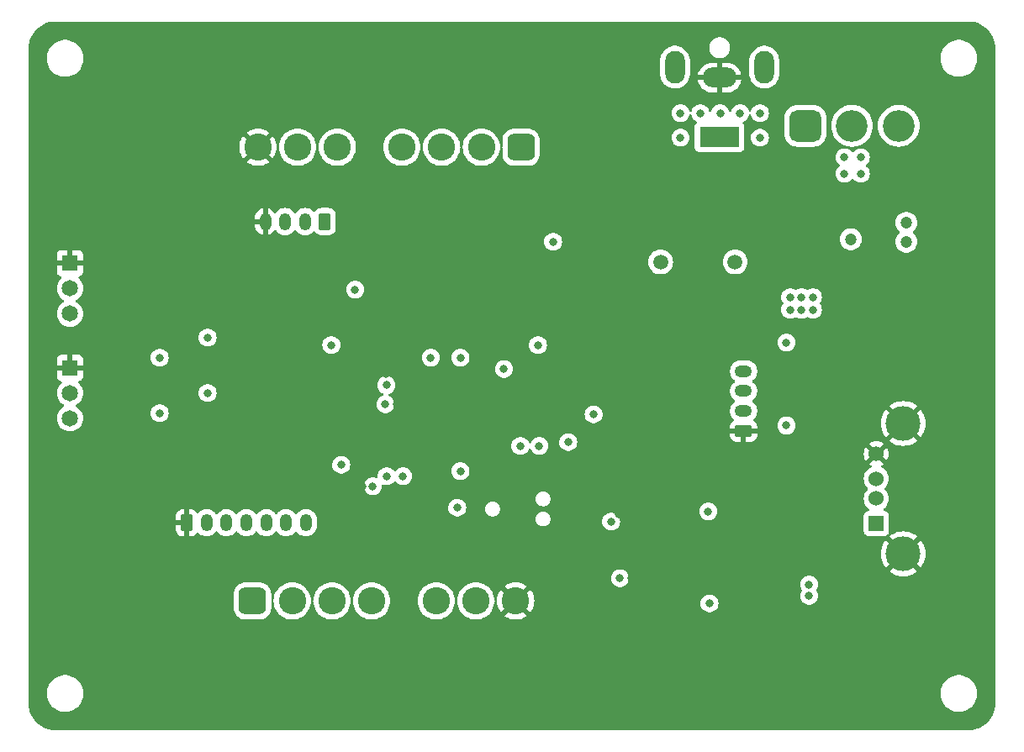
<source format=gbr>
%TF.GenerationSoftware,KiCad,Pcbnew,8.0.0-rc2*%
%TF.CreationDate,2024-01-29T20:33:42-05:00*%
%TF.ProjectId,stm32-snake-controller,73746d33-322d-4736-9e61-6b652d636f6e,C*%
%TF.SameCoordinates,Original*%
%TF.FileFunction,Copper,L2,Inr*%
%TF.FilePolarity,Positive*%
%FSLAX46Y46*%
G04 Gerber Fmt 4.6, Leading zero omitted, Abs format (unit mm)*
G04 Created by KiCad (PCBNEW 8.0.0-rc2) date 2024-01-29 20:33:42*
%MOMM*%
%LPD*%
G01*
G04 APERTURE LIST*
G04 Aperture macros list*
%AMRoundRect*
0 Rectangle with rounded corners*
0 $1 Rounding radius*
0 $2 $3 $4 $5 $6 $7 $8 $9 X,Y pos of 4 corners*
0 Add a 4 corners polygon primitive as box body*
4,1,4,$2,$3,$4,$5,$6,$7,$8,$9,$2,$3,0*
0 Add four circle primitives for the rounded corners*
1,1,$1+$1,$2,$3*
1,1,$1+$1,$4,$5*
1,1,$1+$1,$6,$7*
1,1,$1+$1,$8,$9*
0 Add four rect primitives between the rounded corners*
20,1,$1+$1,$2,$3,$4,$5,0*
20,1,$1+$1,$4,$5,$6,$7,0*
20,1,$1+$1,$6,$7,$8,$9,0*
20,1,$1+$1,$8,$9,$2,$3,0*%
G04 Aperture macros list end*
%TA.AperFunction,ComponentPad*%
%ADD10C,3.200000*%
%TD*%
%TA.AperFunction,ComponentPad*%
%ADD11RoundRect,0.800000X0.800000X0.800000X-0.800000X0.800000X-0.800000X-0.800000X0.800000X-0.800000X0*%
%TD*%
%TA.AperFunction,ComponentPad*%
%ADD12R,1.650000X1.650000*%
%TD*%
%TA.AperFunction,ComponentPad*%
%ADD13C,1.650000*%
%TD*%
%TA.AperFunction,ComponentPad*%
%ADD14RoundRect,0.250000X0.350000X0.625000X-0.350000X0.625000X-0.350000X-0.625000X0.350000X-0.625000X0*%
%TD*%
%TA.AperFunction,ComponentPad*%
%ADD15O,1.200000X1.750000*%
%TD*%
%TA.AperFunction,ComponentPad*%
%ADD16O,3.400000X2.000000*%
%TD*%
%TA.AperFunction,ComponentPad*%
%ADD17R,4.000000X2.000000*%
%TD*%
%TA.AperFunction,ComponentPad*%
%ADD18O,2.000000X3.300000*%
%TD*%
%TA.AperFunction,ComponentPad*%
%ADD19RoundRect,0.687500X-0.687500X-0.687500X0.687500X-0.687500X0.687500X0.687500X-0.687500X0.687500X0*%
%TD*%
%TA.AperFunction,ComponentPad*%
%ADD20C,2.750000*%
%TD*%
%TA.AperFunction,ComponentPad*%
%ADD21RoundRect,0.250000X0.625000X-0.350000X0.625000X0.350000X-0.625000X0.350000X-0.625000X-0.350000X0*%
%TD*%
%TA.AperFunction,ComponentPad*%
%ADD22O,1.750000X1.200000*%
%TD*%
%TA.AperFunction,ComponentPad*%
%ADD23RoundRect,0.250000X-0.350000X-0.625000X0.350000X-0.625000X0.350000X0.625000X-0.350000X0.625000X0*%
%TD*%
%TA.AperFunction,ComponentPad*%
%ADD24RoundRect,0.687500X0.687500X0.687500X-0.687500X0.687500X-0.687500X-0.687500X0.687500X-0.687500X0*%
%TD*%
%TA.AperFunction,ComponentPad*%
%ADD25R,1.524000X1.524000*%
%TD*%
%TA.AperFunction,ComponentPad*%
%ADD26C,1.524000*%
%TD*%
%TA.AperFunction,ComponentPad*%
%ADD27C,3.500000*%
%TD*%
%TA.AperFunction,ComponentPad*%
%ADD28C,1.500000*%
%TD*%
%TA.AperFunction,ViaPad*%
%ADD29C,1.200000*%
%TD*%
%TA.AperFunction,ViaPad*%
%ADD30C,0.800000*%
%TD*%
G04 APERTURE END LIST*
D10*
%TO.N,unconnected-(SW102-C-Pad3)*%
%TO.C,SW102*%
X88012000Y61214000D03*
%TO.N,VBUS*%
X83312000Y61214000D03*
D11*
%TO.N,Net-(SW102-A)*%
X78612000Y61214000D03*
%TD*%
D12*
%TO.N,GND*%
%TO.C,J302*%
X4562000Y36830000D03*
D13*
%TO.N,Net-(J302-Pin_2)*%
X4562000Y34290000D03*
%TO.N,VBUS*%
X4562000Y31750000D03*
%TD*%
D14*
%TO.N,+5V*%
%TO.C,J102*%
X30226000Y51562000D03*
D15*
%TO.N,/UART_TX*%
X28226000Y51562000D03*
%TO.N,/UART_RX*%
X26226000Y51562000D03*
%TO.N,GND*%
X24226000Y51562000D03*
%TD*%
D12*
%TO.N,GND*%
%TO.C,J301*%
X4562000Y47371000D03*
D13*
%TO.N,Net-(J301-Pin_2)*%
X4562000Y44831000D03*
%TO.N,VBUS*%
X4562000Y42291000D03*
%TD*%
D16*
%TO.N,GND*%
%TO.C,J101*%
X69977000Y66079500D03*
D17*
%TO.N,Net-(SW102-A)*%
X69977000Y60079500D03*
D18*
%TO.N,*%
X65477000Y67129500D03*
X74477000Y67129500D03*
%TD*%
D19*
%TO.N,+3V3*%
%TO.C,J401*%
X22942000Y13335000D03*
D20*
%TO.N,/SNES_CLK*%
X26942000Y13335000D03*
%TO.N,/SNES_LATCH*%
X30942000Y13335000D03*
%TO.N,/SNES_DATA0*%
X34942000Y13335000D03*
%TO.N,unconnected-(J401-Pin_5-Pad5)*%
X41442000Y13335000D03*
%TO.N,unconnected-(J401-Pin_6-Pad6)*%
X45442000Y13335000D03*
%TO.N,GND*%
X49442000Y13335000D03*
%TD*%
D21*
%TO.N,GND*%
%TO.C,OLED101*%
X72390000Y30480000D03*
D22*
%TO.N,+3V3*%
X72390000Y32480000D03*
%TO.N,/SCL*%
X72390000Y34480000D03*
%TO.N,/SDA*%
X72390000Y36480000D03*
%TD*%
D23*
%TO.N,GND*%
%TO.C,OLED102*%
X16320000Y21209000D03*
D15*
%TO.N,+5V*%
X18320000Y21209000D03*
%TO.N,Net-(OLED102-SCLK)*%
X20320000Y21209000D03*
%TO.N,Net-(OLED102-MOSI)*%
X22320000Y21209000D03*
%TO.N,/OLED_RST*%
X24320000Y21209000D03*
%TO.N,/OLED_CE*%
X26320000Y21209000D03*
%TO.N,/OLED_DC*%
X28320000Y21209000D03*
%TD*%
D24*
%TO.N,+3V3*%
%TO.C,J402*%
X49982000Y59055000D03*
D20*
%TO.N,/SNES_CLK*%
X45982000Y59055000D03*
%TO.N,/SNES_LATCH*%
X41982000Y59055000D03*
%TO.N,/SNES_DATA1*%
X37982000Y59055000D03*
%TO.N,unconnected-(J402-Pin_5-Pad5)*%
X31482000Y59055000D03*
%TO.N,unconnected-(J402-Pin_6-Pad6)*%
X27482000Y59055000D03*
%TO.N,GND*%
X23482000Y59055000D03*
%TD*%
D25*
%TO.N,/USB_OTG_VSEN*%
%TO.C,J501*%
X85762000Y21154000D03*
D26*
%TO.N,/USB_D_N*%
X85762000Y23654000D03*
%TO.N,/USB_D_P*%
X85762000Y25654000D03*
%TO.N,GND*%
X85762000Y28154000D03*
D27*
X88472000Y18084000D03*
X88472000Y31224000D03*
%TD*%
D28*
%TO.N,*%
%TO.C,BT101*%
X64045000Y47498000D03*
X71545000Y47498000D03*
%TD*%
D29*
%TO.N,+5V*%
X83185000Y49784000D03*
D30*
%TO.N,VBUS*%
X84201000Y56388000D03*
X82550000Y56388000D03*
X82550000Y58039000D03*
X84201000Y58039000D03*
%TO.N,GND*%
X17272000Y38989000D03*
X29083000Y31242000D03*
X38100000Y24638000D03*
X79756000Y47117000D03*
X67437000Y9525000D03*
X81280000Y18542000D03*
X37490400Y33147000D03*
X55372000Y40767000D03*
X59817000Y22098000D03*
X75946000Y26924000D03*
X81153000Y47498000D03*
X50165000Y42418000D03*
X43366200Y29523200D03*
X45847000Y45847000D03*
X73406000Y9398000D03*
X66167000Y34671000D03*
X29083000Y28194000D03*
X33528000Y42799000D03*
X55372000Y37465000D03*
X55372000Y39116000D03*
X50927000Y37846000D03*
X66167000Y32131000D03*
X63500000Y2667000D03*
X76962000Y20955000D03*
X61087000Y15621000D03*
X34036000Y24892000D03*
X63500000Y69596000D03*
X83312000Y39751000D03*
X38100000Y42164000D03*
X80772000Y39751000D03*
X43815000Y35851500D03*
X17195800Y35179000D03*
X43180000Y50546000D03*
X40513000Y48641000D03*
X50165000Y45085000D03*
X36326653Y36199653D03*
X50927000Y20955000D03*
X17272000Y40955000D03*
X17195800Y33274000D03*
X29083000Y29718000D03*
X66167000Y35941000D03*
X47625000Y26416000D03*
X61722000Y29337000D03*
X29263000Y39075000D03*
X41910000Y49022000D03*
X66167000Y33401000D03*
X75311000Y6985000D03*
X61722000Y27305000D03*
X36169600Y30657800D03*
%TO.N,/NRST*%
X43561000Y22733000D03*
X59944000Y15621000D03*
X40894000Y37846000D03*
X59055000Y21336000D03*
%TO.N,+3V3*%
X68961000Y13081000D03*
X76708000Y39370000D03*
X78232000Y43942000D03*
X31877000Y27051000D03*
X79375000Y42672000D03*
X68834000Y22352000D03*
X53213000Y49530000D03*
X78232000Y42672000D03*
X48260000Y36703000D03*
X57293158Y32131000D03*
X43882000Y26416000D03*
X30874000Y39115000D03*
X77089000Y42672000D03*
X54737000Y29337000D03*
X77089000Y43942000D03*
X76708000Y31017000D03*
X79375000Y43942000D03*
X33274000Y44704000D03*
%TO.N,/VBAT*%
X43882000Y37846000D03*
X51689000Y39116000D03*
%TO.N,+5V*%
X78994000Y13843000D03*
X13589000Y37846000D03*
D29*
X88773000Y51435000D03*
X88773000Y49530000D03*
D30*
X78994000Y14986000D03*
X13589000Y32258000D03*
%TO.N,/LED_HB*%
X49911000Y28956000D03*
X51816000Y28956000D03*
%TO.N,Net-(SW102-A)*%
X66034000Y62484000D03*
X72034000Y62484000D03*
X74034000Y60017000D03*
X68034000Y62484000D03*
X74034000Y62484000D03*
X70034000Y62484000D03*
X66033000Y60017000D03*
%TO.N,/SNES_CLK*%
X35052000Y24892000D03*
X38100000Y25908000D03*
%TO.N,/SNES_LATCH*%
X36449000Y25908000D03*
%TO.N,/LED_GRID0*%
X36423600Y35077400D03*
X18415000Y39878000D03*
%TO.N,/LED_GRID1*%
X36322000Y33147000D03*
X18415000Y34290000D03*
%TD*%
%TA.AperFunction,Conductor*%
%TO.N,GND*%
G36*
X95065472Y71716305D02*
G01*
X95357306Y71699916D01*
X95371103Y71698362D01*
X95655827Y71649985D01*
X95669384Y71646891D01*
X95946899Y71566940D01*
X95960025Y71562347D01*
X96226841Y71451828D01*
X96239355Y71445802D01*
X96405444Y71354008D01*
X96492125Y71306101D01*
X96503899Y71298703D01*
X96739430Y71131585D01*
X96750302Y71122915D01*
X96965642Y70930476D01*
X96975475Y70920643D01*
X97167914Y70705303D01*
X97176584Y70694431D01*
X97343702Y70458900D01*
X97351100Y70447126D01*
X97490797Y70194363D01*
X97496830Y70181835D01*
X97607346Y69915025D01*
X97611939Y69901900D01*
X97691890Y69624385D01*
X97694984Y69610828D01*
X97743359Y69326115D01*
X97744916Y69312297D01*
X97761305Y69020473D01*
X97761500Y69013520D01*
X97761500Y3020481D01*
X97761305Y3013528D01*
X97744916Y2721704D01*
X97743359Y2707886D01*
X97694984Y2423173D01*
X97691890Y2409616D01*
X97611939Y2132101D01*
X97607346Y2118976D01*
X97496830Y1852166D01*
X97490797Y1839638D01*
X97351100Y1586875D01*
X97343702Y1575101D01*
X97176584Y1339570D01*
X97167914Y1328698D01*
X96975475Y1113358D01*
X96965642Y1103525D01*
X96750302Y911086D01*
X96739430Y902416D01*
X96503899Y735298D01*
X96492125Y727900D01*
X96239362Y588203D01*
X96226834Y582170D01*
X95960024Y471654D01*
X95946899Y467061D01*
X95669384Y387110D01*
X95655827Y384016D01*
X95371114Y335641D01*
X95357296Y334084D01*
X95065472Y317695D01*
X95058519Y317500D01*
X3065481Y317500D01*
X3058528Y317695D01*
X2766703Y334084D01*
X2752885Y335641D01*
X2468172Y384016D01*
X2454615Y387110D01*
X2177100Y467061D01*
X2163975Y471654D01*
X1897165Y582170D01*
X1884637Y588203D01*
X1631874Y727900D01*
X1620100Y735298D01*
X1384569Y902416D01*
X1373697Y911086D01*
X1158357Y1103525D01*
X1148524Y1113358D01*
X956085Y1328698D01*
X947415Y1339570D01*
X780297Y1575101D01*
X772899Y1586875D01*
X633202Y1839638D01*
X627172Y1852159D01*
X516653Y2118976D01*
X512060Y2132101D01*
X432109Y2409616D01*
X429015Y2423173D01*
X395107Y2622740D01*
X380638Y2707897D01*
X379084Y2721694D01*
X362695Y3013528D01*
X362500Y3020481D01*
X362500Y3895712D01*
X2211500Y3895712D01*
X2243161Y3655215D01*
X2305947Y3420896D01*
X2398773Y3196795D01*
X2398776Y3196788D01*
X2520064Y2986711D01*
X2520066Y2986708D01*
X2520067Y2986707D01*
X2667733Y2794264D01*
X2667739Y2794257D01*
X2839256Y2622740D01*
X2839262Y2622735D01*
X3031711Y2475064D01*
X3241788Y2353776D01*
X3465900Y2260946D01*
X3700211Y2198162D01*
X3880586Y2174416D01*
X3940711Y2166500D01*
X3940712Y2166500D01*
X4183289Y2166500D01*
X4231388Y2172833D01*
X4423789Y2198162D01*
X4658100Y2260946D01*
X4882212Y2353776D01*
X5092289Y2475064D01*
X5284738Y2622735D01*
X5456265Y2794262D01*
X5603936Y2986711D01*
X5725224Y3196788D01*
X5818054Y3420900D01*
X5880838Y3655211D01*
X5912500Y3895712D01*
X92211500Y3895712D01*
X92243161Y3655215D01*
X92305947Y3420896D01*
X92398773Y3196795D01*
X92398776Y3196788D01*
X92520064Y2986711D01*
X92520066Y2986708D01*
X92520067Y2986707D01*
X92667733Y2794264D01*
X92667739Y2794257D01*
X92839256Y2622740D01*
X92839262Y2622735D01*
X93031711Y2475064D01*
X93241788Y2353776D01*
X93465900Y2260946D01*
X93700211Y2198162D01*
X93880586Y2174416D01*
X93940711Y2166500D01*
X93940712Y2166500D01*
X94183289Y2166500D01*
X94231388Y2172833D01*
X94423789Y2198162D01*
X94658100Y2260946D01*
X94882212Y2353776D01*
X95092289Y2475064D01*
X95284738Y2622735D01*
X95456265Y2794262D01*
X95603936Y2986711D01*
X95725224Y3196788D01*
X95818054Y3420900D01*
X95880838Y3655211D01*
X95912500Y3895712D01*
X95912500Y4138288D01*
X95880838Y4378789D01*
X95818054Y4613100D01*
X95725224Y4837212D01*
X95603936Y5047289D01*
X95456265Y5239738D01*
X95456260Y5239744D01*
X95284743Y5411261D01*
X95284736Y5411267D01*
X95092293Y5558933D01*
X95092292Y5558934D01*
X95092289Y5558936D01*
X94882212Y5680224D01*
X94882205Y5680227D01*
X94658104Y5773053D01*
X94423785Y5835839D01*
X94183289Y5867500D01*
X94183288Y5867500D01*
X93940712Y5867500D01*
X93940711Y5867500D01*
X93700214Y5835839D01*
X93465895Y5773053D01*
X93241794Y5680227D01*
X93241785Y5680223D01*
X93031706Y5558933D01*
X92839263Y5411267D01*
X92839256Y5411261D01*
X92667739Y5239744D01*
X92667733Y5239737D01*
X92520067Y5047294D01*
X92398777Y4837215D01*
X92398773Y4837206D01*
X92305947Y4613105D01*
X92243161Y4378786D01*
X92211500Y4138289D01*
X92211500Y3895712D01*
X5912500Y3895712D01*
X5912500Y4138288D01*
X5880838Y4378789D01*
X5818054Y4613100D01*
X5725224Y4837212D01*
X5603936Y5047289D01*
X5456265Y5239738D01*
X5456260Y5239744D01*
X5284743Y5411261D01*
X5284736Y5411267D01*
X5092293Y5558933D01*
X5092292Y5558934D01*
X5092289Y5558936D01*
X4882212Y5680224D01*
X4882205Y5680227D01*
X4658104Y5773053D01*
X4423785Y5835839D01*
X4183289Y5867500D01*
X4183288Y5867500D01*
X3940712Y5867500D01*
X3940711Y5867500D01*
X3700214Y5835839D01*
X3465895Y5773053D01*
X3241794Y5680227D01*
X3241785Y5680223D01*
X3031706Y5558933D01*
X2839263Y5411267D01*
X2839256Y5411261D01*
X2667739Y5239744D01*
X2667733Y5239737D01*
X2520067Y5047294D01*
X2398777Y4837215D01*
X2398773Y4837206D01*
X2305947Y4613105D01*
X2243161Y4378786D01*
X2211500Y4138289D01*
X2211500Y3895712D01*
X362500Y3895712D01*
X362500Y12574164D01*
X21066500Y12574164D01*
X21072850Y12482674D01*
X21072852Y12482658D01*
X21123256Y12268355D01*
X21123261Y12268340D01*
X21212185Y12066946D01*
X21212189Y12066938D01*
X21212190Y12066937D01*
X21336615Y11885298D01*
X21492298Y11729615D01*
X21644891Y11625087D01*
X21673937Y11605190D01*
X21673945Y11605186D01*
X21875339Y11516262D01*
X21875346Y11516259D01*
X21875352Y11516258D01*
X21875354Y11516257D01*
X22089656Y11465853D01*
X22089661Y11465853D01*
X22089667Y11465851D01*
X22181167Y11459500D01*
X23702832Y11459501D01*
X23702836Y11459501D01*
X23736105Y11461811D01*
X23794333Y11465851D01*
X23828339Y11473849D01*
X24008645Y11516257D01*
X24008643Y11516257D01*
X24008654Y11516259D01*
X24210063Y11605190D01*
X24391702Y11729615D01*
X24547385Y11885298D01*
X24671810Y12066937D01*
X24760741Y12268346D01*
X24811149Y12482667D01*
X24817500Y12574167D01*
X24817499Y13277576D01*
X24834059Y13333975D01*
X25046681Y13333975D01*
X25060476Y13312509D01*
X25065183Y13286421D01*
X25080848Y13067405D01*
X25080849Y13067399D01*
X25137872Y12805266D01*
X25231627Y12553898D01*
X25231629Y12553894D01*
X25360195Y12318444D01*
X25360200Y12318436D01*
X25520964Y12103679D01*
X25520980Y12103661D01*
X25710660Y11913981D01*
X25710678Y11913965D01*
X25925435Y11753201D01*
X25925443Y11753196D01*
X26160893Y11624630D01*
X26160897Y11624628D01*
X26160899Y11624627D01*
X26412261Y11530874D01*
X26412264Y11530874D01*
X26412265Y11530873D01*
X26610126Y11487832D01*
X26674407Y11473848D01*
X26921385Y11456184D01*
X26941999Y11454709D01*
X26942000Y11454709D01*
X26942001Y11454709D01*
X26961140Y11456078D01*
X27209593Y11473848D01*
X27471739Y11530874D01*
X27723101Y11624627D01*
X27958562Y11753199D01*
X28173329Y11913971D01*
X28363029Y12103671D01*
X28523801Y12318438D01*
X28652373Y12553899D01*
X28746126Y12805261D01*
X28803152Y13067407D01*
X28818316Y13279423D01*
X28838000Y13332200D01*
X29043910Y13332200D01*
X29063166Y13296935D01*
X29065684Y13279423D01*
X29080848Y13067406D01*
X29080849Y13067399D01*
X29137872Y12805266D01*
X29231627Y12553898D01*
X29231629Y12553894D01*
X29360195Y12318444D01*
X29360200Y12318436D01*
X29520964Y12103679D01*
X29520980Y12103661D01*
X29710660Y11913981D01*
X29710678Y11913965D01*
X29925435Y11753201D01*
X29925443Y11753196D01*
X30160893Y11624630D01*
X30160897Y11624628D01*
X30160899Y11624627D01*
X30412261Y11530874D01*
X30412264Y11530874D01*
X30412265Y11530873D01*
X30610126Y11487832D01*
X30674407Y11473848D01*
X30921385Y11456184D01*
X30941999Y11454709D01*
X30942000Y11454709D01*
X30942001Y11454709D01*
X30961140Y11456078D01*
X31209593Y11473848D01*
X31471739Y11530874D01*
X31723101Y11624627D01*
X31958562Y11753199D01*
X32173329Y11913971D01*
X32363029Y12103671D01*
X32523801Y12318438D01*
X32652373Y12553899D01*
X32746126Y12805261D01*
X32803152Y13067407D01*
X32818316Y13279423D01*
X32838000Y13332200D01*
X33043910Y13332200D01*
X33063166Y13296935D01*
X33065684Y13279423D01*
X33080848Y13067406D01*
X33080849Y13067399D01*
X33137872Y12805266D01*
X33231627Y12553898D01*
X33231629Y12553894D01*
X33360195Y12318444D01*
X33360200Y12318436D01*
X33520964Y12103679D01*
X33520980Y12103661D01*
X33710660Y11913981D01*
X33710678Y11913965D01*
X33925435Y11753201D01*
X33925443Y11753196D01*
X34160893Y11624630D01*
X34160897Y11624628D01*
X34160899Y11624627D01*
X34412261Y11530874D01*
X34412264Y11530874D01*
X34412265Y11530873D01*
X34610126Y11487832D01*
X34674407Y11473848D01*
X34921385Y11456184D01*
X34941999Y11454709D01*
X34942000Y11454709D01*
X34942001Y11454709D01*
X34961140Y11456078D01*
X35209593Y11473848D01*
X35471739Y11530874D01*
X35723101Y11624627D01*
X35958562Y11753199D01*
X36173329Y11913971D01*
X36363029Y12103671D01*
X36523801Y12318438D01*
X36652373Y12553899D01*
X36746126Y12805261D01*
X36803152Y13067407D01*
X36822291Y13334999D01*
X39561709Y13334999D01*
X39580848Y13067406D01*
X39580849Y13067399D01*
X39637872Y12805266D01*
X39731627Y12553898D01*
X39731629Y12553894D01*
X39860195Y12318444D01*
X39860200Y12318436D01*
X40020964Y12103679D01*
X40020980Y12103661D01*
X40210660Y11913981D01*
X40210678Y11913965D01*
X40425435Y11753201D01*
X40425443Y11753196D01*
X40660893Y11624630D01*
X40660897Y11624628D01*
X40660899Y11624627D01*
X40912261Y11530874D01*
X40912264Y11530874D01*
X40912265Y11530873D01*
X41110126Y11487832D01*
X41174407Y11473848D01*
X41421385Y11456184D01*
X41441999Y11454709D01*
X41442000Y11454709D01*
X41442001Y11454709D01*
X41461140Y11456078D01*
X41709593Y11473848D01*
X41971739Y11530874D01*
X42223101Y11624627D01*
X42458562Y11753199D01*
X42673329Y11913971D01*
X42863029Y12103671D01*
X43023801Y12318438D01*
X43152373Y12553899D01*
X43246126Y12805261D01*
X43303152Y13067407D01*
X43318316Y13279423D01*
X43338000Y13332200D01*
X43543910Y13332200D01*
X43563166Y13296935D01*
X43565684Y13279423D01*
X43580848Y13067406D01*
X43580849Y13067399D01*
X43637872Y12805266D01*
X43731627Y12553898D01*
X43731629Y12553894D01*
X43860195Y12318444D01*
X43860200Y12318436D01*
X44020964Y12103679D01*
X44020980Y12103661D01*
X44210660Y11913981D01*
X44210678Y11913965D01*
X44425435Y11753201D01*
X44425443Y11753196D01*
X44660893Y11624630D01*
X44660897Y11624628D01*
X44660899Y11624627D01*
X44912261Y11530874D01*
X44912264Y11530874D01*
X44912265Y11530873D01*
X45110126Y11487832D01*
X45174407Y11473848D01*
X45421385Y11456184D01*
X45441999Y11454709D01*
X45442000Y11454709D01*
X45442001Y11454709D01*
X45461140Y11456078D01*
X45709593Y11473848D01*
X45971739Y11530874D01*
X46223101Y11624627D01*
X46458562Y11753199D01*
X46673329Y11913971D01*
X46863029Y12103671D01*
X47023801Y12318438D01*
X47152373Y12553899D01*
X47246126Y12805261D01*
X47303152Y13067407D01*
X47318567Y13282932D01*
X47337189Y13332861D01*
X47545716Y13332861D01*
X47563417Y13300444D01*
X47565935Y13282932D01*
X47581345Y13067477D01*
X47581346Y13067470D01*
X47638354Y12805407D01*
X47732084Y12554106D01*
X47732086Y12554102D01*
X47860617Y12318715D01*
X47860622Y12318707D01*
X47951179Y12197735D01*
X47951180Y12197735D01*
X48764421Y13010976D01*
X48777359Y12979742D01*
X48859437Y12856903D01*
X48963903Y12752437D01*
X49086742Y12670359D01*
X49117974Y12657422D01*
X48304733Y11844181D01*
X48425706Y11753623D01*
X48425714Y11753618D01*
X48661101Y11625087D01*
X48661105Y11625085D01*
X48912406Y11531355D01*
X49174469Y11474347D01*
X49174476Y11474346D01*
X49441999Y11455211D01*
X49442001Y11455211D01*
X49709523Y11474346D01*
X49709530Y11474347D01*
X49971593Y11531355D01*
X50222894Y11625085D01*
X50222898Y11625087D01*
X50458285Y11753618D01*
X50458293Y11753623D01*
X50579264Y11844181D01*
X50579265Y11844182D01*
X49766025Y12657423D01*
X49797258Y12670359D01*
X49920097Y12752437D01*
X50024563Y12856903D01*
X50106641Y12979742D01*
X50119578Y13010975D01*
X50932818Y12197735D01*
X50932819Y12197736D01*
X51023377Y12318707D01*
X51023382Y12318715D01*
X51151913Y12554102D01*
X51151915Y12554106D01*
X51245645Y12805407D01*
X51302653Y13067470D01*
X51302654Y13067477D01*
X51303621Y13081000D01*
X68055540Y13081000D01*
X68075326Y12892744D01*
X68075327Y12892741D01*
X68133818Y12712723D01*
X68133821Y12712716D01*
X68228467Y12548784D01*
X68355129Y12408112D01*
X68508265Y12296852D01*
X68508270Y12296849D01*
X68681192Y12219858D01*
X68681197Y12219856D01*
X68866354Y12180500D01*
X68866355Y12180500D01*
X69055644Y12180500D01*
X69055646Y12180500D01*
X69240803Y12219856D01*
X69413730Y12296849D01*
X69566871Y12408112D01*
X69693533Y12548784D01*
X69788179Y12712716D01*
X69846674Y12892744D01*
X69866460Y13081000D01*
X69846674Y13269256D01*
X69788179Y13449284D01*
X69693533Y13613216D01*
X69566871Y13753888D01*
X69566870Y13753889D01*
X69444219Y13843000D01*
X78088540Y13843000D01*
X78108326Y13654744D01*
X78108327Y13654741D01*
X78166818Y13474723D01*
X78166821Y13474716D01*
X78261467Y13310784D01*
X78306175Y13261131D01*
X78388129Y13170112D01*
X78541265Y13058852D01*
X78541270Y13058849D01*
X78714192Y12981858D01*
X78714197Y12981856D01*
X78899354Y12942500D01*
X78899355Y12942500D01*
X79088644Y12942500D01*
X79088646Y12942500D01*
X79273803Y12981856D01*
X79446730Y13058849D01*
X79599871Y13170112D01*
X79726533Y13310784D01*
X79821179Y13474716D01*
X79879674Y13654744D01*
X79899460Y13843000D01*
X79879674Y14031256D01*
X79821179Y14211284D01*
X79739647Y14352501D01*
X79723175Y14420400D01*
X79739648Y14476500D01*
X79821179Y14617716D01*
X79879674Y14797744D01*
X79899460Y14986000D01*
X79879674Y15174256D01*
X79821179Y15354284D01*
X79726533Y15518216D01*
X79599871Y15658888D01*
X79599870Y15658889D01*
X79446734Y15770149D01*
X79446729Y15770152D01*
X79273807Y15847143D01*
X79273802Y15847145D01*
X79128001Y15878135D01*
X79088646Y15886500D01*
X78899354Y15886500D01*
X78866897Y15879602D01*
X78714197Y15847145D01*
X78714192Y15847143D01*
X78541270Y15770152D01*
X78541265Y15770149D01*
X78388129Y15658889D01*
X78261466Y15518215D01*
X78166821Y15354285D01*
X78166818Y15354278D01*
X78108327Y15174260D01*
X78108326Y15174256D01*
X78088540Y14986000D01*
X78108326Y14797744D01*
X78108327Y14797741D01*
X78166818Y14617723D01*
X78166820Y14617719D01*
X78166821Y14617716D01*
X78214712Y14534765D01*
X78248352Y14476499D01*
X78264824Y14408599D01*
X78248352Y14352501D01*
X78166820Y14211282D01*
X78166818Y14211278D01*
X78108327Y14031260D01*
X78108326Y14031256D01*
X78088540Y13843000D01*
X69444219Y13843000D01*
X69413734Y13865149D01*
X69413729Y13865152D01*
X69240807Y13942143D01*
X69240802Y13942145D01*
X69095001Y13973135D01*
X69055646Y13981500D01*
X68866354Y13981500D01*
X68833897Y13974602D01*
X68681197Y13942145D01*
X68681192Y13942143D01*
X68508270Y13865152D01*
X68508265Y13865149D01*
X68355129Y13753889D01*
X68228466Y13613215D01*
X68133821Y13449285D01*
X68133818Y13449278D01*
X68075327Y13269260D01*
X68075326Y13269256D01*
X68055540Y13081000D01*
X51303621Y13081000D01*
X51321789Y13334999D01*
X51321789Y13335002D01*
X51302654Y13602524D01*
X51302653Y13602531D01*
X51245645Y13864594D01*
X51151915Y14115895D01*
X51151913Y14115899D01*
X51023382Y14351286D01*
X51023377Y14351294D01*
X50932819Y14472267D01*
X50119577Y13659026D01*
X50106641Y13690258D01*
X50024563Y13813097D01*
X49920097Y13917563D01*
X49797258Y13999641D01*
X49766024Y14012579D01*
X50579265Y14825820D01*
X50579265Y14825821D01*
X50458293Y14916378D01*
X50458285Y14916383D01*
X50222898Y15044914D01*
X50222894Y15044916D01*
X49971593Y15138646D01*
X49709530Y15195654D01*
X49709523Y15195655D01*
X49442001Y15214789D01*
X49441999Y15214789D01*
X49174476Y15195655D01*
X49174469Y15195654D01*
X48912406Y15138646D01*
X48661105Y15044916D01*
X48661101Y15044914D01*
X48425709Y14916380D01*
X48304733Y14825821D01*
X49117975Y14012579D01*
X49086742Y13999641D01*
X48963903Y13917563D01*
X48859437Y13813097D01*
X48777359Y13690258D01*
X48764421Y13659025D01*
X47951179Y14472267D01*
X47860620Y14351291D01*
X47732086Y14115899D01*
X47732084Y14115895D01*
X47638354Y13864594D01*
X47581346Y13602531D01*
X47581345Y13602524D01*
X47565935Y13387069D01*
X47545716Y13332861D01*
X47337189Y13332861D01*
X47338785Y13337141D01*
X47321085Y13369557D01*
X47318567Y13387069D01*
X47316665Y13413650D01*
X47303152Y13602593D01*
X47246126Y13864739D01*
X47152373Y14116101D01*
X47113480Y14187327D01*
X47023804Y14351557D01*
X47023799Y14351565D01*
X46863035Y14566322D01*
X46863019Y14566340D01*
X46673339Y14756020D01*
X46673321Y14756036D01*
X46458564Y14916800D01*
X46458556Y14916805D01*
X46223106Y15045371D01*
X46223102Y15045373D01*
X45971734Y15139128D01*
X45709601Y15196151D01*
X45709594Y15196152D01*
X45442001Y15215291D01*
X45441999Y15215291D01*
X45174405Y15196152D01*
X45174398Y15196151D01*
X44912265Y15139128D01*
X44660897Y15045373D01*
X44660893Y15045371D01*
X44425443Y14916805D01*
X44425435Y14916800D01*
X44210678Y14756036D01*
X44210660Y14756020D01*
X44020980Y14566340D01*
X44020964Y14566322D01*
X43860200Y14351565D01*
X43860195Y14351557D01*
X43731629Y14116107D01*
X43731627Y14116103D01*
X43637872Y13864735D01*
X43580849Y13602602D01*
X43580848Y13602595D01*
X43565684Y13390578D01*
X43543910Y13332200D01*
X43338000Y13332200D01*
X43340089Y13337802D01*
X43320834Y13373066D01*
X43318316Y13390578D01*
X43316816Y13411546D01*
X43303152Y13602593D01*
X43246126Y13864739D01*
X43152373Y14116101D01*
X43113480Y14187327D01*
X43023804Y14351557D01*
X43023799Y14351565D01*
X42863035Y14566322D01*
X42863019Y14566340D01*
X42673339Y14756020D01*
X42673321Y14756036D01*
X42458564Y14916800D01*
X42458556Y14916805D01*
X42223106Y15045371D01*
X42223102Y15045373D01*
X41971734Y15139128D01*
X41709601Y15196151D01*
X41709594Y15196152D01*
X41442001Y15215291D01*
X41441999Y15215291D01*
X41174405Y15196152D01*
X41174398Y15196151D01*
X40912265Y15139128D01*
X40660897Y15045373D01*
X40660893Y15045371D01*
X40425443Y14916805D01*
X40425435Y14916800D01*
X40210678Y14756036D01*
X40210660Y14756020D01*
X40020980Y14566340D01*
X40020964Y14566322D01*
X39860200Y14351565D01*
X39860195Y14351557D01*
X39731629Y14116107D01*
X39731627Y14116103D01*
X39637872Y13864735D01*
X39580849Y13602602D01*
X39580848Y13602595D01*
X39561709Y13335002D01*
X39561709Y13334999D01*
X36822291Y13334999D01*
X36822291Y13335000D01*
X36803152Y13602593D01*
X36746126Y13864739D01*
X36652373Y14116101D01*
X36613480Y14187327D01*
X36523804Y14351557D01*
X36523799Y14351565D01*
X36363035Y14566322D01*
X36363019Y14566340D01*
X36173339Y14756020D01*
X36173321Y14756036D01*
X35958564Y14916800D01*
X35958556Y14916805D01*
X35723106Y15045371D01*
X35723102Y15045373D01*
X35471734Y15139128D01*
X35209601Y15196151D01*
X35209594Y15196152D01*
X34942001Y15215291D01*
X34941999Y15215291D01*
X34674405Y15196152D01*
X34674398Y15196151D01*
X34412265Y15139128D01*
X34160897Y15045373D01*
X34160893Y15045371D01*
X33925443Y14916805D01*
X33925435Y14916800D01*
X33710678Y14756036D01*
X33710660Y14756020D01*
X33520980Y14566340D01*
X33520964Y14566322D01*
X33360200Y14351565D01*
X33360195Y14351557D01*
X33231629Y14116107D01*
X33231627Y14116103D01*
X33137872Y13864735D01*
X33080849Y13602602D01*
X33080848Y13602595D01*
X33065684Y13390578D01*
X33043910Y13332200D01*
X32838000Y13332200D01*
X32840089Y13337802D01*
X32820834Y13373066D01*
X32818316Y13390578D01*
X32816816Y13411546D01*
X32803152Y13602593D01*
X32746126Y13864739D01*
X32652373Y14116101D01*
X32613480Y14187327D01*
X32523804Y14351557D01*
X32523799Y14351565D01*
X32363035Y14566322D01*
X32363019Y14566340D01*
X32173339Y14756020D01*
X32173321Y14756036D01*
X31958564Y14916800D01*
X31958556Y14916805D01*
X31723106Y15045371D01*
X31723102Y15045373D01*
X31471734Y15139128D01*
X31209601Y15196151D01*
X31209594Y15196152D01*
X30942001Y15215291D01*
X30941999Y15215291D01*
X30674405Y15196152D01*
X30674398Y15196151D01*
X30412265Y15139128D01*
X30160897Y15045373D01*
X30160893Y15045371D01*
X29925443Y14916805D01*
X29925435Y14916800D01*
X29710678Y14756036D01*
X29710660Y14756020D01*
X29520980Y14566340D01*
X29520964Y14566322D01*
X29360200Y14351565D01*
X29360195Y14351557D01*
X29231629Y14116107D01*
X29231627Y14116103D01*
X29137872Y13864735D01*
X29080849Y13602602D01*
X29080848Y13602595D01*
X29065684Y13390578D01*
X29043910Y13332200D01*
X28838000Y13332200D01*
X28840089Y13337802D01*
X28820834Y13373066D01*
X28818316Y13390578D01*
X28816816Y13411546D01*
X28803152Y13602593D01*
X28746126Y13864739D01*
X28652373Y14116101D01*
X28613480Y14187327D01*
X28523804Y14351557D01*
X28523799Y14351565D01*
X28363035Y14566322D01*
X28363019Y14566340D01*
X28173339Y14756020D01*
X28173321Y14756036D01*
X27958564Y14916800D01*
X27958556Y14916805D01*
X27723106Y15045371D01*
X27723102Y15045373D01*
X27471734Y15139128D01*
X27209601Y15196151D01*
X27209594Y15196152D01*
X26942001Y15215291D01*
X26941999Y15215291D01*
X26674405Y15196152D01*
X26674398Y15196151D01*
X26412265Y15139128D01*
X26160897Y15045373D01*
X26160893Y15045371D01*
X25925443Y14916805D01*
X25925435Y14916800D01*
X25710678Y14756036D01*
X25710660Y14756020D01*
X25520980Y14566340D01*
X25520964Y14566322D01*
X25360200Y14351565D01*
X25360195Y14351557D01*
X25231629Y14116107D01*
X25231627Y14116103D01*
X25137872Y13864735D01*
X25080849Y13602602D01*
X25080848Y13602596D01*
X25065183Y13383579D01*
X25046681Y13333975D01*
X24834059Y13333975D01*
X24835387Y13338498D01*
X24820333Y13366068D01*
X24817499Y13392426D01*
X24817499Y14095837D01*
X24811149Y14187327D01*
X24811149Y14187328D01*
X24811149Y14187333D01*
X24811146Y14187344D01*
X24760743Y14401646D01*
X24760742Y14401648D01*
X24760741Y14401654D01*
X24760738Y14401661D01*
X24671814Y14603055D01*
X24671810Y14603063D01*
X24547385Y14784702D01*
X24391702Y14940385D01*
X24210063Y15064810D01*
X24210064Y15064810D01*
X24210062Y15064811D01*
X24210054Y15064815D01*
X24008660Y15153739D01*
X24008645Y15153744D01*
X23794343Y15204148D01*
X23794327Y15204150D01*
X23702836Y15210500D01*
X22181163Y15210500D01*
X22089673Y15204150D01*
X22089657Y15204148D01*
X21875354Y15153744D01*
X21875339Y15153739D01*
X21673945Y15064815D01*
X21673937Y15064811D01*
X21492299Y14940386D01*
X21492293Y14940381D01*
X21336619Y14784707D01*
X21336614Y14784701D01*
X21212189Y14603063D01*
X21212185Y14603055D01*
X21123261Y14401661D01*
X21123256Y14401646D01*
X21072852Y14187344D01*
X21072850Y14187328D01*
X21066500Y14095837D01*
X21066500Y12574164D01*
X362500Y12574164D01*
X362500Y15621000D01*
X59038540Y15621000D01*
X59058326Y15432744D01*
X59058327Y15432741D01*
X59116818Y15252723D01*
X59116821Y15252716D01*
X59211467Y15088784D01*
X59338129Y14948112D01*
X59491265Y14836852D01*
X59491270Y14836849D01*
X59664192Y14759858D01*
X59664197Y14759856D01*
X59849354Y14720500D01*
X59849355Y14720500D01*
X60038644Y14720500D01*
X60038646Y14720500D01*
X60223803Y14759856D01*
X60396730Y14836849D01*
X60549871Y14948112D01*
X60676533Y15088784D01*
X60771179Y15252716D01*
X60829674Y15432744D01*
X60849460Y15621000D01*
X60829674Y15809256D01*
X60771179Y15989284D01*
X60676533Y16153216D01*
X60549871Y16293888D01*
X60549870Y16293889D01*
X60396734Y16405149D01*
X60396729Y16405152D01*
X60223807Y16482143D01*
X60223802Y16482145D01*
X60078001Y16513135D01*
X60038646Y16521500D01*
X59849354Y16521500D01*
X59816897Y16514602D01*
X59664197Y16482145D01*
X59664192Y16482143D01*
X59491270Y16405152D01*
X59491265Y16405149D01*
X59338129Y16293889D01*
X59211466Y16153215D01*
X59116821Y15989285D01*
X59116818Y15989278D01*
X59070636Y15847143D01*
X59058326Y15809256D01*
X59038540Y15621000D01*
X362500Y15621000D01*
X362500Y18084000D01*
X86217172Y18084000D01*
X86236462Y17789688D01*
X86236464Y17789676D01*
X86294001Y17500416D01*
X86294005Y17500401D01*
X86388812Y17221112D01*
X86519258Y16956594D01*
X86519265Y16956581D01*
X86683123Y16711351D01*
X86712405Y16677960D01*
X87499912Y17465468D01*
X87594829Y17334825D01*
X87722825Y17206829D01*
X87853465Y17111914D01*
X87065958Y16324407D01*
X87099350Y16295124D01*
X87344580Y16131266D01*
X87344593Y16131259D01*
X87609111Y16000813D01*
X87888400Y15906006D01*
X87888415Y15906002D01*
X88177675Y15848465D01*
X88177687Y15848463D01*
X88472000Y15829173D01*
X88766312Y15848463D01*
X88766324Y15848465D01*
X89055584Y15906002D01*
X89055599Y15906006D01*
X89334888Y16000813D01*
X89599406Y16131259D01*
X89599419Y16131266D01*
X89844648Y16295123D01*
X89878039Y16324407D01*
X89090533Y17111914D01*
X89221175Y17206829D01*
X89349171Y17334825D01*
X89444087Y17465467D01*
X90231593Y16677961D01*
X90260877Y16711352D01*
X90424734Y16956581D01*
X90424741Y16956594D01*
X90555187Y17221112D01*
X90649994Y17500401D01*
X90649998Y17500416D01*
X90707535Y17789676D01*
X90707537Y17789688D01*
X90726827Y18084000D01*
X90707537Y18378313D01*
X90707535Y18378325D01*
X90649998Y18667585D01*
X90649994Y18667600D01*
X90555187Y18946889D01*
X90424741Y19211407D01*
X90424734Y19211420D01*
X90260876Y19456650D01*
X90231593Y19490042D01*
X89444086Y18702535D01*
X89349171Y18833175D01*
X89221175Y18961171D01*
X89090533Y19056088D01*
X89878040Y19843595D01*
X89844649Y19872877D01*
X89599419Y20036735D01*
X89599406Y20036742D01*
X89334888Y20167188D01*
X89055599Y20261995D01*
X89055584Y20261999D01*
X88766324Y20319536D01*
X88766312Y20319538D01*
X88472000Y20338828D01*
X88177687Y20319538D01*
X88177675Y20319536D01*
X87888415Y20261999D01*
X87888400Y20261995D01*
X87609111Y20167188D01*
X87344593Y20036742D01*
X87344580Y20036735D01*
X87099346Y19872874D01*
X87099339Y19872869D01*
X87065959Y19843597D01*
X87065959Y19843595D01*
X87853466Y19056088D01*
X87722825Y18961171D01*
X87594829Y18833175D01*
X87499913Y18702534D01*
X86712405Y19490041D01*
X86712403Y19490041D01*
X86683131Y19456661D01*
X86683126Y19456654D01*
X86519265Y19211420D01*
X86519258Y19211407D01*
X86388812Y18946889D01*
X86294005Y18667600D01*
X86294001Y18667585D01*
X86236464Y18378325D01*
X86236462Y18378313D01*
X86217172Y18084000D01*
X362500Y18084000D01*
X362500Y21459000D01*
X15220000Y21459000D01*
X16039670Y21459000D01*
X16019925Y21439255D01*
X15970556Y21353745D01*
X15945000Y21258370D01*
X15945000Y21159630D01*
X15970556Y21064255D01*
X16019925Y20978745D01*
X16039670Y20959000D01*
X15220001Y20959000D01*
X15220001Y20534014D01*
X15230494Y20431303D01*
X15285641Y20264881D01*
X15285643Y20264876D01*
X15377684Y20115655D01*
X15501654Y19991685D01*
X15650875Y19899644D01*
X15650880Y19899642D01*
X15817302Y19844495D01*
X15817309Y19844494D01*
X15920019Y19834001D01*
X16069999Y19834001D01*
X16070000Y19834002D01*
X16070000Y20928670D01*
X16089745Y20908925D01*
X16175255Y20859556D01*
X16270630Y20834000D01*
X16369370Y20834000D01*
X16464745Y20859556D01*
X16550255Y20908925D01*
X16570000Y20928670D01*
X16570000Y19834001D01*
X16719972Y19834001D01*
X16719986Y19834002D01*
X16822697Y19844495D01*
X16989119Y19899642D01*
X16989124Y19899644D01*
X17138345Y19991685D01*
X17262315Y20115655D01*
X17301945Y20179906D01*
X17353893Y20226632D01*
X17422855Y20237855D01*
X17486937Y20210012D01*
X17495166Y20202492D01*
X17603072Y20094586D01*
X17743212Y19992768D01*
X17897555Y19914127D01*
X18062299Y19860598D01*
X18233389Y19833500D01*
X18233390Y19833500D01*
X18406610Y19833500D01*
X18406611Y19833500D01*
X18577701Y19860598D01*
X18742445Y19914127D01*
X18896788Y19992768D01*
X19036928Y20094586D01*
X19159414Y20217072D01*
X19219682Y20300025D01*
X19275012Y20342689D01*
X19344626Y20348668D01*
X19406421Y20316062D01*
X19420315Y20300027D01*
X19480586Y20217072D01*
X19603072Y20094586D01*
X19743212Y19992768D01*
X19897555Y19914127D01*
X20062299Y19860598D01*
X20233389Y19833500D01*
X20233390Y19833500D01*
X20406610Y19833500D01*
X20406611Y19833500D01*
X20577701Y19860598D01*
X20742445Y19914127D01*
X20896788Y19992768D01*
X21036928Y20094586D01*
X21159414Y20217072D01*
X21219682Y20300025D01*
X21275012Y20342689D01*
X21344626Y20348668D01*
X21406421Y20316062D01*
X21420315Y20300027D01*
X21480586Y20217072D01*
X21603072Y20094586D01*
X21743212Y19992768D01*
X21897555Y19914127D01*
X22062299Y19860598D01*
X22233389Y19833500D01*
X22233390Y19833500D01*
X22406610Y19833500D01*
X22406611Y19833500D01*
X22577701Y19860598D01*
X22742445Y19914127D01*
X22896788Y19992768D01*
X23036928Y20094586D01*
X23159414Y20217072D01*
X23219682Y20300025D01*
X23275012Y20342689D01*
X23344626Y20348668D01*
X23406421Y20316062D01*
X23420315Y20300027D01*
X23480586Y20217072D01*
X23603072Y20094586D01*
X23743212Y19992768D01*
X23897555Y19914127D01*
X24062299Y19860598D01*
X24233389Y19833500D01*
X24233390Y19833500D01*
X24406610Y19833500D01*
X24406611Y19833500D01*
X24577701Y19860598D01*
X24742445Y19914127D01*
X24896788Y19992768D01*
X25036928Y20094586D01*
X25159414Y20217072D01*
X25219682Y20300025D01*
X25275012Y20342689D01*
X25344626Y20348668D01*
X25406421Y20316062D01*
X25420315Y20300027D01*
X25480586Y20217072D01*
X25603072Y20094586D01*
X25743212Y19992768D01*
X25897555Y19914127D01*
X26062299Y19860598D01*
X26233389Y19833500D01*
X26233390Y19833500D01*
X26406610Y19833500D01*
X26406611Y19833500D01*
X26577701Y19860598D01*
X26742445Y19914127D01*
X26896788Y19992768D01*
X27036928Y20094586D01*
X27159414Y20217072D01*
X27219682Y20300025D01*
X27275012Y20342689D01*
X27344626Y20348668D01*
X27406421Y20316062D01*
X27420315Y20300027D01*
X27480586Y20217072D01*
X27603072Y20094586D01*
X27743212Y19992768D01*
X27897555Y19914127D01*
X28062299Y19860598D01*
X28233389Y19833500D01*
X28233390Y19833500D01*
X28406610Y19833500D01*
X28406611Y19833500D01*
X28577701Y19860598D01*
X28742445Y19914127D01*
X28896788Y19992768D01*
X29036928Y20094586D01*
X29159414Y20217072D01*
X29261232Y20357212D01*
X29339873Y20511555D01*
X29393402Y20676299D01*
X29420500Y20847389D01*
X29420500Y21517521D01*
X51451000Y21517521D01*
X51479666Y21373408D01*
X51479669Y21373396D01*
X51535899Y21237643D01*
X51535906Y21237630D01*
X51617543Y21115453D01*
X51617546Y21115449D01*
X51721448Y21011547D01*
X51721452Y21011544D01*
X51843629Y20929907D01*
X51843642Y20929900D01*
X51979395Y20873670D01*
X51979400Y20873668D01*
X52111510Y20847390D01*
X52123520Y20845001D01*
X52123524Y20845000D01*
X52123525Y20845000D01*
X52270476Y20845000D01*
X52270477Y20845001D01*
X52414600Y20873668D01*
X52550364Y20929903D01*
X52672548Y21011544D01*
X52776456Y21115452D01*
X52858097Y21237636D01*
X52898840Y21336000D01*
X58149540Y21336000D01*
X58169326Y21147744D01*
X58169327Y21147741D01*
X58227818Y20967723D01*
X58227821Y20967716D01*
X58322467Y20803784D01*
X58437252Y20676303D01*
X58449129Y20663112D01*
X58602265Y20551852D01*
X58602270Y20551849D01*
X58775192Y20474858D01*
X58775197Y20474856D01*
X58960354Y20435500D01*
X58960355Y20435500D01*
X59149644Y20435500D01*
X59149646Y20435500D01*
X59334803Y20474856D01*
X59507730Y20551849D01*
X59660871Y20663112D01*
X59787533Y20803784D01*
X59882179Y20967716D01*
X59940674Y21147744D01*
X59960460Y21336000D01*
X59940674Y21524256D01*
X59882179Y21704284D01*
X59787533Y21868216D01*
X59660871Y22008888D01*
X59640783Y22023483D01*
X59507734Y22120149D01*
X59507729Y22120152D01*
X59334807Y22197143D01*
X59334802Y22197145D01*
X59189001Y22228135D01*
X59149646Y22236500D01*
X58960354Y22236500D01*
X58927897Y22229602D01*
X58775197Y22197145D01*
X58775192Y22197143D01*
X58602270Y22120152D01*
X58602265Y22120149D01*
X58449129Y22008889D01*
X58322466Y21868215D01*
X58227821Y21704285D01*
X58227818Y21704278D01*
X58183491Y21567852D01*
X58169326Y21524256D01*
X58149540Y21336000D01*
X52898840Y21336000D01*
X52914332Y21373400D01*
X52943000Y21517525D01*
X52943000Y21664475D01*
X52914332Y21808600D01*
X52914330Y21808605D01*
X52858100Y21944358D01*
X52858093Y21944371D01*
X52776456Y22066548D01*
X52776453Y22066552D01*
X52672551Y22170454D01*
X52672547Y22170457D01*
X52550370Y22252094D01*
X52550357Y22252101D01*
X52414604Y22308331D01*
X52414592Y22308334D01*
X52270479Y22337000D01*
X52270475Y22337000D01*
X52123525Y22337000D01*
X52123520Y22337000D01*
X51979407Y22308334D01*
X51979395Y22308331D01*
X51843642Y22252101D01*
X51843629Y22252094D01*
X51721452Y22170457D01*
X51721448Y22170454D01*
X51617546Y22066552D01*
X51617543Y22066548D01*
X51535906Y21944371D01*
X51535899Y21944358D01*
X51479669Y21808605D01*
X51479666Y21808593D01*
X51451000Y21664480D01*
X51451000Y21517521D01*
X29420500Y21517521D01*
X29420500Y21570611D01*
X29393402Y21741701D01*
X29339873Y21906445D01*
X29261232Y22060788D01*
X29159414Y22200928D01*
X29036928Y22323414D01*
X28896788Y22425232D01*
X28742445Y22503873D01*
X28577701Y22557402D01*
X28577699Y22557403D01*
X28577698Y22557403D01*
X28446271Y22578219D01*
X28406611Y22584500D01*
X28233389Y22584500D01*
X28193728Y22578219D01*
X28062302Y22557403D01*
X27897552Y22503872D01*
X27743211Y22425232D01*
X27663256Y22367141D01*
X27603072Y22323414D01*
X27603070Y22323412D01*
X27603069Y22323412D01*
X27480588Y22200931D01*
X27480581Y22200922D01*
X27420317Y22117977D01*
X27364987Y22075311D01*
X27295374Y22069333D01*
X27233579Y22101939D01*
X27219683Y22117977D01*
X27171899Y22183743D01*
X27159414Y22200928D01*
X27036928Y22323414D01*
X26896788Y22425232D01*
X26742445Y22503873D01*
X26577701Y22557402D01*
X26577699Y22557403D01*
X26577698Y22557403D01*
X26446271Y22578219D01*
X26406611Y22584500D01*
X26233389Y22584500D01*
X26193728Y22578219D01*
X26062302Y22557403D01*
X25897552Y22503872D01*
X25743211Y22425232D01*
X25663256Y22367141D01*
X25603072Y22323414D01*
X25603070Y22323412D01*
X25603069Y22323412D01*
X25480588Y22200931D01*
X25480581Y22200922D01*
X25420317Y22117977D01*
X25364987Y22075311D01*
X25295374Y22069333D01*
X25233579Y22101939D01*
X25219683Y22117977D01*
X25171899Y22183743D01*
X25159414Y22200928D01*
X25036928Y22323414D01*
X24896788Y22425232D01*
X24742445Y22503873D01*
X24577701Y22557402D01*
X24577699Y22557403D01*
X24577698Y22557403D01*
X24446271Y22578219D01*
X24406611Y22584500D01*
X24233389Y22584500D01*
X24193728Y22578219D01*
X24062302Y22557403D01*
X23897552Y22503872D01*
X23743211Y22425232D01*
X23663256Y22367141D01*
X23603072Y22323414D01*
X23603070Y22323412D01*
X23603069Y22323412D01*
X23480588Y22200931D01*
X23480581Y22200922D01*
X23420317Y22117977D01*
X23364987Y22075311D01*
X23295374Y22069333D01*
X23233579Y22101939D01*
X23219683Y22117977D01*
X23171899Y22183743D01*
X23159414Y22200928D01*
X23036928Y22323414D01*
X22896788Y22425232D01*
X22742445Y22503873D01*
X22577701Y22557402D01*
X22577699Y22557403D01*
X22577698Y22557403D01*
X22446271Y22578219D01*
X22406611Y22584500D01*
X22233389Y22584500D01*
X22193728Y22578219D01*
X22062302Y22557403D01*
X21897552Y22503872D01*
X21743211Y22425232D01*
X21663256Y22367141D01*
X21603072Y22323414D01*
X21603070Y22323412D01*
X21603069Y22323412D01*
X21480588Y22200931D01*
X21480581Y22200922D01*
X21420317Y22117977D01*
X21364987Y22075311D01*
X21295374Y22069333D01*
X21233579Y22101939D01*
X21219683Y22117977D01*
X21171899Y22183743D01*
X21159414Y22200928D01*
X21036928Y22323414D01*
X20896788Y22425232D01*
X20742445Y22503873D01*
X20577701Y22557402D01*
X20577699Y22557403D01*
X20577698Y22557403D01*
X20446271Y22578219D01*
X20406611Y22584500D01*
X20233389Y22584500D01*
X20193728Y22578219D01*
X20062302Y22557403D01*
X19897552Y22503872D01*
X19743211Y22425232D01*
X19663256Y22367141D01*
X19603072Y22323414D01*
X19603070Y22323412D01*
X19603069Y22323412D01*
X19480588Y22200931D01*
X19480581Y22200922D01*
X19420317Y22117977D01*
X19364987Y22075311D01*
X19295374Y22069333D01*
X19233579Y22101939D01*
X19219683Y22117977D01*
X19171899Y22183743D01*
X19159414Y22200928D01*
X19036928Y22323414D01*
X18896788Y22425232D01*
X18742445Y22503873D01*
X18577701Y22557402D01*
X18577699Y22557403D01*
X18577698Y22557403D01*
X18446271Y22578219D01*
X18406611Y22584500D01*
X18233389Y22584500D01*
X18193728Y22578219D01*
X18062302Y22557403D01*
X17897552Y22503872D01*
X17743211Y22425232D01*
X17603073Y22323415D01*
X17495166Y22215508D01*
X17433843Y22182024D01*
X17364151Y22187008D01*
X17308218Y22228880D01*
X17301946Y22238094D01*
X17262317Y22302344D01*
X17138345Y22426316D01*
X16989124Y22518357D01*
X16989119Y22518359D01*
X16822697Y22573506D01*
X16822690Y22573507D01*
X16719986Y22584000D01*
X16570000Y22584000D01*
X16570000Y21489330D01*
X16550255Y21509075D01*
X16464745Y21558444D01*
X16369370Y21584000D01*
X16270630Y21584000D01*
X16175255Y21558444D01*
X16089745Y21509075D01*
X16070000Y21489330D01*
X16070000Y22584000D01*
X15920027Y22584000D01*
X15920012Y22583999D01*
X15817302Y22573506D01*
X15650880Y22518359D01*
X15650875Y22518357D01*
X15501654Y22426316D01*
X15377684Y22302346D01*
X15285643Y22153125D01*
X15285641Y22153120D01*
X15230494Y21986698D01*
X15230493Y21986691D01*
X15220000Y21883987D01*
X15220000Y21459000D01*
X362500Y21459000D01*
X362500Y22733000D01*
X42655540Y22733000D01*
X42675326Y22544744D01*
X42675327Y22544741D01*
X42733818Y22364723D01*
X42733821Y22364716D01*
X42828467Y22200784D01*
X42903027Y22117977D01*
X42955129Y22060112D01*
X43108265Y21948852D01*
X43108270Y21948849D01*
X43281192Y21871858D01*
X43281197Y21871856D01*
X43466354Y21832500D01*
X43466355Y21832500D01*
X43655644Y21832500D01*
X43655646Y21832500D01*
X43840803Y21871856D01*
X44013730Y21948849D01*
X44166871Y22060112D01*
X44293533Y22200784D01*
X44388179Y22364716D01*
X44442702Y22532521D01*
X46371000Y22532521D01*
X46399666Y22388408D01*
X46399669Y22388396D01*
X46455899Y22252643D01*
X46455906Y22252630D01*
X46537543Y22130453D01*
X46537546Y22130449D01*
X46641448Y22026547D01*
X46641452Y22026544D01*
X46763629Y21944907D01*
X46763642Y21944900D01*
X46856475Y21906448D01*
X46899400Y21888668D01*
X47043520Y21860001D01*
X47043524Y21860000D01*
X47043525Y21860000D01*
X47190476Y21860000D01*
X47190477Y21860001D01*
X47334600Y21888668D01*
X47470364Y21944903D01*
X47592548Y22026544D01*
X47696456Y22130452D01*
X47778097Y22252636D01*
X47819255Y22352000D01*
X67928540Y22352000D01*
X67948326Y22163744D01*
X67948327Y22163741D01*
X68006818Y21983723D01*
X68006821Y21983716D01*
X68101467Y21819784D01*
X68228129Y21679112D01*
X68381265Y21567852D01*
X68381270Y21567849D01*
X68554192Y21490858D01*
X68554197Y21490856D01*
X68739354Y21451500D01*
X68739355Y21451500D01*
X68928644Y21451500D01*
X68928646Y21451500D01*
X69113803Y21490856D01*
X69286730Y21567849D01*
X69439871Y21679112D01*
X69566533Y21819784D01*
X69661179Y21983716D01*
X69719674Y22163744D01*
X69739460Y22352000D01*
X69719674Y22540256D01*
X69661179Y22720284D01*
X69566533Y22884216D01*
X69439871Y23024888D01*
X69416942Y23041547D01*
X69286734Y23136149D01*
X69286729Y23136152D01*
X69113807Y23213143D01*
X69113802Y23213145D01*
X68968001Y23244135D01*
X68928646Y23252500D01*
X68739354Y23252500D01*
X68706897Y23245602D01*
X68554197Y23213145D01*
X68554192Y23213143D01*
X68381270Y23136152D01*
X68381265Y23136149D01*
X68228129Y23024889D01*
X68101466Y22884215D01*
X68006821Y22720285D01*
X68006818Y22720278D01*
X67953897Y22557403D01*
X67948326Y22540256D01*
X67928540Y22352000D01*
X47819255Y22352000D01*
X47834332Y22388400D01*
X47863000Y22532525D01*
X47863000Y22679475D01*
X47834332Y22823600D01*
X47809224Y22884216D01*
X47778100Y22959358D01*
X47778093Y22959371D01*
X47696456Y23081548D01*
X47696453Y23081552D01*
X47592551Y23185454D01*
X47592547Y23185457D01*
X47470370Y23267094D01*
X47470357Y23267101D01*
X47334604Y23323331D01*
X47334592Y23323334D01*
X47190479Y23352000D01*
X47190475Y23352000D01*
X47043525Y23352000D01*
X47043520Y23352000D01*
X46899407Y23323334D01*
X46899395Y23323331D01*
X46763642Y23267101D01*
X46763629Y23267094D01*
X46641452Y23185457D01*
X46641448Y23185454D01*
X46537546Y23081552D01*
X46537543Y23081548D01*
X46455906Y22959371D01*
X46455899Y22959358D01*
X46399669Y22823605D01*
X46399666Y22823593D01*
X46371000Y22679480D01*
X46371000Y22532521D01*
X44442702Y22532521D01*
X44446674Y22544744D01*
X44466460Y22733000D01*
X44446674Y22921256D01*
X44388179Y23101284D01*
X44293533Y23265216D01*
X44166871Y23405888D01*
X44166870Y23405889D01*
X44013734Y23517149D01*
X44013729Y23517152D01*
X43945520Y23547521D01*
X51451000Y23547521D01*
X51479666Y23403408D01*
X51479669Y23403396D01*
X51535899Y23267643D01*
X51535906Y23267630D01*
X51617543Y23145453D01*
X51617546Y23145449D01*
X51721448Y23041547D01*
X51721452Y23041544D01*
X51843629Y22959907D01*
X51843642Y22959900D01*
X51979395Y22903670D01*
X51979400Y22903668D01*
X52077193Y22884216D01*
X52123520Y22875001D01*
X52123524Y22875000D01*
X52123525Y22875000D01*
X52270476Y22875000D01*
X52270477Y22875001D01*
X52414600Y22903668D01*
X52550364Y22959903D01*
X52672548Y23041544D01*
X52776456Y23145452D01*
X52858097Y23267636D01*
X52914332Y23403400D01*
X52943000Y23547525D01*
X52943000Y23653998D01*
X84494677Y23653998D01*
X84513929Y23433938D01*
X84513930Y23433930D01*
X84571104Y23220555D01*
X84571105Y23220553D01*
X84571106Y23220550D01*
X84654576Y23041547D01*
X84664466Y23020338D01*
X84664468Y23020334D01*
X84791170Y22839385D01*
X84791175Y22839379D01*
X84947378Y22683176D01*
X84947384Y22683171D01*
X85007477Y22641094D01*
X85051102Y22586518D01*
X85058296Y22517020D01*
X85026774Y22454665D01*
X84966544Y22419250D01*
X84949609Y22416229D01*
X84892516Y22410091D01*
X84757671Y22359798D01*
X84757664Y22359794D01*
X84642455Y22273548D01*
X84642452Y22273545D01*
X84556206Y22158336D01*
X84556202Y22158329D01*
X84505908Y22023483D01*
X84501954Y21986698D01*
X84499501Y21963877D01*
X84499500Y21963865D01*
X84499500Y20344130D01*
X84499501Y20344124D01*
X84505908Y20284517D01*
X84556202Y20149672D01*
X84556206Y20149665D01*
X84642452Y20034456D01*
X84642455Y20034453D01*
X84757664Y19948207D01*
X84757671Y19948203D01*
X84892517Y19897909D01*
X84892516Y19897909D01*
X84899444Y19897165D01*
X84952127Y19891500D01*
X86571872Y19891501D01*
X86631483Y19897909D01*
X86766331Y19948204D01*
X86881546Y20034454D01*
X86967796Y20149669D01*
X87018091Y20284517D01*
X87024500Y20344127D01*
X87024499Y21963872D01*
X87018091Y22023483D01*
X87016949Y22026544D01*
X86967797Y22158329D01*
X86967793Y22158336D01*
X86881547Y22273545D01*
X86881544Y22273548D01*
X86766335Y22359794D01*
X86766328Y22359798D01*
X86631482Y22410092D01*
X86631483Y22410092D01*
X86574390Y22416230D01*
X86509839Y22442968D01*
X86469991Y22500361D01*
X86467498Y22570186D01*
X86503151Y22630275D01*
X86516523Y22641094D01*
X86571337Y22679475D01*
X86576620Y22683174D01*
X86732826Y22839380D01*
X86859534Y23020338D01*
X86952894Y23220550D01*
X87010070Y23433932D01*
X87029323Y23654000D01*
X87010070Y23874068D01*
X86952894Y24087450D01*
X86859534Y24287661D01*
X86732826Y24468620D01*
X86732824Y24468623D01*
X86635127Y24566320D01*
X86601642Y24627643D01*
X86606626Y24697335D01*
X86635123Y24741678D01*
X86732826Y24839380D01*
X86859534Y25020338D01*
X86952894Y25220550D01*
X87010070Y25433932D01*
X87029323Y25654000D01*
X87010070Y25874068D01*
X86952894Y26087450D01*
X86859534Y26287661D01*
X86732826Y26468620D01*
X86576620Y26624826D01*
X86576616Y26624829D01*
X86576615Y26624830D01*
X86395666Y26751532D01*
X86395663Y26751534D01*
X86395662Y26751534D01*
X86325442Y26784278D01*
X86309108Y26791895D01*
X86256669Y26838068D01*
X86237517Y26905261D01*
X86257733Y26972142D01*
X86309110Y27016660D01*
X86395412Y27056903D01*
X86395417Y27056906D01*
X86460188Y27102259D01*
X85858750Y27703698D01*
X85939553Y27725349D01*
X86044446Y27785909D01*
X86130091Y27871554D01*
X86190651Y27976447D01*
X86212302Y28057251D01*
X86813741Y27455812D01*
X86859094Y27520583D01*
X86859100Y27520593D01*
X86952419Y27720716D01*
X86952424Y27720730D01*
X87009573Y27934014D01*
X87009575Y27934024D01*
X87028821Y28154000D01*
X87028821Y28154001D01*
X87009575Y28373977D01*
X87009573Y28373987D01*
X86952424Y28587271D01*
X86952420Y28587280D01*
X86859096Y28787414D01*
X86813741Y28852189D01*
X86813740Y28852190D01*
X86212302Y28250751D01*
X86190651Y28331553D01*
X86130091Y28436446D01*
X86044446Y28522091D01*
X85939553Y28582651D01*
X85858750Y28604303D01*
X86460188Y29205741D01*
X86460187Y29205742D01*
X86395411Y29251099D01*
X86395405Y29251102D01*
X86195284Y29344420D01*
X86195270Y29344425D01*
X85981986Y29401574D01*
X85981976Y29401576D01*
X85762001Y29420821D01*
X85761999Y29420821D01*
X85542023Y29401576D01*
X85542013Y29401574D01*
X85328729Y29344425D01*
X85328720Y29344421D01*
X85128590Y29251099D01*
X85063811Y29205742D01*
X85665250Y28604303D01*
X85584447Y28582651D01*
X85479554Y28522091D01*
X85393909Y28436446D01*
X85333349Y28331553D01*
X85311697Y28250750D01*
X84710258Y28852189D01*
X84664901Y28787410D01*
X84571579Y28587280D01*
X84571575Y28587271D01*
X84514426Y28373987D01*
X84514424Y28373977D01*
X84495179Y28154001D01*
X84495179Y28154000D01*
X84514424Y27934024D01*
X84514426Y27934014D01*
X84571575Y27720730D01*
X84571580Y27720716D01*
X84664898Y27520595D01*
X84664901Y27520589D01*
X84710258Y27455813D01*
X84710259Y27455812D01*
X85311697Y28057251D01*
X85333349Y27976447D01*
X85393909Y27871554D01*
X85479554Y27785909D01*
X85584447Y27725349D01*
X85665249Y27703698D01*
X85063810Y27102260D01*
X85128589Y27056902D01*
X85214891Y27016658D01*
X85267330Y26970486D01*
X85286482Y26903292D01*
X85266266Y26836411D01*
X85214891Y26791894D01*
X85128340Y26751535D01*
X85128338Y26751534D01*
X84947377Y26624825D01*
X84791175Y26468623D01*
X84664466Y26287662D01*
X84664465Y26287660D01*
X84571107Y26087452D01*
X84571104Y26087446D01*
X84513930Y25874071D01*
X84513929Y25874063D01*
X84494677Y25654003D01*
X84494677Y25653998D01*
X84513929Y25433938D01*
X84513930Y25433930D01*
X84571104Y25220555D01*
X84571105Y25220553D01*
X84571106Y25220550D01*
X84652100Y25046858D01*
X84664466Y25020338D01*
X84664468Y25020334D01*
X84791170Y24839385D01*
X84791175Y24839379D01*
X84888872Y24741682D01*
X84922357Y24680359D01*
X84917373Y24610667D01*
X84888873Y24566320D01*
X84791172Y24468619D01*
X84664466Y24287662D01*
X84664465Y24287660D01*
X84581572Y24109897D01*
X84575349Y24096548D01*
X84571107Y24087452D01*
X84571104Y24087446D01*
X84513930Y23874071D01*
X84513929Y23874063D01*
X84494677Y23654003D01*
X84494677Y23653998D01*
X52943000Y23653998D01*
X52943000Y23694475D01*
X52914332Y23838600D01*
X52899640Y23874071D01*
X52858100Y23974358D01*
X52858093Y23974371D01*
X52776456Y24096548D01*
X52776453Y24096552D01*
X52672551Y24200454D01*
X52672547Y24200457D01*
X52550370Y24282094D01*
X52550357Y24282101D01*
X52414604Y24338331D01*
X52414592Y24338334D01*
X52270479Y24367000D01*
X52270475Y24367000D01*
X52123525Y24367000D01*
X52123520Y24367000D01*
X51979407Y24338334D01*
X51979395Y24338331D01*
X51843642Y24282101D01*
X51843629Y24282094D01*
X51721452Y24200457D01*
X51721448Y24200454D01*
X51617546Y24096552D01*
X51617543Y24096548D01*
X51535906Y23974371D01*
X51535899Y23974358D01*
X51479669Y23838605D01*
X51479666Y23838593D01*
X51451000Y23694480D01*
X51451000Y23547521D01*
X43945520Y23547521D01*
X43840807Y23594143D01*
X43840802Y23594145D01*
X43695001Y23625135D01*
X43655646Y23633500D01*
X43466354Y23633500D01*
X43433897Y23626602D01*
X43281197Y23594145D01*
X43281192Y23594143D01*
X43108270Y23517152D01*
X43108265Y23517149D01*
X42955129Y23405889D01*
X42828466Y23265215D01*
X42733821Y23101285D01*
X42733818Y23101278D01*
X42687883Y22959903D01*
X42675326Y22921256D01*
X42655540Y22733000D01*
X362500Y22733000D01*
X362500Y24892000D01*
X34146540Y24892000D01*
X34166326Y24703744D01*
X34166327Y24703741D01*
X34224818Y24523723D01*
X34224821Y24523716D01*
X34319467Y24359784D01*
X34389417Y24282097D01*
X34446129Y24219112D01*
X34599265Y24107852D01*
X34599270Y24107849D01*
X34772192Y24030858D01*
X34772197Y24030856D01*
X34957354Y23991500D01*
X34957355Y23991500D01*
X35146644Y23991500D01*
X35146646Y23991500D01*
X35331803Y24030856D01*
X35504730Y24107849D01*
X35657871Y24219112D01*
X35784533Y24359784D01*
X35879179Y24523716D01*
X35937674Y24703744D01*
X35957460Y24892000D01*
X35952439Y24939765D01*
X35965008Y25008489D01*
X36012739Y25059513D01*
X36080479Y25076632D01*
X36126196Y25066001D01*
X36169192Y25046858D01*
X36169197Y25046856D01*
X36354354Y25007500D01*
X36354355Y25007500D01*
X36543644Y25007500D01*
X36543646Y25007500D01*
X36728803Y25046856D01*
X36901730Y25123849D01*
X37054871Y25235112D01*
X37181533Y25375784D01*
X37181534Y25375786D01*
X37182350Y25376692D01*
X37241837Y25413341D01*
X37311694Y25412010D01*
X37366650Y25376692D01*
X37367465Y25375786D01*
X37367467Y25375784D01*
X37471463Y25260285D01*
X37494129Y25235112D01*
X37647265Y25123852D01*
X37647270Y25123849D01*
X37820192Y25046858D01*
X37820197Y25046856D01*
X38005354Y25007500D01*
X38005355Y25007500D01*
X38194644Y25007500D01*
X38194646Y25007500D01*
X38379803Y25046856D01*
X38552730Y25123849D01*
X38705871Y25235112D01*
X38832533Y25375784D01*
X38927179Y25539716D01*
X38985674Y25719744D01*
X39005460Y25908000D01*
X38985674Y26096256D01*
X38927179Y26276284D01*
X38846514Y26416000D01*
X42976540Y26416000D01*
X42996326Y26227744D01*
X42996327Y26227741D01*
X43054818Y26047723D01*
X43054821Y26047716D01*
X43149467Y25883784D01*
X43231660Y25792500D01*
X43276129Y25743112D01*
X43429265Y25631852D01*
X43429270Y25631849D01*
X43602192Y25554858D01*
X43602197Y25554856D01*
X43787354Y25515500D01*
X43787355Y25515500D01*
X43976644Y25515500D01*
X43976646Y25515500D01*
X44161803Y25554856D01*
X44334730Y25631849D01*
X44487871Y25743112D01*
X44614533Y25883784D01*
X44709179Y26047716D01*
X44767674Y26227744D01*
X44787460Y26416000D01*
X44767674Y26604256D01*
X44709179Y26784284D01*
X44614533Y26948216D01*
X44487871Y27088888D01*
X44487870Y27088889D01*
X44334734Y27200149D01*
X44334729Y27200152D01*
X44161807Y27277143D01*
X44161802Y27277145D01*
X44016001Y27308135D01*
X43976646Y27316500D01*
X43787354Y27316500D01*
X43754897Y27309602D01*
X43602197Y27277145D01*
X43602192Y27277143D01*
X43429270Y27200152D01*
X43429265Y27200149D01*
X43276129Y27088889D01*
X43149466Y26948215D01*
X43054821Y26784285D01*
X43054818Y26784278D01*
X43003009Y26624825D01*
X42996326Y26604256D01*
X42976540Y26416000D01*
X38846514Y26416000D01*
X38832533Y26440216D01*
X38705871Y26580888D01*
X38673708Y26604256D01*
X38552734Y26692149D01*
X38552729Y26692152D01*
X38379807Y26769143D01*
X38379802Y26769145D01*
X38234001Y26800135D01*
X38194646Y26808500D01*
X38005354Y26808500D01*
X37972897Y26801602D01*
X37820197Y26769145D01*
X37820192Y26769143D01*
X37647270Y26692152D01*
X37647265Y26692149D01*
X37494129Y26580889D01*
X37366650Y26439309D01*
X37307163Y26402660D01*
X37237306Y26403991D01*
X37182350Y26439309D01*
X37054870Y26580889D01*
X36901734Y26692149D01*
X36901729Y26692152D01*
X36728807Y26769143D01*
X36728802Y26769145D01*
X36583001Y26800135D01*
X36543646Y26808500D01*
X36354354Y26808500D01*
X36321897Y26801602D01*
X36169197Y26769145D01*
X36169192Y26769143D01*
X35996270Y26692152D01*
X35996265Y26692149D01*
X35843129Y26580889D01*
X35716466Y26440215D01*
X35621821Y26276285D01*
X35621818Y26276278D01*
X35580951Y26150500D01*
X35563326Y26096256D01*
X35543540Y25908000D01*
X35547106Y25874068D01*
X35548560Y25860240D01*
X35535990Y25791511D01*
X35488258Y25740487D01*
X35420518Y25723369D01*
X35374804Y25733999D01*
X35331802Y25753145D01*
X35186001Y25784135D01*
X35146646Y25792500D01*
X34957354Y25792500D01*
X34924897Y25785602D01*
X34772197Y25753145D01*
X34772192Y25753143D01*
X34599270Y25676152D01*
X34599265Y25676149D01*
X34446129Y25564889D01*
X34319466Y25424215D01*
X34224821Y25260285D01*
X34224818Y25260278D01*
X34180491Y25123852D01*
X34166326Y25080256D01*
X34146540Y24892000D01*
X362500Y24892000D01*
X362500Y27051000D01*
X30971540Y27051000D01*
X30991326Y26862744D01*
X30991327Y26862741D01*
X31049818Y26682723D01*
X31049821Y26682716D01*
X31144467Y26518784D01*
X31249026Y26402660D01*
X31271129Y26378112D01*
X31424265Y26266852D01*
X31424270Y26266849D01*
X31597192Y26189858D01*
X31597197Y26189856D01*
X31782354Y26150500D01*
X31782355Y26150500D01*
X31971644Y26150500D01*
X31971646Y26150500D01*
X32156803Y26189856D01*
X32329730Y26266849D01*
X32482871Y26378112D01*
X32609533Y26518784D01*
X32704179Y26682716D01*
X32762674Y26862744D01*
X32782460Y27051000D01*
X32762674Y27239256D01*
X32704179Y27419284D01*
X32609533Y27583216D01*
X32482871Y27723888D01*
X32480860Y27725349D01*
X32329734Y27835149D01*
X32329729Y27835152D01*
X32156807Y27912143D01*
X32156802Y27912145D01*
X32011001Y27943135D01*
X31971646Y27951500D01*
X31782354Y27951500D01*
X31749897Y27944602D01*
X31597197Y27912145D01*
X31597192Y27912143D01*
X31424270Y27835152D01*
X31424265Y27835149D01*
X31271129Y27723889D01*
X31144466Y27583215D01*
X31049821Y27419285D01*
X31049818Y27419278D01*
X31003636Y27277143D01*
X30991326Y27239256D01*
X30971540Y27051000D01*
X362500Y27051000D01*
X362500Y28956000D01*
X49005540Y28956000D01*
X49025326Y28767744D01*
X49025327Y28767741D01*
X49083818Y28587723D01*
X49083821Y28587716D01*
X49178467Y28423784D01*
X49305129Y28283112D01*
X49458265Y28171852D01*
X49458270Y28171849D01*
X49631192Y28094858D01*
X49631197Y28094856D01*
X49816354Y28055500D01*
X49816355Y28055500D01*
X50005644Y28055500D01*
X50005646Y28055500D01*
X50190803Y28094856D01*
X50363730Y28171849D01*
X50516871Y28283112D01*
X50643533Y28423784D01*
X50738179Y28587716D01*
X50745569Y28610459D01*
X50785006Y28668135D01*
X50849364Y28695334D01*
X50918210Y28683420D01*
X50969687Y28636176D01*
X50981431Y28610459D01*
X50988817Y28587725D01*
X50988821Y28587716D01*
X51083467Y28423784D01*
X51210129Y28283112D01*
X51363265Y28171852D01*
X51363270Y28171849D01*
X51536192Y28094858D01*
X51536197Y28094856D01*
X51721354Y28055500D01*
X51721355Y28055500D01*
X51910644Y28055500D01*
X51910646Y28055500D01*
X52095803Y28094856D01*
X52268730Y28171849D01*
X52421871Y28283112D01*
X52548533Y28423784D01*
X52643179Y28587716D01*
X52701674Y28767744D01*
X52721460Y28956000D01*
X52701674Y29144256D01*
X52643179Y29324284D01*
X52635837Y29337000D01*
X53831540Y29337000D01*
X53851326Y29148744D01*
X53851327Y29148741D01*
X53909818Y28968723D01*
X53909821Y28968716D01*
X54004467Y28804784D01*
X54037821Y28767741D01*
X54131129Y28664112D01*
X54284265Y28552852D01*
X54284270Y28552849D01*
X54457192Y28475858D01*
X54457197Y28475856D01*
X54642354Y28436500D01*
X54642355Y28436500D01*
X54831644Y28436500D01*
X54831646Y28436500D01*
X55016803Y28475856D01*
X55189730Y28552849D01*
X55342871Y28664112D01*
X55469533Y28804784D01*
X55564179Y28968716D01*
X55622674Y29148744D01*
X55642460Y29337000D01*
X55622674Y29525256D01*
X55564179Y29705284D01*
X55469533Y29869216D01*
X55342871Y30009888D01*
X55342870Y30009889D01*
X55189734Y30121149D01*
X55189729Y30121152D01*
X55016807Y30198143D01*
X55016802Y30198145D01*
X54853513Y30232852D01*
X54831646Y30237500D01*
X54642354Y30237500D01*
X54620487Y30232852D01*
X54457197Y30198145D01*
X54457192Y30198143D01*
X54284270Y30121152D01*
X54284265Y30121149D01*
X54131129Y30009889D01*
X54004466Y29869215D01*
X53909821Y29705285D01*
X53909818Y29705278D01*
X53884998Y29628888D01*
X53851326Y29525256D01*
X53831540Y29337000D01*
X52635837Y29337000D01*
X52548533Y29488216D01*
X52421871Y29628888D01*
X52421870Y29628889D01*
X52268734Y29740149D01*
X52268729Y29740152D01*
X52095807Y29817143D01*
X52095802Y29817145D01*
X51934870Y29851351D01*
X51910646Y29856500D01*
X51721354Y29856500D01*
X51697130Y29851351D01*
X51536197Y29817145D01*
X51536192Y29817143D01*
X51363270Y29740152D01*
X51363265Y29740149D01*
X51210129Y29628889D01*
X51083466Y29488215D01*
X50988821Y29324285D01*
X50988818Y29324278D01*
X50981431Y29301541D01*
X50941993Y29243865D01*
X50877635Y29216667D01*
X50808789Y29228582D01*
X50757313Y29275826D01*
X50745569Y29301541D01*
X50738181Y29324278D01*
X50738180Y29324279D01*
X50738179Y29324284D01*
X50643533Y29488216D01*
X50516871Y29628888D01*
X50516870Y29628889D01*
X50363734Y29740149D01*
X50363729Y29740152D01*
X50190807Y29817143D01*
X50190802Y29817145D01*
X50029870Y29851351D01*
X50005646Y29856500D01*
X49816354Y29856500D01*
X49792130Y29851351D01*
X49631197Y29817145D01*
X49631192Y29817143D01*
X49458270Y29740152D01*
X49458265Y29740149D01*
X49305129Y29628889D01*
X49178466Y29488215D01*
X49083821Y29324285D01*
X49083818Y29324278D01*
X49026784Y29148744D01*
X49025326Y29144256D01*
X49005540Y28956000D01*
X362500Y28956000D01*
X362500Y31749999D01*
X3231437Y31749999D01*
X3251650Y31518956D01*
X3251651Y31518949D01*
X3311678Y31294926D01*
X3311679Y31294924D01*
X3311680Y31294921D01*
X3409699Y31084718D01*
X3542730Y30894731D01*
X3706731Y30730730D01*
X3896718Y30597699D01*
X4106921Y30499680D01*
X4330950Y30439651D01*
X4495985Y30425213D01*
X4561998Y30419437D01*
X4562000Y30419437D01*
X4562002Y30419437D01*
X4619762Y30424491D01*
X4793050Y30439651D01*
X5017079Y30499680D01*
X5227282Y30597699D01*
X5417269Y30730730D01*
X5581270Y30894731D01*
X5714301Y31084718D01*
X5812320Y31294921D01*
X5872349Y31518950D01*
X5892563Y31750000D01*
X5891419Y31763071D01*
X5881352Y31878145D01*
X5872349Y31981050D01*
X5812320Y32205079D01*
X5787642Y32258000D01*
X12683540Y32258000D01*
X12703326Y32069744D01*
X12703327Y32069741D01*
X12761818Y31889723D01*
X12761821Y31889716D01*
X12856467Y31725784D01*
X12920051Y31655167D01*
X12983129Y31585112D01*
X13136265Y31473852D01*
X13136270Y31473849D01*
X13309192Y31396858D01*
X13309197Y31396856D01*
X13494354Y31357500D01*
X13494355Y31357500D01*
X13683644Y31357500D01*
X13683646Y31357500D01*
X13868803Y31396856D01*
X14041730Y31473849D01*
X14194871Y31585112D01*
X14321533Y31725784D01*
X14416179Y31889716D01*
X14474674Y32069744D01*
X14481112Y32131000D01*
X56387698Y32131000D01*
X56407484Y31942744D01*
X56407485Y31942741D01*
X56465976Y31762723D01*
X56465979Y31762716D01*
X56560625Y31598784D01*
X56632503Y31518956D01*
X56687287Y31458112D01*
X56840423Y31346852D01*
X56840428Y31346849D01*
X57013350Y31269858D01*
X57013355Y31269856D01*
X57198512Y31230500D01*
X57198513Y31230500D01*
X57387802Y31230500D01*
X57387804Y31230500D01*
X57572961Y31269856D01*
X57745888Y31346849D01*
X57899029Y31458112D01*
X58025691Y31598784D01*
X58120337Y31762716D01*
X58178832Y31942744D01*
X58198618Y32131000D01*
X58178832Y32319256D01*
X58154744Y32393390D01*
X71014500Y32393390D01*
X71035943Y32258000D01*
X71041598Y32222299D01*
X71095127Y32057555D01*
X71173768Y31903212D01*
X71275586Y31763072D01*
X71275588Y31763070D01*
X71383491Y31655167D01*
X71416976Y31593844D01*
X71411992Y31524152D01*
X71370120Y31468219D01*
X71360907Y31461947D01*
X71296654Y31422316D01*
X71172684Y31298346D01*
X71080643Y31149125D01*
X71080641Y31149120D01*
X71025494Y30982698D01*
X71025493Y30982691D01*
X71015000Y30879987D01*
X71015000Y30730000D01*
X72109670Y30730000D01*
X72089925Y30710255D01*
X72040556Y30624745D01*
X72015000Y30529370D01*
X72015000Y30430630D01*
X72040556Y30335255D01*
X72089925Y30249745D01*
X72109670Y30230000D01*
X71015001Y30230000D01*
X71015001Y30080014D01*
X71025494Y29977303D01*
X71080641Y29810881D01*
X71080643Y29810876D01*
X71172684Y29661655D01*
X71296654Y29537685D01*
X71445875Y29445644D01*
X71445880Y29445642D01*
X71612302Y29390495D01*
X71612309Y29390494D01*
X71715019Y29380001D01*
X72139999Y29380001D01*
X72140000Y29380002D01*
X72140000Y30199670D01*
X72159745Y30179925D01*
X72245255Y30130556D01*
X72340630Y30105000D01*
X72439370Y30105000D01*
X72534745Y30130556D01*
X72620255Y30179925D01*
X72640000Y30199670D01*
X72640000Y29380001D01*
X73064972Y29380001D01*
X73064986Y29380002D01*
X73167697Y29390495D01*
X73334119Y29445642D01*
X73334124Y29445644D01*
X73483345Y29537685D01*
X73607315Y29661655D01*
X73699356Y29810876D01*
X73699358Y29810881D01*
X73754505Y29977303D01*
X73754506Y29977310D01*
X73764999Y30080014D01*
X73765000Y30080027D01*
X73765000Y30230000D01*
X72670330Y30230000D01*
X72690075Y30249745D01*
X72739444Y30335255D01*
X72765000Y30430630D01*
X72765000Y30529370D01*
X72739444Y30624745D01*
X72690075Y30710255D01*
X72670330Y30730000D01*
X73764999Y30730000D01*
X73764999Y30879972D01*
X73764998Y30879987D01*
X73754505Y30982698D01*
X73743138Y31017000D01*
X75802540Y31017000D01*
X75822326Y30828744D01*
X75822327Y30828741D01*
X75880818Y30648723D01*
X75880821Y30648716D01*
X75975467Y30484784D01*
X76024228Y30430630D01*
X76102129Y30344112D01*
X76255265Y30232852D01*
X76255270Y30232849D01*
X76428192Y30155858D01*
X76428197Y30155856D01*
X76613354Y30116500D01*
X76613355Y30116500D01*
X76802644Y30116500D01*
X76802646Y30116500D01*
X76987803Y30155856D01*
X77160730Y30232849D01*
X77313871Y30344112D01*
X77440533Y30484784D01*
X77535179Y30648716D01*
X77593674Y30828744D01*
X77613460Y31017000D01*
X77593674Y31205256D01*
X77587584Y31224000D01*
X86217172Y31224000D01*
X86236462Y30929688D01*
X86236464Y30929676D01*
X86294001Y30640416D01*
X86294005Y30640401D01*
X86388812Y30361112D01*
X86519258Y30096594D01*
X86519265Y30096581D01*
X86683123Y29851351D01*
X86712405Y29817960D01*
X87499912Y30605468D01*
X87594829Y30474825D01*
X87722825Y30346829D01*
X87853465Y30251914D01*
X87065958Y29464407D01*
X87099350Y29435124D01*
X87344580Y29271266D01*
X87344593Y29271259D01*
X87609111Y29140813D01*
X87888400Y29046006D01*
X87888415Y29046002D01*
X88177675Y28988465D01*
X88177687Y28988463D01*
X88472000Y28969173D01*
X88766312Y28988463D01*
X88766324Y28988465D01*
X89055584Y29046002D01*
X89055599Y29046006D01*
X89334888Y29140813D01*
X89599406Y29271259D01*
X89599419Y29271266D01*
X89844648Y29435123D01*
X89878039Y29464407D01*
X89090533Y30251914D01*
X89221175Y30346829D01*
X89349171Y30474825D01*
X89444087Y30605467D01*
X90231593Y29817961D01*
X90260877Y29851352D01*
X90424734Y30096581D01*
X90424741Y30096594D01*
X90555187Y30361112D01*
X90649994Y30640401D01*
X90649998Y30640416D01*
X90707535Y30929676D01*
X90707537Y30929688D01*
X90726827Y31224000D01*
X90707537Y31518313D01*
X90707535Y31518325D01*
X90649998Y31807585D01*
X90649994Y31807600D01*
X90555187Y32086889D01*
X90424741Y32351407D01*
X90424734Y32351420D01*
X90260876Y32596650D01*
X90231593Y32630042D01*
X89444086Y31842535D01*
X89349171Y31973175D01*
X89221175Y32101171D01*
X89090533Y32196088D01*
X89878040Y32983595D01*
X89844649Y33012877D01*
X89599419Y33176735D01*
X89599406Y33176742D01*
X89334888Y33307188D01*
X89055599Y33401995D01*
X89055584Y33401999D01*
X88766324Y33459536D01*
X88766312Y33459538D01*
X88472000Y33478828D01*
X88177687Y33459538D01*
X88177675Y33459536D01*
X87888415Y33401999D01*
X87888400Y33401995D01*
X87609111Y33307188D01*
X87344593Y33176742D01*
X87344580Y33176735D01*
X87099346Y33012874D01*
X87099339Y33012869D01*
X87065959Y32983597D01*
X87065959Y32983595D01*
X87853466Y32196088D01*
X87722825Y32101171D01*
X87594829Y31973175D01*
X87499913Y31842534D01*
X86712405Y32630041D01*
X86712403Y32630041D01*
X86683131Y32596661D01*
X86683126Y32596654D01*
X86519265Y32351420D01*
X86519258Y32351407D01*
X86388812Y32086889D01*
X86294005Y31807600D01*
X86294001Y31807585D01*
X86236464Y31518325D01*
X86236462Y31518313D01*
X86217172Y31224000D01*
X77587584Y31224000D01*
X77535179Y31385284D01*
X77440533Y31549216D01*
X77313871Y31689888D01*
X77313870Y31689889D01*
X77160734Y31801149D01*
X77160729Y31801152D01*
X76987807Y31878143D01*
X76987802Y31878145D01*
X76842001Y31909135D01*
X76802646Y31917500D01*
X76613354Y31917500D01*
X76580897Y31910602D01*
X76428197Y31878145D01*
X76428192Y31878143D01*
X76255270Y31801152D01*
X76255265Y31801149D01*
X76102129Y31689889D01*
X75975466Y31549215D01*
X75880821Y31385285D01*
X75880818Y31385278D01*
X75828416Y31224000D01*
X75822326Y31205256D01*
X75802540Y31017000D01*
X73743138Y31017000D01*
X73699358Y31149120D01*
X73699356Y31149125D01*
X73607315Y31298346D01*
X73483343Y31422318D01*
X73419093Y31461947D01*
X73372368Y31513895D01*
X73361145Y31582857D01*
X73388988Y31646939D01*
X73396486Y31655145D01*
X73504414Y31763072D01*
X73606232Y31903212D01*
X73684873Y32057555D01*
X73738402Y32222299D01*
X73765500Y32393389D01*
X73765500Y32566611D01*
X73738402Y32737701D01*
X73684873Y32902445D01*
X73606232Y33056788D01*
X73504414Y33196928D01*
X73381928Y33319414D01*
X73298975Y33379683D01*
X73256311Y33435012D01*
X73250332Y33504626D01*
X73282938Y33566421D01*
X73298976Y33580318D01*
X73381928Y33640586D01*
X73504414Y33763072D01*
X73606232Y33903212D01*
X73684873Y34057555D01*
X73738402Y34222299D01*
X73765500Y34393389D01*
X73765500Y34566611D01*
X73738402Y34737701D01*
X73684873Y34902445D01*
X73606232Y35056788D01*
X73504414Y35196928D01*
X73381928Y35319414D01*
X73298975Y35379683D01*
X73256311Y35435012D01*
X73250332Y35504626D01*
X73282938Y35566421D01*
X73298976Y35580318D01*
X73381928Y35640586D01*
X73504414Y35763072D01*
X73606232Y35903212D01*
X73684873Y36057555D01*
X73738402Y36222299D01*
X73765500Y36393389D01*
X73765500Y36566611D01*
X73738402Y36737701D01*
X73684873Y36902445D01*
X73606232Y37056788D01*
X73504414Y37196928D01*
X73381928Y37319414D01*
X73241788Y37421232D01*
X73130917Y37477723D01*
X73087447Y37499872D01*
X73087446Y37499873D01*
X73087445Y37499873D01*
X72922701Y37553402D01*
X72922699Y37553403D01*
X72922698Y37553403D01*
X72791271Y37574219D01*
X72751611Y37580500D01*
X72028389Y37580500D01*
X71988728Y37574219D01*
X71857302Y37553403D01*
X71692552Y37499872D01*
X71538211Y37421232D01*
X71458256Y37363141D01*
X71398072Y37319414D01*
X71398070Y37319412D01*
X71398069Y37319412D01*
X71275588Y37196931D01*
X71275588Y37196930D01*
X71275586Y37196928D01*
X71231859Y37136744D01*
X71173768Y37056789D01*
X71095128Y36902448D01*
X71041597Y36737698D01*
X71022593Y36617708D01*
X71014500Y36566611D01*
X71014500Y36393389D01*
X71041598Y36222299D01*
X71095127Y36057555D01*
X71173768Y35903212D01*
X71275586Y35763072D01*
X71398072Y35640586D01*
X71398078Y35640582D01*
X71481023Y35580317D01*
X71523689Y35524987D01*
X71529667Y35455374D01*
X71497061Y35393579D01*
X71481023Y35379683D01*
X71398078Y35319419D01*
X71398069Y35319412D01*
X71275588Y35196931D01*
X71275588Y35196930D01*
X71275586Y35196928D01*
X71270916Y35190500D01*
X71173768Y35056789D01*
X71095128Y34902448D01*
X71041597Y34737698D01*
X71014500Y34566611D01*
X71014500Y34393390D01*
X71030360Y34293249D01*
X71041598Y34222299D01*
X71095127Y34057555D01*
X71173768Y33903212D01*
X71275586Y33763072D01*
X71398072Y33640586D01*
X71398078Y33640582D01*
X71481023Y33580317D01*
X71523689Y33524987D01*
X71529667Y33455374D01*
X71497061Y33393579D01*
X71481023Y33379683D01*
X71398078Y33319419D01*
X71398069Y33319412D01*
X71275588Y33196931D01*
X71275588Y33196930D01*
X71275586Y33196928D01*
X71239311Y33147000D01*
X71173768Y33056789D01*
X71095128Y32902448D01*
X71041597Y32737698D01*
X71014500Y32566611D01*
X71014500Y32393390D01*
X58154744Y32393390D01*
X58120337Y32499284D01*
X58025691Y32663216D01*
X57899029Y32803888D01*
X57899028Y32803889D01*
X57745892Y32915149D01*
X57745887Y32915152D01*
X57572965Y32992143D01*
X57572960Y32992145D01*
X57427159Y33023135D01*
X57387804Y33031500D01*
X57198512Y33031500D01*
X57166055Y33024602D01*
X57013355Y32992145D01*
X57013350Y32992143D01*
X56840428Y32915152D01*
X56840423Y32915149D01*
X56687287Y32803889D01*
X56560624Y32663215D01*
X56465979Y32499285D01*
X56465976Y32499278D01*
X56407485Y32319260D01*
X56407484Y32319256D01*
X56387698Y32131000D01*
X14481112Y32131000D01*
X14494460Y32258000D01*
X14474674Y32446256D01*
X14416179Y32626284D01*
X14321533Y32790216D01*
X14194871Y32930888D01*
X14165627Y32952135D01*
X14041734Y33042149D01*
X14041729Y33042152D01*
X13868807Y33119143D01*
X13868802Y33119145D01*
X13737750Y33147000D01*
X35416540Y33147000D01*
X35436326Y32958744D01*
X35436327Y32958741D01*
X35494818Y32778723D01*
X35494821Y32778716D01*
X35589467Y32614784D01*
X35716129Y32474112D01*
X35869265Y32362852D01*
X35869270Y32362849D01*
X36042192Y32285858D01*
X36042197Y32285856D01*
X36227354Y32246500D01*
X36227355Y32246500D01*
X36416644Y32246500D01*
X36416646Y32246500D01*
X36601803Y32285856D01*
X36774730Y32362849D01*
X36927871Y32474112D01*
X37054533Y32614784D01*
X37149179Y32778716D01*
X37207674Y32958744D01*
X37227460Y33147000D01*
X37207674Y33335256D01*
X37149179Y33515284D01*
X37054533Y33679216D01*
X36927871Y33819888D01*
X36927870Y33819889D01*
X36774734Y33931149D01*
X36774732Y33931150D01*
X36666887Y33979167D01*
X36613651Y34024418D01*
X36593330Y34091267D01*
X36612376Y34158491D01*
X36664743Y34204746D01*
X36691538Y34213735D01*
X36703403Y34216256D01*
X36703407Y34216258D01*
X36703408Y34216258D01*
X36768488Y34245234D01*
X36876330Y34293249D01*
X37029471Y34404512D01*
X37156133Y34545184D01*
X37250779Y34709116D01*
X37309274Y34889144D01*
X37329060Y35077400D01*
X37309274Y35265656D01*
X37250779Y35445684D01*
X37156133Y35609616D01*
X37029471Y35750288D01*
X37029470Y35750289D01*
X36876334Y35861549D01*
X36876329Y35861552D01*
X36703407Y35938543D01*
X36703402Y35938545D01*
X36557601Y35969535D01*
X36518246Y35977900D01*
X36328954Y35977900D01*
X36296497Y35971002D01*
X36143797Y35938545D01*
X36143792Y35938543D01*
X35970870Y35861552D01*
X35970865Y35861549D01*
X35817729Y35750289D01*
X35691066Y35609615D01*
X35596421Y35445685D01*
X35596418Y35445678D01*
X35537927Y35265660D01*
X35537926Y35265656D01*
X35518140Y35077400D01*
X35537926Y34889144D01*
X35537927Y34889141D01*
X35596418Y34709123D01*
X35596421Y34709116D01*
X35691067Y34545184D01*
X35817729Y34404512D01*
X35970865Y34293252D01*
X35970870Y34293249D01*
X36078711Y34245234D01*
X36131948Y34199984D01*
X36152269Y34133134D01*
X36133223Y34065911D01*
X36080857Y34019656D01*
X36054056Y34010665D01*
X36042197Y34008145D01*
X36042192Y34008143D01*
X35869270Y33931152D01*
X35869265Y33931149D01*
X35716129Y33819889D01*
X35589466Y33679215D01*
X35494821Y33515285D01*
X35494818Y33515278D01*
X35436327Y33335260D01*
X35436326Y33335256D01*
X35416540Y33147000D01*
X13737750Y33147000D01*
X13723001Y33150135D01*
X13683646Y33158500D01*
X13494354Y33158500D01*
X13461897Y33151602D01*
X13309197Y33119145D01*
X13309192Y33119143D01*
X13136270Y33042152D01*
X13136265Y33042149D01*
X12983129Y32930889D01*
X12856466Y32790215D01*
X12761821Y32626285D01*
X12761818Y32626278D01*
X12712377Y32474112D01*
X12703326Y32446256D01*
X12683540Y32258000D01*
X5787642Y32258000D01*
X5714301Y32415281D01*
X5714299Y32415284D01*
X5714298Y32415286D01*
X5581273Y32605265D01*
X5581268Y32605271D01*
X5417269Y32769270D01*
X5403769Y32778723D01*
X5227282Y32902301D01*
X5215878Y32907619D01*
X5163440Y32953790D01*
X5144288Y33020984D01*
X5164504Y33087865D01*
X5215878Y33132382D01*
X5227282Y33137699D01*
X5417269Y33270730D01*
X5581270Y33434731D01*
X5714301Y33624718D01*
X5812320Y33834921D01*
X5872349Y34058950D01*
X5892563Y34290000D01*
X17509540Y34290000D01*
X17529326Y34101744D01*
X17529327Y34101741D01*
X17587818Y33921723D01*
X17587821Y33921716D01*
X17682467Y33757784D01*
X17802280Y33624719D01*
X17809129Y33617112D01*
X17962265Y33505852D01*
X17962270Y33505849D01*
X18135192Y33428858D01*
X18135197Y33428856D01*
X18320354Y33389500D01*
X18320355Y33389500D01*
X18509644Y33389500D01*
X18509646Y33389500D01*
X18694803Y33428856D01*
X18867730Y33505849D01*
X19020871Y33617112D01*
X19147533Y33757784D01*
X19242179Y33921716D01*
X19300674Y34101744D01*
X19320460Y34290000D01*
X19300674Y34478256D01*
X19242179Y34658284D01*
X19147533Y34822216D01*
X19020871Y34962888D01*
X19020870Y34962889D01*
X18867734Y35074149D01*
X18867729Y35074152D01*
X18694807Y35151143D01*
X18694802Y35151145D01*
X18549001Y35182135D01*
X18509646Y35190500D01*
X18320354Y35190500D01*
X18287897Y35183602D01*
X18135197Y35151145D01*
X18135192Y35151143D01*
X17962270Y35074152D01*
X17962265Y35074149D01*
X17809129Y34962889D01*
X17682466Y34822215D01*
X17587821Y34658285D01*
X17587818Y34658278D01*
X17543229Y34521045D01*
X17529326Y34478256D01*
X17509540Y34290000D01*
X5892563Y34290000D01*
X5892278Y34293252D01*
X5876093Y34478256D01*
X5872349Y34521050D01*
X5812320Y34745079D01*
X5714301Y34955281D01*
X5714299Y34955284D01*
X5714298Y34955286D01*
X5581273Y35145265D01*
X5581268Y35145271D01*
X5425509Y35301030D01*
X5392024Y35362353D01*
X5397008Y35432045D01*
X5438880Y35487978D01*
X5487433Y35507076D01*
X5486832Y35509620D01*
X5494379Y35511404D01*
X5629086Y35561646D01*
X5629093Y35561650D01*
X5744187Y35647810D01*
X5744190Y35647813D01*
X5830350Y35762907D01*
X5830354Y35762914D01*
X5880596Y35897621D01*
X5880598Y35897628D01*
X5886999Y35957156D01*
X5887000Y35957173D01*
X5887000Y36580000D01*
X5052748Y36580000D01*
X5074518Y36617708D01*
X5097372Y36703000D01*
X47354540Y36703000D01*
X47374326Y36514744D01*
X47374327Y36514741D01*
X47432818Y36334723D01*
X47432821Y36334716D01*
X47527467Y36170784D01*
X47629419Y36057555D01*
X47654129Y36030112D01*
X47807265Y35918852D01*
X47807270Y35918849D01*
X47980192Y35841858D01*
X47980197Y35841856D01*
X48165354Y35802500D01*
X48165355Y35802500D01*
X48354644Y35802500D01*
X48354646Y35802500D01*
X48539803Y35841856D01*
X48712730Y35918849D01*
X48865871Y36030112D01*
X48992533Y36170784D01*
X49087179Y36334716D01*
X49145674Y36514744D01*
X49165460Y36703000D01*
X49145674Y36891256D01*
X49087179Y37071284D01*
X48992533Y37235216D01*
X48865871Y37375888D01*
X48865870Y37375889D01*
X48712734Y37487149D01*
X48712729Y37487152D01*
X48539807Y37564143D01*
X48539802Y37564145D01*
X48394001Y37595135D01*
X48354646Y37603500D01*
X48165354Y37603500D01*
X48132897Y37596602D01*
X47980197Y37564145D01*
X47980192Y37564143D01*
X47807270Y37487152D01*
X47807265Y37487149D01*
X47654129Y37375889D01*
X47527466Y37235215D01*
X47432821Y37071285D01*
X47432818Y37071278D01*
X47377950Y36902409D01*
X47374326Y36891256D01*
X47354540Y36703000D01*
X5097372Y36703000D01*
X5112000Y36757591D01*
X5112000Y36902409D01*
X5074518Y37042292D01*
X5052748Y37080000D01*
X5887000Y37080000D01*
X5887000Y37702828D01*
X5886999Y37702845D01*
X5880598Y37762373D01*
X5880596Y37762380D01*
X5849408Y37846000D01*
X12683540Y37846000D01*
X12703326Y37657744D01*
X12703327Y37657741D01*
X12761818Y37477723D01*
X12761821Y37477716D01*
X12856467Y37313784D01*
X12927211Y37235215D01*
X12983129Y37173112D01*
X13136265Y37061852D01*
X13136270Y37061849D01*
X13309192Y36984858D01*
X13309197Y36984856D01*
X13494354Y36945500D01*
X13494355Y36945500D01*
X13683644Y36945500D01*
X13683646Y36945500D01*
X13868803Y36984856D01*
X14041730Y37061849D01*
X14194871Y37173112D01*
X14321533Y37313784D01*
X14416179Y37477716D01*
X14474674Y37657744D01*
X14494460Y37846000D01*
X39988540Y37846000D01*
X40008326Y37657744D01*
X40008327Y37657741D01*
X40066818Y37477723D01*
X40066821Y37477716D01*
X40161467Y37313784D01*
X40232211Y37235215D01*
X40288129Y37173112D01*
X40441265Y37061852D01*
X40441270Y37061849D01*
X40614192Y36984858D01*
X40614197Y36984856D01*
X40799354Y36945500D01*
X40799355Y36945500D01*
X40988644Y36945500D01*
X40988646Y36945500D01*
X41173803Y36984856D01*
X41346730Y37061849D01*
X41499871Y37173112D01*
X41626533Y37313784D01*
X41721179Y37477716D01*
X41779674Y37657744D01*
X41799460Y37846000D01*
X42976540Y37846000D01*
X42996326Y37657744D01*
X42996327Y37657741D01*
X43054818Y37477723D01*
X43054821Y37477716D01*
X43149467Y37313784D01*
X43220211Y37235215D01*
X43276129Y37173112D01*
X43429265Y37061852D01*
X43429270Y37061849D01*
X43602192Y36984858D01*
X43602197Y36984856D01*
X43787354Y36945500D01*
X43787355Y36945500D01*
X43976644Y36945500D01*
X43976646Y36945500D01*
X44161803Y36984856D01*
X44334730Y37061849D01*
X44487871Y37173112D01*
X44614533Y37313784D01*
X44709179Y37477716D01*
X44767674Y37657744D01*
X44787460Y37846000D01*
X44767674Y38034256D01*
X44709179Y38214284D01*
X44614533Y38378216D01*
X44487871Y38518888D01*
X44487870Y38518889D01*
X44334734Y38630149D01*
X44334729Y38630152D01*
X44161807Y38707143D01*
X44161802Y38707145D01*
X44016001Y38738135D01*
X43976646Y38746500D01*
X43787354Y38746500D01*
X43754897Y38739602D01*
X43602197Y38707145D01*
X43602192Y38707143D01*
X43429270Y38630152D01*
X43429265Y38630149D01*
X43276129Y38518889D01*
X43149466Y38378215D01*
X43054821Y38214285D01*
X43054818Y38214278D01*
X42996327Y38034260D01*
X42996326Y38034256D01*
X42976540Y37846000D01*
X41799460Y37846000D01*
X41779674Y38034256D01*
X41721179Y38214284D01*
X41626533Y38378216D01*
X41499871Y38518888D01*
X41499870Y38518889D01*
X41346734Y38630149D01*
X41346729Y38630152D01*
X41173807Y38707143D01*
X41173802Y38707145D01*
X41028001Y38738135D01*
X40988646Y38746500D01*
X40799354Y38746500D01*
X40766897Y38739602D01*
X40614197Y38707145D01*
X40614192Y38707143D01*
X40441270Y38630152D01*
X40441265Y38630149D01*
X40288129Y38518889D01*
X40161466Y38378215D01*
X40066821Y38214285D01*
X40066818Y38214278D01*
X40008327Y38034260D01*
X40008326Y38034256D01*
X39988540Y37846000D01*
X14494460Y37846000D01*
X14474674Y38034256D01*
X14416179Y38214284D01*
X14321533Y38378216D01*
X14194871Y38518888D01*
X14194870Y38518889D01*
X14041734Y38630149D01*
X14041729Y38630152D01*
X13868807Y38707143D01*
X13868802Y38707145D01*
X13723001Y38738135D01*
X13683646Y38746500D01*
X13494354Y38746500D01*
X13461897Y38739602D01*
X13309197Y38707145D01*
X13309192Y38707143D01*
X13136270Y38630152D01*
X13136265Y38630149D01*
X12983129Y38518889D01*
X12856466Y38378215D01*
X12761821Y38214285D01*
X12761818Y38214278D01*
X12703327Y38034260D01*
X12703326Y38034256D01*
X12683540Y37846000D01*
X5849408Y37846000D01*
X5830354Y37897087D01*
X5830350Y37897094D01*
X5744190Y38012188D01*
X5744187Y38012191D01*
X5629093Y38098351D01*
X5629086Y38098355D01*
X5494379Y38148597D01*
X5494372Y38148599D01*
X5434844Y38155000D01*
X4812000Y38155000D01*
X4812000Y37320748D01*
X4774292Y37342518D01*
X4634409Y37380000D01*
X4489591Y37380000D01*
X4349708Y37342518D01*
X4312000Y37320748D01*
X4312000Y38155000D01*
X3689155Y38155000D01*
X3629627Y38148599D01*
X3629620Y38148597D01*
X3494913Y38098355D01*
X3494906Y38098351D01*
X3379812Y38012191D01*
X3379809Y38012188D01*
X3293649Y37897094D01*
X3293645Y37897087D01*
X3243403Y37762380D01*
X3243401Y37762373D01*
X3237000Y37702845D01*
X3237000Y37080000D01*
X4071252Y37080000D01*
X4049482Y37042292D01*
X4012000Y36902409D01*
X4012000Y36757591D01*
X4049482Y36617708D01*
X4071252Y36580000D01*
X3237000Y36580000D01*
X3237000Y35957156D01*
X3243401Y35897628D01*
X3243403Y35897621D01*
X3293645Y35762914D01*
X3293649Y35762907D01*
X3379809Y35647813D01*
X3379812Y35647810D01*
X3494906Y35561650D01*
X3494913Y35561646D01*
X3629620Y35511404D01*
X3637168Y35509620D01*
X3636511Y35506841D01*
X3688599Y35485276D01*
X3728457Y35427890D01*
X3730962Y35358065D01*
X3698491Y35301030D01*
X3542726Y35145265D01*
X3409701Y34955286D01*
X3409699Y34955282D01*
X3311681Y34745083D01*
X3251651Y34521052D01*
X3251650Y34521045D01*
X3231721Y34293249D01*
X3231437Y34290000D01*
X3237360Y34222303D01*
X3251650Y34058956D01*
X3251651Y34058949D01*
X3311678Y33834926D01*
X3311679Y33834924D01*
X3311680Y33834921D01*
X3409699Y33624718D01*
X3542730Y33434731D01*
X3706731Y33270730D01*
X3896718Y33137699D01*
X3908121Y33132382D01*
X3960560Y33086210D01*
X3979712Y33019016D01*
X3959496Y32952135D01*
X3908123Y32907619D01*
X3896720Y32902302D01*
X3896714Y32902299D01*
X3706735Y32769274D01*
X3706729Y32769269D01*
X3542731Y32605271D01*
X3542726Y32605265D01*
X3409701Y32415286D01*
X3409699Y32415282D01*
X3311681Y32205083D01*
X3251651Y31981052D01*
X3251650Y31981045D01*
X3231437Y31750002D01*
X3231437Y31749999D01*
X362500Y31749999D01*
X362500Y39878000D01*
X17509540Y39878000D01*
X17529326Y39689744D01*
X17529327Y39689741D01*
X17587818Y39509723D01*
X17587821Y39509716D01*
X17682467Y39345784D01*
X17809129Y39205112D01*
X17962265Y39093852D01*
X17962270Y39093849D01*
X18135192Y39016858D01*
X18135197Y39016856D01*
X18320354Y38977500D01*
X18320355Y38977500D01*
X18509644Y38977500D01*
X18509646Y38977500D01*
X18694803Y39016856D01*
X18867730Y39093849D01*
X18896842Y39115000D01*
X29968540Y39115000D01*
X29988326Y38926744D01*
X29988327Y38926741D01*
X30046818Y38746723D01*
X30046821Y38746716D01*
X30141467Y38582784D01*
X30243469Y38469500D01*
X30268129Y38442112D01*
X30421265Y38330852D01*
X30421270Y38330849D01*
X30594192Y38253858D01*
X30594197Y38253856D01*
X30779354Y38214500D01*
X30779355Y38214500D01*
X30968644Y38214500D01*
X30968646Y38214500D01*
X31153803Y38253856D01*
X31326730Y38330849D01*
X31479871Y38442112D01*
X31606533Y38582784D01*
X31701179Y38746716D01*
X31759674Y38926744D01*
X31779460Y39115000D01*
X31779355Y39116000D01*
X50783540Y39116000D01*
X50803326Y38927744D01*
X50803327Y38927741D01*
X50861818Y38747723D01*
X50861821Y38747716D01*
X50956467Y38583784D01*
X51014899Y38518889D01*
X51083129Y38443112D01*
X51236265Y38331852D01*
X51236270Y38331849D01*
X51409192Y38254858D01*
X51409197Y38254856D01*
X51594354Y38215500D01*
X51594355Y38215500D01*
X51783644Y38215500D01*
X51783646Y38215500D01*
X51968803Y38254856D01*
X52141730Y38331849D01*
X52294871Y38443112D01*
X52421533Y38583784D01*
X52516179Y38747716D01*
X52574674Y38927744D01*
X52594460Y39116000D01*
X52574674Y39304256D01*
X52553312Y39370000D01*
X75802540Y39370000D01*
X75822326Y39181744D01*
X75822327Y39181741D01*
X75880818Y39001723D01*
X75880821Y39001716D01*
X75975467Y38837784D01*
X76057660Y38746500D01*
X76102129Y38697112D01*
X76255265Y38585852D01*
X76255270Y38585849D01*
X76428192Y38508858D01*
X76428197Y38508856D01*
X76613354Y38469500D01*
X76613355Y38469500D01*
X76802644Y38469500D01*
X76802646Y38469500D01*
X76987803Y38508856D01*
X77160730Y38585849D01*
X77313871Y38697112D01*
X77440533Y38837784D01*
X77535179Y39001716D01*
X77593674Y39181744D01*
X77613460Y39370000D01*
X77593674Y39558256D01*
X77535179Y39738284D01*
X77440533Y39902216D01*
X77313871Y40042888D01*
X77281708Y40066256D01*
X77160734Y40154149D01*
X77160729Y40154152D01*
X76987807Y40231143D01*
X76987802Y40231145D01*
X76842001Y40262135D01*
X76802646Y40270500D01*
X76613354Y40270500D01*
X76580897Y40263602D01*
X76428197Y40231145D01*
X76428192Y40231143D01*
X76255270Y40154152D01*
X76255265Y40154149D01*
X76102129Y40042889D01*
X75975466Y39902215D01*
X75880821Y39738285D01*
X75880818Y39738278D01*
X75822327Y39558260D01*
X75822326Y39558256D01*
X75802540Y39370000D01*
X52553312Y39370000D01*
X52516179Y39484284D01*
X52421533Y39648216D01*
X52294871Y39788888D01*
X52294870Y39788889D01*
X52141734Y39900149D01*
X52141729Y39900152D01*
X51968807Y39977143D01*
X51968802Y39977145D01*
X51823001Y40008135D01*
X51783646Y40016500D01*
X51594354Y40016500D01*
X51561897Y40009602D01*
X51409197Y39977145D01*
X51409192Y39977143D01*
X51236270Y39900152D01*
X51236265Y39900149D01*
X51083129Y39788889D01*
X50956466Y39648215D01*
X50861821Y39484285D01*
X50861818Y39484278D01*
X50816820Y39345786D01*
X50803326Y39304256D01*
X50783540Y39116000D01*
X31779355Y39116000D01*
X31759674Y39303256D01*
X31701179Y39483284D01*
X31606533Y39647216D01*
X31479871Y39787888D01*
X31478495Y39788888D01*
X31326734Y39899149D01*
X31326729Y39899152D01*
X31153807Y39976143D01*
X31153802Y39976145D01*
X31008001Y40007135D01*
X30968646Y40015500D01*
X30779354Y40015500D01*
X30746897Y40008602D01*
X30594197Y39976145D01*
X30594192Y39976143D01*
X30421270Y39899152D01*
X30421265Y39899149D01*
X30268129Y39787889D01*
X30141466Y39647215D01*
X30046821Y39483285D01*
X30046818Y39483278D01*
X30002144Y39345784D01*
X29988326Y39303256D01*
X29968540Y39115000D01*
X18896842Y39115000D01*
X19020871Y39205112D01*
X19147533Y39345784D01*
X19242179Y39509716D01*
X19300674Y39689744D01*
X19320460Y39878000D01*
X19300674Y40066256D01*
X19242179Y40246284D01*
X19147533Y40410216D01*
X19020871Y40550888D01*
X19020870Y40550889D01*
X18867734Y40662149D01*
X18867729Y40662152D01*
X18694807Y40739143D01*
X18694802Y40739145D01*
X18549001Y40770135D01*
X18509646Y40778500D01*
X18320354Y40778500D01*
X18287897Y40771602D01*
X18135197Y40739145D01*
X18135192Y40739143D01*
X17962270Y40662152D01*
X17962265Y40662149D01*
X17809129Y40550889D01*
X17682466Y40410215D01*
X17587821Y40246285D01*
X17587818Y40246278D01*
X17557884Y40154149D01*
X17529326Y40066256D01*
X17509540Y39878000D01*
X362500Y39878000D01*
X362500Y42290999D01*
X3231437Y42290999D01*
X3251650Y42059956D01*
X3251651Y42059949D01*
X3311678Y41835926D01*
X3311679Y41835924D01*
X3311680Y41835921D01*
X3409699Y41625718D01*
X3542730Y41435731D01*
X3706731Y41271730D01*
X3896718Y41138699D01*
X4106921Y41040680D01*
X4330950Y40980651D01*
X4495985Y40966213D01*
X4561998Y40960437D01*
X4562000Y40960437D01*
X4562002Y40960437D01*
X4619762Y40965491D01*
X4793050Y40980651D01*
X5017079Y41040680D01*
X5227282Y41138699D01*
X5417269Y41271730D01*
X5581270Y41435731D01*
X5714301Y41625718D01*
X5812320Y41835921D01*
X5872349Y42059950D01*
X5892563Y42291000D01*
X5872349Y42522050D01*
X5832170Y42672000D01*
X76183540Y42672000D01*
X76203326Y42483744D01*
X76203327Y42483741D01*
X76261818Y42303723D01*
X76261821Y42303716D01*
X76356467Y42139784D01*
X76428345Y42059956D01*
X76483129Y41999112D01*
X76636265Y41887852D01*
X76636270Y41887849D01*
X76809192Y41810858D01*
X76809197Y41810856D01*
X76994354Y41771500D01*
X76994355Y41771500D01*
X77183644Y41771500D01*
X77183646Y41771500D01*
X77368803Y41810856D01*
X77541730Y41887849D01*
X77587614Y41921187D01*
X77653421Y41944666D01*
X77721475Y41928841D01*
X77733386Y41921186D01*
X77779271Y41887848D01*
X77952192Y41810858D01*
X77952197Y41810856D01*
X78137354Y41771500D01*
X78137355Y41771500D01*
X78326644Y41771500D01*
X78326646Y41771500D01*
X78511803Y41810856D01*
X78684730Y41887849D01*
X78730614Y41921187D01*
X78796421Y41944666D01*
X78864475Y41928841D01*
X78876386Y41921186D01*
X78922271Y41887848D01*
X79095192Y41810858D01*
X79095197Y41810856D01*
X79280354Y41771500D01*
X79280355Y41771500D01*
X79469644Y41771500D01*
X79469646Y41771500D01*
X79654803Y41810856D01*
X79827730Y41887849D01*
X79980871Y41999112D01*
X80107533Y42139784D01*
X80202179Y42303716D01*
X80260674Y42483744D01*
X80280460Y42672000D01*
X80260674Y42860256D01*
X80202179Y43040284D01*
X80107533Y43204216D01*
X80089693Y43224029D01*
X80059464Y43287019D01*
X80068089Y43356354D01*
X80089694Y43389972D01*
X80107533Y43409784D01*
X80202179Y43573716D01*
X80260674Y43753744D01*
X80280460Y43942000D01*
X80260674Y44130256D01*
X80202179Y44310284D01*
X80107533Y44474216D01*
X79980871Y44614888D01*
X79946500Y44639860D01*
X79827734Y44726149D01*
X79827729Y44726152D01*
X79654807Y44803143D01*
X79654802Y44803145D01*
X79509001Y44834135D01*
X79469646Y44842500D01*
X79280354Y44842500D01*
X79247897Y44835602D01*
X79095197Y44803145D01*
X79095192Y44803143D01*
X78922270Y44726152D01*
X78922266Y44726149D01*
X78876384Y44692814D01*
X78810578Y44669335D01*
X78742524Y44685161D01*
X78730616Y44692814D01*
X78684733Y44726149D01*
X78684729Y44726152D01*
X78511807Y44803143D01*
X78511802Y44803145D01*
X78366001Y44834135D01*
X78326646Y44842500D01*
X78137354Y44842500D01*
X78104897Y44835602D01*
X77952197Y44803145D01*
X77952192Y44803143D01*
X77779270Y44726152D01*
X77779266Y44726149D01*
X77733384Y44692814D01*
X77667578Y44669335D01*
X77599524Y44685161D01*
X77587616Y44692814D01*
X77541733Y44726149D01*
X77541729Y44726152D01*
X77368807Y44803143D01*
X77368802Y44803145D01*
X77223001Y44834135D01*
X77183646Y44842500D01*
X76994354Y44842500D01*
X76961897Y44835602D01*
X76809197Y44803145D01*
X76809192Y44803143D01*
X76636270Y44726152D01*
X76636265Y44726149D01*
X76483129Y44614889D01*
X76356466Y44474215D01*
X76261821Y44310285D01*
X76261818Y44310278D01*
X76214848Y44165718D01*
X76203326Y44130256D01*
X76183540Y43942000D01*
X76203326Y43753744D01*
X76203327Y43753741D01*
X76261818Y43573723D01*
X76261821Y43573716D01*
X76356467Y43409784D01*
X76366806Y43398301D01*
X76374307Y43389970D01*
X76404535Y43326978D01*
X76395909Y43257643D01*
X76374307Y43224030D01*
X76356466Y43204215D01*
X76261821Y43040285D01*
X76261818Y43040278D01*
X76203327Y42860260D01*
X76203326Y42860256D01*
X76183540Y42672000D01*
X5832170Y42672000D01*
X5812320Y42746079D01*
X5714301Y42956281D01*
X5714299Y42956284D01*
X5714298Y42956286D01*
X5581273Y43146265D01*
X5581268Y43146271D01*
X5417269Y43310270D01*
X5417263Y43310274D01*
X5227282Y43443301D01*
X5215878Y43448619D01*
X5163440Y43494790D01*
X5144288Y43561984D01*
X5164504Y43628865D01*
X5215878Y43673382D01*
X5227282Y43678699D01*
X5417269Y43811730D01*
X5581270Y43975731D01*
X5714301Y44165718D01*
X5812320Y44375921D01*
X5872349Y44599950D01*
X5881452Y44704000D01*
X32368540Y44704000D01*
X32388326Y44515744D01*
X32388327Y44515741D01*
X32446818Y44335723D01*
X32446821Y44335716D01*
X32541467Y44171784D01*
X32668129Y44031112D01*
X32821265Y43919852D01*
X32821270Y43919849D01*
X32994192Y43842858D01*
X32994197Y43842856D01*
X33179354Y43803500D01*
X33179355Y43803500D01*
X33368644Y43803500D01*
X33368646Y43803500D01*
X33553803Y43842856D01*
X33726730Y43919849D01*
X33879871Y44031112D01*
X34006533Y44171784D01*
X34101179Y44335716D01*
X34159674Y44515744D01*
X34179460Y44704000D01*
X34159674Y44892256D01*
X34101179Y45072284D01*
X34006533Y45236216D01*
X33879871Y45376888D01*
X33879870Y45376889D01*
X33726734Y45488149D01*
X33726729Y45488152D01*
X33553807Y45565143D01*
X33553802Y45565145D01*
X33408001Y45596135D01*
X33368646Y45604500D01*
X33179354Y45604500D01*
X33146897Y45597602D01*
X32994197Y45565145D01*
X32994192Y45565143D01*
X32821270Y45488152D01*
X32821265Y45488149D01*
X32668129Y45376889D01*
X32541466Y45236215D01*
X32446821Y45072285D01*
X32446818Y45072278D01*
X32388327Y44892260D01*
X32388326Y44892256D01*
X32368540Y44704000D01*
X5881452Y44704000D01*
X5892563Y44831000D01*
X5872349Y45062050D01*
X5812320Y45286079D01*
X5714301Y45496281D01*
X5714299Y45496284D01*
X5714298Y45496286D01*
X5581273Y45686265D01*
X5581268Y45686271D01*
X5425509Y45842030D01*
X5392024Y45903353D01*
X5397008Y45973045D01*
X5438880Y46028978D01*
X5487433Y46048076D01*
X5486832Y46050620D01*
X5494379Y46052404D01*
X5629086Y46102646D01*
X5629093Y46102650D01*
X5744187Y46188810D01*
X5744190Y46188813D01*
X5830350Y46303907D01*
X5830354Y46303914D01*
X5880596Y46438621D01*
X5880598Y46438628D01*
X5886999Y46498156D01*
X5887000Y46498173D01*
X5887000Y47121000D01*
X5052748Y47121000D01*
X5074518Y47158708D01*
X5112000Y47298591D01*
X5112000Y47443409D01*
X5097373Y47497998D01*
X62789723Y47497998D01*
X62808793Y47280025D01*
X62808793Y47280021D01*
X62865422Y47068678D01*
X62865424Y47068674D01*
X62865425Y47068670D01*
X62881922Y47033292D01*
X62957897Y46870362D01*
X62957898Y46870361D01*
X63083402Y46691123D01*
X63238123Y46536402D01*
X63417361Y46410898D01*
X63615670Y46318425D01*
X63827023Y46261793D01*
X64009926Y46245792D01*
X64044998Y46242723D01*
X64045000Y46242723D01*
X64045002Y46242723D01*
X64073254Y46245195D01*
X64262977Y46261793D01*
X64474330Y46318425D01*
X64672639Y46410898D01*
X64851877Y46536402D01*
X65006598Y46691123D01*
X65132102Y46870361D01*
X65224575Y47068670D01*
X65281207Y47280023D01*
X65300277Y47497998D01*
X70289723Y47497998D01*
X70308793Y47280025D01*
X70308793Y47280021D01*
X70365422Y47068678D01*
X70365424Y47068674D01*
X70365425Y47068670D01*
X70381922Y47033292D01*
X70457897Y46870362D01*
X70457898Y46870361D01*
X70583402Y46691123D01*
X70738123Y46536402D01*
X70917361Y46410898D01*
X71115670Y46318425D01*
X71327023Y46261793D01*
X71509926Y46245792D01*
X71544998Y46242723D01*
X71545000Y46242723D01*
X71545002Y46242723D01*
X71573254Y46245195D01*
X71762977Y46261793D01*
X71974330Y46318425D01*
X72172639Y46410898D01*
X72351877Y46536402D01*
X72506598Y46691123D01*
X72632102Y46870361D01*
X72724575Y47068670D01*
X72781207Y47280023D01*
X72800277Y47498000D01*
X72781207Y47715977D01*
X72724575Y47927330D01*
X72632102Y48125638D01*
X72632100Y48125641D01*
X72632099Y48125643D01*
X72506599Y48304876D01*
X72506596Y48304879D01*
X72351877Y48459598D01*
X72172639Y48585102D01*
X72172640Y48585102D01*
X72172638Y48585103D01*
X72073484Y48631339D01*
X71974330Y48677575D01*
X71974326Y48677576D01*
X71974322Y48677578D01*
X71762977Y48734207D01*
X71545002Y48753277D01*
X71544998Y48753277D01*
X71399682Y48740564D01*
X71327023Y48734207D01*
X71327020Y48734207D01*
X71115677Y48677578D01*
X71115668Y48677574D01*
X70917361Y48585102D01*
X70917357Y48585100D01*
X70738121Y48459598D01*
X70583402Y48304879D01*
X70457900Y48125643D01*
X70457898Y48125639D01*
X70365426Y47927332D01*
X70365422Y47927323D01*
X70308793Y47715980D01*
X70308793Y47715976D01*
X70289723Y47498003D01*
X70289723Y47497998D01*
X65300277Y47497998D01*
X65300277Y47498000D01*
X65281207Y47715977D01*
X65224575Y47927330D01*
X65132102Y48125638D01*
X65132100Y48125641D01*
X65132099Y48125643D01*
X65006599Y48304876D01*
X65006596Y48304879D01*
X64851877Y48459598D01*
X64672639Y48585102D01*
X64672640Y48585102D01*
X64672638Y48585103D01*
X64573484Y48631339D01*
X64474330Y48677575D01*
X64474326Y48677576D01*
X64474322Y48677578D01*
X64262977Y48734207D01*
X64045002Y48753277D01*
X64044998Y48753277D01*
X63899682Y48740564D01*
X63827023Y48734207D01*
X63827020Y48734207D01*
X63615677Y48677578D01*
X63615668Y48677574D01*
X63417361Y48585102D01*
X63417357Y48585100D01*
X63238121Y48459598D01*
X63083402Y48304879D01*
X62957900Y48125643D01*
X62957898Y48125639D01*
X62865426Y47927332D01*
X62865422Y47927323D01*
X62808793Y47715980D01*
X62808793Y47715976D01*
X62789723Y47498003D01*
X62789723Y47497998D01*
X5097373Y47497998D01*
X5074518Y47583292D01*
X5052748Y47621000D01*
X5887000Y47621000D01*
X5887000Y48243828D01*
X5886999Y48243845D01*
X5880598Y48303373D01*
X5880596Y48303380D01*
X5830354Y48438087D01*
X5830350Y48438094D01*
X5744190Y48553188D01*
X5744187Y48553191D01*
X5629093Y48639351D01*
X5629086Y48639355D01*
X5494379Y48689597D01*
X5494372Y48689599D01*
X5434844Y48696000D01*
X4812000Y48696000D01*
X4812000Y47861748D01*
X4774292Y47883518D01*
X4634409Y47921000D01*
X4489591Y47921000D01*
X4349708Y47883518D01*
X4312000Y47861748D01*
X4312000Y48696000D01*
X3689155Y48696000D01*
X3629627Y48689599D01*
X3629620Y48689597D01*
X3494913Y48639355D01*
X3494906Y48639351D01*
X3379812Y48553191D01*
X3379809Y48553188D01*
X3293649Y48438094D01*
X3293645Y48438087D01*
X3243403Y48303380D01*
X3243401Y48303373D01*
X3237000Y48243845D01*
X3237000Y47621000D01*
X4071252Y47621000D01*
X4049482Y47583292D01*
X4012000Y47443409D01*
X4012000Y47298591D01*
X4049482Y47158708D01*
X4071252Y47121000D01*
X3237000Y47121000D01*
X3237000Y46498156D01*
X3243401Y46438628D01*
X3243403Y46438621D01*
X3293645Y46303914D01*
X3293649Y46303907D01*
X3379809Y46188813D01*
X3379812Y46188810D01*
X3494906Y46102650D01*
X3494913Y46102646D01*
X3629620Y46052404D01*
X3637168Y46050620D01*
X3636511Y46047841D01*
X3688599Y46026276D01*
X3728457Y45968890D01*
X3730962Y45899065D01*
X3698491Y45842030D01*
X3542726Y45686265D01*
X3409701Y45496286D01*
X3409699Y45496282D01*
X3311681Y45286083D01*
X3251651Y45062052D01*
X3251650Y45062045D01*
X3231437Y44831002D01*
X3231437Y44830999D01*
X3251650Y44599956D01*
X3251651Y44599949D01*
X3311678Y44375926D01*
X3311679Y44375924D01*
X3311680Y44375921D01*
X3409699Y44165718D01*
X3542730Y43975731D01*
X3706731Y43811730D01*
X3896718Y43678699D01*
X3908121Y43673382D01*
X3960560Y43627210D01*
X3979712Y43560016D01*
X3959496Y43493135D01*
X3908123Y43448619D01*
X3896720Y43443302D01*
X3896714Y43443299D01*
X3706735Y43310274D01*
X3706729Y43310269D01*
X3542731Y43146271D01*
X3542726Y43146265D01*
X3409701Y42956286D01*
X3409699Y42956282D01*
X3311681Y42746083D01*
X3251651Y42522052D01*
X3251650Y42522045D01*
X3231437Y42291002D01*
X3231437Y42290999D01*
X362500Y42290999D01*
X362500Y49530000D01*
X52307540Y49530000D01*
X52327326Y49341744D01*
X52327327Y49341741D01*
X52385818Y49161723D01*
X52385821Y49161716D01*
X52480467Y48997784D01*
X52607129Y48857112D01*
X52760265Y48745852D01*
X52760270Y48745849D01*
X52933192Y48668858D01*
X52933197Y48668856D01*
X53118354Y48629500D01*
X53118355Y48629500D01*
X53307644Y48629500D01*
X53307646Y48629500D01*
X53492803Y48668856D01*
X53665730Y48745849D01*
X53818871Y48857112D01*
X53945533Y48997784D01*
X54040179Y49161716D01*
X54098674Y49341744D01*
X54118460Y49530000D01*
X54098674Y49718256D01*
X54077312Y49784000D01*
X82079785Y49784000D01*
X82098602Y49580918D01*
X82154417Y49384753D01*
X82154422Y49384740D01*
X82245327Y49202179D01*
X82368237Y49039419D01*
X82518958Y48902020D01*
X82518960Y48902018D01*
X82591486Y48857112D01*
X82692363Y48794652D01*
X82882544Y48720976D01*
X83083024Y48683500D01*
X83083026Y48683500D01*
X83286974Y48683500D01*
X83286976Y48683500D01*
X83487456Y48720976D01*
X83677637Y48794652D01*
X83851041Y48902019D01*
X84001764Y49039421D01*
X84124673Y49202179D01*
X84215582Y49384750D01*
X84256910Y49530000D01*
X87667785Y49530000D01*
X87686602Y49326918D01*
X87742417Y49130753D01*
X87742422Y49130740D01*
X87833327Y48948179D01*
X87956237Y48785419D01*
X88106958Y48648020D01*
X88106960Y48648018D01*
X88120958Y48639351D01*
X88280363Y48540652D01*
X88470544Y48466976D01*
X88671024Y48429500D01*
X88671026Y48429500D01*
X88874974Y48429500D01*
X88874976Y48429500D01*
X89075456Y48466976D01*
X89265637Y48540652D01*
X89439041Y48648019D01*
X89589764Y48785421D01*
X89712673Y48948179D01*
X89803582Y49130750D01*
X89859397Y49326917D01*
X89878215Y49530000D01*
X89859397Y49733083D01*
X89803582Y49929250D01*
X89712673Y50111821D01*
X89589764Y50274579D01*
X89462201Y50390868D01*
X89425924Y50450573D01*
X89427684Y50520421D01*
X89462201Y50574133D01*
X89589764Y50690421D01*
X89712673Y50853179D01*
X89803582Y51035750D01*
X89859397Y51231917D01*
X89878215Y51435000D01*
X89859397Y51638083D01*
X89803582Y51834250D01*
X89712673Y52016821D01*
X89589764Y52179579D01*
X89589762Y52179582D01*
X89439041Y52316981D01*
X89439039Y52316983D01*
X89265642Y52424345D01*
X89265635Y52424349D01*
X89145273Y52470977D01*
X89075456Y52498024D01*
X88874976Y52535500D01*
X88671024Y52535500D01*
X88470544Y52498024D01*
X88470541Y52498024D01*
X88470541Y52498023D01*
X88280364Y52424349D01*
X88280357Y52424345D01*
X88106960Y52316983D01*
X88106958Y52316981D01*
X87956237Y52179582D01*
X87833327Y52016822D01*
X87742422Y51834261D01*
X87742417Y51834248D01*
X87686602Y51638083D01*
X87667785Y51435001D01*
X87667785Y51435000D01*
X87686602Y51231918D01*
X87742417Y51035753D01*
X87742422Y51035740D01*
X87833327Y50853179D01*
X87956237Y50690419D01*
X88083793Y50574137D01*
X88120075Y50514426D01*
X88118314Y50444578D01*
X88083793Y50390863D01*
X87956237Y50274582D01*
X87833327Y50111822D01*
X87742422Y49929261D01*
X87742417Y49929248D01*
X87686602Y49733083D01*
X87667785Y49530001D01*
X87667785Y49530000D01*
X84256910Y49530000D01*
X84271397Y49580917D01*
X84290215Y49784000D01*
X84271397Y49987083D01*
X84215582Y50183250D01*
X84213963Y50186501D01*
X84134658Y50345768D01*
X84124673Y50365821D01*
X84001764Y50528579D01*
X84001762Y50528582D01*
X83851041Y50665981D01*
X83851039Y50665983D01*
X83677642Y50773345D01*
X83677635Y50773349D01*
X83542882Y50825552D01*
X83487456Y50847024D01*
X83286976Y50884500D01*
X83083024Y50884500D01*
X82882544Y50847024D01*
X82882541Y50847024D01*
X82882541Y50847023D01*
X82692364Y50773349D01*
X82692357Y50773345D01*
X82518960Y50665983D01*
X82518958Y50665981D01*
X82368237Y50528582D01*
X82245327Y50365822D01*
X82154422Y50183261D01*
X82154417Y50183248D01*
X82098602Y49987083D01*
X82079785Y49784001D01*
X82079785Y49784000D01*
X54077312Y49784000D01*
X54040179Y49898284D01*
X53945533Y50062216D01*
X53818871Y50202888D01*
X53818870Y50202889D01*
X53665734Y50314149D01*
X53665729Y50314152D01*
X53492807Y50391143D01*
X53492802Y50391145D01*
X53347001Y50422135D01*
X53307646Y50430500D01*
X53118354Y50430500D01*
X53085897Y50423602D01*
X52933197Y50391145D01*
X52933192Y50391143D01*
X52760270Y50314152D01*
X52760265Y50314149D01*
X52607129Y50202889D01*
X52480466Y50062215D01*
X52385821Y49898285D01*
X52385818Y49898278D01*
X52327327Y49718260D01*
X52327326Y49718256D01*
X52307540Y49530000D01*
X362500Y49530000D01*
X362500Y51200429D01*
X23126000Y51200429D01*
X23153085Y51029416D01*
X23206591Y50864743D01*
X23285195Y50710476D01*
X23386967Y50570398D01*
X23509397Y50447968D01*
X23649475Y50346196D01*
X23803744Y50267592D01*
X23968415Y50214086D01*
X23968414Y50214086D01*
X23975999Y50212885D01*
X23976000Y50212886D01*
X23976000Y51281670D01*
X23995745Y51261925D01*
X24081255Y51212556D01*
X24176630Y51187000D01*
X24275370Y51187000D01*
X24370745Y51212556D01*
X24456255Y51261925D01*
X24476000Y51281670D01*
X24476000Y50212885D01*
X24483584Y50214086D01*
X24648255Y50267592D01*
X24802524Y50346196D01*
X24942602Y50447968D01*
X25065036Y50570402D01*
X25125371Y50653448D01*
X25180700Y50696114D01*
X25250313Y50702095D01*
X25312109Y50669490D01*
X25326008Y50653450D01*
X25326318Y50653024D01*
X25386586Y50570072D01*
X25509072Y50447586D01*
X25649212Y50345768D01*
X25803555Y50267127D01*
X25968299Y50213598D01*
X26139389Y50186500D01*
X26139390Y50186500D01*
X26312610Y50186500D01*
X26312611Y50186500D01*
X26483701Y50213598D01*
X26648445Y50267127D01*
X26802788Y50345768D01*
X26942928Y50447586D01*
X27065414Y50570072D01*
X27125682Y50653025D01*
X27181012Y50695689D01*
X27250626Y50701668D01*
X27312421Y50669062D01*
X27326315Y50653027D01*
X27386586Y50570072D01*
X27509072Y50447586D01*
X27649212Y50345768D01*
X27803555Y50267127D01*
X27968299Y50213598D01*
X28139389Y50186500D01*
X28139390Y50186500D01*
X28312610Y50186500D01*
X28312611Y50186500D01*
X28483701Y50213598D01*
X28648445Y50267127D01*
X28802788Y50345768D01*
X28942928Y50447586D01*
X29050472Y50555131D01*
X29111791Y50588613D01*
X29181483Y50583629D01*
X29237417Y50541758D01*
X29243688Y50532544D01*
X29283285Y50468348D01*
X29283288Y50468344D01*
X29407344Y50344288D01*
X29556666Y50252186D01*
X29723203Y50197001D01*
X29825991Y50186500D01*
X30626008Y50186501D01*
X30626016Y50186502D01*
X30626019Y50186502D01*
X30682302Y50192252D01*
X30728797Y50197001D01*
X30895334Y50252186D01*
X31044656Y50344288D01*
X31168712Y50468344D01*
X31260814Y50617666D01*
X31315999Y50784203D01*
X31326500Y50886991D01*
X31326499Y52237008D01*
X31318329Y52316983D01*
X31315999Y52339797D01*
X31315998Y52339800D01*
X31291568Y52413525D01*
X31260814Y52506334D01*
X31168712Y52655656D01*
X31044656Y52779712D01*
X30919559Y52856872D01*
X30895336Y52871813D01*
X30895331Y52871815D01*
X30893862Y52872302D01*
X30728797Y52926999D01*
X30728795Y52927000D01*
X30626010Y52937500D01*
X29825998Y52937500D01*
X29825980Y52937499D01*
X29723203Y52927000D01*
X29723200Y52926999D01*
X29556668Y52871815D01*
X29556663Y52871813D01*
X29407342Y52779711D01*
X29283287Y52655656D01*
X29243688Y52591456D01*
X29191739Y52544732D01*
X29122777Y52533511D01*
X29058695Y52561355D01*
X29050469Y52568873D01*
X28942930Y52676412D01*
X28942928Y52676414D01*
X28802788Y52778232D01*
X28648445Y52856873D01*
X28483701Y52910402D01*
X28483699Y52910403D01*
X28483698Y52910403D01*
X28352271Y52931219D01*
X28312611Y52937500D01*
X28139389Y52937500D01*
X28099728Y52931219D01*
X27968302Y52910403D01*
X27803552Y52856872D01*
X27649211Y52778232D01*
X27569256Y52720141D01*
X27509072Y52676414D01*
X27509070Y52676412D01*
X27509069Y52676412D01*
X27386588Y52553931D01*
X27386581Y52553922D01*
X27326317Y52470977D01*
X27270987Y52428311D01*
X27201374Y52422333D01*
X27139579Y52454939D01*
X27125683Y52470977D01*
X27065418Y52553922D01*
X27065414Y52553928D01*
X26942928Y52676414D01*
X26802788Y52778232D01*
X26648445Y52856873D01*
X26483701Y52910402D01*
X26483699Y52910403D01*
X26483698Y52910403D01*
X26352271Y52931219D01*
X26312611Y52937500D01*
X26139389Y52937500D01*
X26099728Y52931219D01*
X25968302Y52910403D01*
X25803552Y52856872D01*
X25649211Y52778232D01*
X25569256Y52720141D01*
X25509072Y52676414D01*
X25509070Y52676412D01*
X25509069Y52676412D01*
X25386585Y52553928D01*
X25326007Y52470550D01*
X25270677Y52427885D01*
X25201063Y52421907D01*
X25139269Y52454514D01*
X25125371Y52470553D01*
X25065036Y52553599D01*
X24942602Y52676033D01*
X24802524Y52777805D01*
X24648257Y52856409D01*
X24483589Y52909913D01*
X24483581Y52909915D01*
X24476000Y52911116D01*
X24476000Y51842330D01*
X24456255Y51862075D01*
X24370745Y51911444D01*
X24275370Y51937000D01*
X24176630Y51937000D01*
X24081255Y51911444D01*
X23995745Y51862075D01*
X23976000Y51842330D01*
X23976000Y52911116D01*
X23975999Y52911116D01*
X23968418Y52909915D01*
X23968410Y52909913D01*
X23803742Y52856409D01*
X23649475Y52777805D01*
X23509397Y52676033D01*
X23386967Y52553603D01*
X23285195Y52413525D01*
X23206591Y52259258D01*
X23153085Y52094585D01*
X23126000Y51923572D01*
X23126000Y51812000D01*
X23945670Y51812000D01*
X23925925Y51792255D01*
X23876556Y51706745D01*
X23851000Y51611370D01*
X23851000Y51512630D01*
X23876556Y51417255D01*
X23925925Y51331745D01*
X23945670Y51312000D01*
X23126000Y51312000D01*
X23126000Y51200429D01*
X362500Y51200429D01*
X362500Y56388000D01*
X81644540Y56388000D01*
X81664326Y56199744D01*
X81664327Y56199741D01*
X81722818Y56019723D01*
X81722821Y56019716D01*
X81817467Y55855784D01*
X81944129Y55715112D01*
X82097265Y55603852D01*
X82097270Y55603849D01*
X82270192Y55526858D01*
X82270197Y55526856D01*
X82455354Y55487500D01*
X82455355Y55487500D01*
X82644644Y55487500D01*
X82644646Y55487500D01*
X82829803Y55526856D01*
X83002730Y55603849D01*
X83155871Y55715112D01*
X83282533Y55855784D01*
X83282534Y55855786D01*
X83283350Y55856692D01*
X83342837Y55893341D01*
X83412694Y55892010D01*
X83467650Y55856692D01*
X83468465Y55855786D01*
X83468467Y55855784D01*
X83595129Y55715112D01*
X83748265Y55603852D01*
X83748270Y55603849D01*
X83921192Y55526858D01*
X83921197Y55526856D01*
X84106354Y55487500D01*
X84106355Y55487500D01*
X84295644Y55487500D01*
X84295646Y55487500D01*
X84480803Y55526856D01*
X84653730Y55603849D01*
X84806871Y55715112D01*
X84933533Y55855784D01*
X85028179Y56019716D01*
X85086674Y56199744D01*
X85106460Y56388000D01*
X85086674Y56576256D01*
X85028179Y56756284D01*
X84933533Y56920216D01*
X84806871Y57060888D01*
X84734893Y57113183D01*
X84692228Y57168511D01*
X84686249Y57238125D01*
X84718854Y57299920D01*
X84734894Y57313818D01*
X84777299Y57344627D01*
X84806871Y57366112D01*
X84933533Y57506784D01*
X85028179Y57670716D01*
X85086674Y57850744D01*
X85106460Y58039000D01*
X85086674Y58227256D01*
X85028179Y58407284D01*
X84933533Y58571216D01*
X84806871Y58711888D01*
X84793018Y58721953D01*
X84653734Y58823149D01*
X84653729Y58823152D01*
X84480807Y58900143D01*
X84480802Y58900145D01*
X84335001Y58931135D01*
X84295646Y58939500D01*
X84106354Y58939500D01*
X84073897Y58932602D01*
X83921197Y58900145D01*
X83921192Y58900143D01*
X83748270Y58823152D01*
X83748265Y58823149D01*
X83595129Y58711889D01*
X83467650Y58570309D01*
X83408163Y58533660D01*
X83338306Y58534991D01*
X83283350Y58570309D01*
X83155870Y58711889D01*
X83002734Y58823149D01*
X83002729Y58823152D01*
X82829807Y58900143D01*
X82829802Y58900145D01*
X82684001Y58931135D01*
X82644646Y58939500D01*
X82455354Y58939500D01*
X82422897Y58932602D01*
X82270197Y58900145D01*
X82270192Y58900143D01*
X82097270Y58823152D01*
X82097265Y58823149D01*
X81944129Y58711889D01*
X81817466Y58571215D01*
X81722821Y58407285D01*
X81722818Y58407278D01*
X81664327Y58227260D01*
X81664326Y58227256D01*
X81644540Y58039000D01*
X81664326Y57850744D01*
X81664327Y57850741D01*
X81722818Y57670723D01*
X81722821Y57670716D01*
X81817467Y57506784D01*
X81944129Y57366112D01*
X81973701Y57344627D01*
X82016106Y57313818D01*
X82058771Y57258488D01*
X82064750Y57188875D01*
X82032144Y57127080D01*
X82016106Y57113182D01*
X81944127Y57060887D01*
X81817466Y56920215D01*
X81722821Y56756285D01*
X81722818Y56756278D01*
X81664327Y56576260D01*
X81664326Y56576256D01*
X81644540Y56388000D01*
X362500Y56388000D01*
X362500Y59054999D01*
X21602211Y59054999D01*
X21621345Y58787477D01*
X21621346Y58787470D01*
X21678354Y58525407D01*
X21772084Y58274106D01*
X21772086Y58274102D01*
X21900617Y58038715D01*
X21900622Y58038707D01*
X21991179Y57917735D01*
X22804420Y58730977D01*
X22817359Y58699742D01*
X22899437Y58576903D01*
X23003903Y58472437D01*
X23126742Y58390359D01*
X23157974Y58377422D01*
X22344733Y57564181D01*
X22465706Y57473623D01*
X22465714Y57473618D01*
X22701101Y57345087D01*
X22701105Y57345085D01*
X22952406Y57251355D01*
X23214469Y57194347D01*
X23214476Y57194346D01*
X23481999Y57175211D01*
X23482001Y57175211D01*
X23749523Y57194346D01*
X23749530Y57194347D01*
X24011593Y57251355D01*
X24262894Y57345085D01*
X24262898Y57345087D01*
X24498285Y57473618D01*
X24498293Y57473623D01*
X24619264Y57564181D01*
X24619265Y57564182D01*
X23806025Y58377423D01*
X23837258Y58390359D01*
X23960097Y58472437D01*
X24064563Y58576903D01*
X24146641Y58699742D01*
X24159578Y58730975D01*
X24972818Y57917735D01*
X24972819Y57917736D01*
X25063377Y58038707D01*
X25063382Y58038715D01*
X25191913Y58274102D01*
X25191915Y58274106D01*
X25285645Y58525407D01*
X25342653Y58787470D01*
X25342654Y58787477D01*
X25358064Y59002932D01*
X25376686Y59052861D01*
X25585213Y59052861D01*
X25602914Y59020444D01*
X25605432Y59002933D01*
X25620848Y58787406D01*
X25620849Y58787399D01*
X25677872Y58525266D01*
X25771627Y58273898D01*
X25771629Y58273894D01*
X25900195Y58038444D01*
X25900200Y58038436D01*
X26060964Y57823679D01*
X26060980Y57823661D01*
X26250660Y57633981D01*
X26250678Y57633965D01*
X26465435Y57473201D01*
X26465443Y57473196D01*
X26700893Y57344630D01*
X26700897Y57344628D01*
X26700899Y57344627D01*
X26952261Y57250874D01*
X26952264Y57250874D01*
X26952265Y57250873D01*
X27124068Y57213500D01*
X27214407Y57193848D01*
X27461385Y57176184D01*
X27481999Y57174709D01*
X27482000Y57174709D01*
X27482001Y57174709D01*
X27501140Y57176078D01*
X27749593Y57193848D01*
X28011739Y57250874D01*
X28263101Y57344627D01*
X28498562Y57473199D01*
X28713329Y57633971D01*
X28903029Y57823671D01*
X29063801Y58038438D01*
X29192373Y58273899D01*
X29286126Y58525261D01*
X29343152Y58787407D01*
X29358316Y58999423D01*
X29378000Y59052200D01*
X29583910Y59052200D01*
X29603166Y59016935D01*
X29605684Y58999423D01*
X29620848Y58787406D01*
X29620849Y58787399D01*
X29677872Y58525266D01*
X29771627Y58273898D01*
X29771629Y58273894D01*
X29900195Y58038444D01*
X29900200Y58038436D01*
X30060964Y57823679D01*
X30060980Y57823661D01*
X30250660Y57633981D01*
X30250678Y57633965D01*
X30465435Y57473201D01*
X30465443Y57473196D01*
X30700893Y57344630D01*
X30700897Y57344628D01*
X30700899Y57344627D01*
X30952261Y57250874D01*
X30952264Y57250874D01*
X30952265Y57250873D01*
X31124068Y57213500D01*
X31214407Y57193848D01*
X31461385Y57176184D01*
X31481999Y57174709D01*
X31482000Y57174709D01*
X31482001Y57174709D01*
X31501140Y57176078D01*
X31749593Y57193848D01*
X32011739Y57250874D01*
X32263101Y57344627D01*
X32498562Y57473199D01*
X32713329Y57633971D01*
X32903029Y57823671D01*
X33063801Y58038438D01*
X33192373Y58273899D01*
X33286126Y58525261D01*
X33343152Y58787407D01*
X33362291Y59054999D01*
X36101709Y59054999D01*
X36120848Y58787406D01*
X36120849Y58787399D01*
X36177872Y58525266D01*
X36271627Y58273898D01*
X36271629Y58273894D01*
X36400195Y58038444D01*
X36400200Y58038436D01*
X36560964Y57823679D01*
X36560980Y57823661D01*
X36750660Y57633981D01*
X36750678Y57633965D01*
X36965435Y57473201D01*
X36965443Y57473196D01*
X37200893Y57344630D01*
X37200897Y57344628D01*
X37200899Y57344627D01*
X37452261Y57250874D01*
X37452264Y57250874D01*
X37452265Y57250873D01*
X37624068Y57213500D01*
X37714407Y57193848D01*
X37961385Y57176184D01*
X37981999Y57174709D01*
X37982000Y57174709D01*
X37982001Y57174709D01*
X38001140Y57176078D01*
X38249593Y57193848D01*
X38511739Y57250874D01*
X38763101Y57344627D01*
X38998562Y57473199D01*
X39213329Y57633971D01*
X39403029Y57823671D01*
X39563801Y58038438D01*
X39692373Y58273899D01*
X39786126Y58525261D01*
X39843152Y58787407D01*
X39858316Y58999423D01*
X39878000Y59052200D01*
X40083910Y59052200D01*
X40103166Y59016935D01*
X40105684Y58999423D01*
X40120848Y58787406D01*
X40120849Y58787399D01*
X40177872Y58525266D01*
X40271627Y58273898D01*
X40271629Y58273894D01*
X40400195Y58038444D01*
X40400200Y58038436D01*
X40560964Y57823679D01*
X40560980Y57823661D01*
X40750660Y57633981D01*
X40750678Y57633965D01*
X40965435Y57473201D01*
X40965443Y57473196D01*
X41200893Y57344630D01*
X41200897Y57344628D01*
X41200899Y57344627D01*
X41452261Y57250874D01*
X41452264Y57250874D01*
X41452265Y57250873D01*
X41624068Y57213500D01*
X41714407Y57193848D01*
X41961385Y57176184D01*
X41981999Y57174709D01*
X41982000Y57174709D01*
X41982001Y57174709D01*
X42001140Y57176078D01*
X42249593Y57193848D01*
X42511739Y57250874D01*
X42763101Y57344627D01*
X42998562Y57473199D01*
X43213329Y57633971D01*
X43403029Y57823671D01*
X43563801Y58038438D01*
X43692373Y58273899D01*
X43786126Y58525261D01*
X43843152Y58787407D01*
X43858316Y58999423D01*
X43878000Y59052200D01*
X44083910Y59052200D01*
X44103166Y59016935D01*
X44105684Y58999423D01*
X44120848Y58787406D01*
X44120849Y58787399D01*
X44177872Y58525266D01*
X44271627Y58273898D01*
X44271629Y58273894D01*
X44400195Y58038444D01*
X44400200Y58038436D01*
X44560964Y57823679D01*
X44560980Y57823661D01*
X44750660Y57633981D01*
X44750678Y57633965D01*
X44965435Y57473201D01*
X44965443Y57473196D01*
X45200893Y57344630D01*
X45200897Y57344628D01*
X45200899Y57344627D01*
X45452261Y57250874D01*
X45452264Y57250874D01*
X45452265Y57250873D01*
X45624068Y57213500D01*
X45714407Y57193848D01*
X45961385Y57176184D01*
X45981999Y57174709D01*
X45982000Y57174709D01*
X45982001Y57174709D01*
X46001140Y57176078D01*
X46249593Y57193848D01*
X46511739Y57250874D01*
X46763101Y57344627D01*
X46998562Y57473199D01*
X47213329Y57633971D01*
X47403029Y57823671D01*
X47563801Y58038438D01*
X47692373Y58273899D01*
X47786126Y58525261D01*
X47843152Y58787407D01*
X47858816Y59006423D01*
X47875630Y59051505D01*
X48088610Y59051505D01*
X48103666Y59023933D01*
X48106500Y58997575D01*
X48106500Y58294165D01*
X48112850Y58202674D01*
X48112852Y58202658D01*
X48163256Y57988355D01*
X48163261Y57988340D01*
X48252185Y57786946D01*
X48252189Y57786938D01*
X48252190Y57786937D01*
X48376615Y57605298D01*
X48532298Y57449615D01*
X48654195Y57366114D01*
X48713937Y57325190D01*
X48713945Y57325186D01*
X48911120Y57238125D01*
X48915346Y57236259D01*
X48915352Y57236258D01*
X48915354Y57236257D01*
X49129656Y57185853D01*
X49129661Y57185853D01*
X49129667Y57185851D01*
X49221167Y57179500D01*
X50742832Y57179501D01*
X50742836Y57179501D01*
X50776105Y57181811D01*
X50834333Y57185851D01*
X50847191Y57188875D01*
X51048645Y57236257D01*
X51048643Y57236257D01*
X51048654Y57236259D01*
X51250063Y57325190D01*
X51431702Y57449615D01*
X51587385Y57605298D01*
X51711810Y57786937D01*
X51800741Y57988346D01*
X51851149Y58202667D01*
X51857500Y58294167D01*
X51857499Y59815832D01*
X51856106Y59835899D01*
X51851149Y59907327D01*
X51851149Y59907328D01*
X51851149Y59907333D01*
X51851146Y59907344D01*
X51825355Y60017000D01*
X65127540Y60017000D01*
X65147326Y59828744D01*
X65147327Y59828741D01*
X65205818Y59648723D01*
X65205821Y59648716D01*
X65300467Y59484784D01*
X65364242Y59413955D01*
X65427129Y59344112D01*
X65580265Y59232852D01*
X65580270Y59232849D01*
X65753192Y59155858D01*
X65753197Y59155856D01*
X65938354Y59116500D01*
X65938355Y59116500D01*
X66127644Y59116500D01*
X66127646Y59116500D01*
X66312803Y59155856D01*
X66485730Y59232849D01*
X66638871Y59344112D01*
X66765533Y59484784D01*
X66860179Y59648716D01*
X66918674Y59828744D01*
X66938460Y60017000D01*
X66918674Y60205256D01*
X66860179Y60385284D01*
X66765533Y60549216D01*
X66638871Y60689888D01*
X66638870Y60689889D01*
X66485734Y60801149D01*
X66485729Y60801152D01*
X66312807Y60878143D01*
X66312802Y60878145D01*
X66167001Y60909135D01*
X66127646Y60917500D01*
X65938354Y60917500D01*
X65905897Y60910602D01*
X65753197Y60878145D01*
X65753192Y60878143D01*
X65580270Y60801152D01*
X65580265Y60801149D01*
X65427129Y60689889D01*
X65300466Y60549215D01*
X65205821Y60385285D01*
X65205818Y60385278D01*
X65147327Y60205260D01*
X65147326Y60205256D01*
X65127540Y60017000D01*
X51825355Y60017000D01*
X51800743Y60121646D01*
X51800742Y60121648D01*
X51800741Y60121654D01*
X51711810Y60323063D01*
X51587385Y60504702D01*
X51431702Y60660385D01*
X51250063Y60784810D01*
X51250064Y60784810D01*
X51250062Y60784811D01*
X51250054Y60784815D01*
X51048660Y60873739D01*
X51048645Y60873744D01*
X50834343Y60924148D01*
X50834327Y60924150D01*
X50742836Y60930500D01*
X49221163Y60930500D01*
X49129673Y60924150D01*
X49129657Y60924148D01*
X48915354Y60873744D01*
X48915339Y60873739D01*
X48713945Y60784815D01*
X48713937Y60784811D01*
X48532299Y60660386D01*
X48532293Y60660381D01*
X48376619Y60504707D01*
X48376614Y60504701D01*
X48252189Y60323063D01*
X48252185Y60323055D01*
X48163261Y60121661D01*
X48163256Y60121646D01*
X48112852Y59907344D01*
X48112850Y59907328D01*
X48106500Y59815837D01*
X48106500Y59112427D01*
X48088610Y59051505D01*
X47875630Y59051505D01*
X47877317Y59056027D01*
X47863523Y59077492D01*
X47858816Y59103581D01*
X47858316Y59110578D01*
X47843152Y59322593D01*
X47786126Y59584739D01*
X47692373Y59836101D01*
X47653480Y59907327D01*
X47563804Y60071557D01*
X47563799Y60071565D01*
X47403035Y60286322D01*
X47403019Y60286340D01*
X47213339Y60476020D01*
X47213321Y60476036D01*
X46998564Y60636800D01*
X46998556Y60636805D01*
X46763106Y60765371D01*
X46763102Y60765373D01*
X46511734Y60859128D01*
X46249601Y60916151D01*
X46249594Y60916152D01*
X45982001Y60935291D01*
X45981999Y60935291D01*
X45714405Y60916152D01*
X45714398Y60916151D01*
X45452265Y60859128D01*
X45200897Y60765373D01*
X45200893Y60765371D01*
X44965443Y60636805D01*
X44965435Y60636800D01*
X44750678Y60476036D01*
X44750660Y60476020D01*
X44560980Y60286340D01*
X44560964Y60286322D01*
X44400200Y60071565D01*
X44400195Y60071557D01*
X44271629Y59836107D01*
X44271627Y59836103D01*
X44177872Y59584735D01*
X44120849Y59322602D01*
X44120848Y59322595D01*
X44105684Y59110578D01*
X44083910Y59052200D01*
X43878000Y59052200D01*
X43880089Y59057802D01*
X43860834Y59093066D01*
X43858316Y59110578D01*
X43849763Y59230159D01*
X43843152Y59322593D01*
X43786126Y59584739D01*
X43692373Y59836101D01*
X43653480Y59907327D01*
X43563804Y60071557D01*
X43563799Y60071565D01*
X43403035Y60286322D01*
X43403019Y60286340D01*
X43213339Y60476020D01*
X43213321Y60476036D01*
X42998564Y60636800D01*
X42998556Y60636805D01*
X42763106Y60765371D01*
X42763102Y60765373D01*
X42511734Y60859128D01*
X42249601Y60916151D01*
X42249594Y60916152D01*
X41982001Y60935291D01*
X41981999Y60935291D01*
X41714405Y60916152D01*
X41714398Y60916151D01*
X41452265Y60859128D01*
X41200897Y60765373D01*
X41200893Y60765371D01*
X40965443Y60636805D01*
X40965435Y60636800D01*
X40750678Y60476036D01*
X40750660Y60476020D01*
X40560980Y60286340D01*
X40560964Y60286322D01*
X40400200Y60071565D01*
X40400195Y60071557D01*
X40271629Y59836107D01*
X40271627Y59836103D01*
X40177872Y59584735D01*
X40120849Y59322602D01*
X40120848Y59322595D01*
X40105684Y59110578D01*
X40083910Y59052200D01*
X39878000Y59052200D01*
X39880089Y59057802D01*
X39860834Y59093066D01*
X39858316Y59110578D01*
X39849763Y59230159D01*
X39843152Y59322593D01*
X39786126Y59584739D01*
X39692373Y59836101D01*
X39653480Y59907327D01*
X39563804Y60071557D01*
X39563799Y60071565D01*
X39403035Y60286322D01*
X39403019Y60286340D01*
X39213339Y60476020D01*
X39213321Y60476036D01*
X38998564Y60636800D01*
X38998556Y60636805D01*
X38763106Y60765371D01*
X38763102Y60765373D01*
X38511734Y60859128D01*
X38249601Y60916151D01*
X38249594Y60916152D01*
X37982001Y60935291D01*
X37981999Y60935291D01*
X37714405Y60916152D01*
X37714398Y60916151D01*
X37452265Y60859128D01*
X37200897Y60765373D01*
X37200893Y60765371D01*
X36965443Y60636805D01*
X36965435Y60636800D01*
X36750678Y60476036D01*
X36750660Y60476020D01*
X36560980Y60286340D01*
X36560964Y60286322D01*
X36400200Y60071565D01*
X36400195Y60071557D01*
X36271629Y59836107D01*
X36271627Y59836103D01*
X36177872Y59584735D01*
X36120849Y59322602D01*
X36120848Y59322595D01*
X36101709Y59055002D01*
X36101709Y59054999D01*
X33362291Y59054999D01*
X33362291Y59055000D01*
X33343152Y59322593D01*
X33286126Y59584739D01*
X33192373Y59836101D01*
X33153480Y59907327D01*
X33063804Y60071557D01*
X33063799Y60071565D01*
X32903035Y60286322D01*
X32903019Y60286340D01*
X32713339Y60476020D01*
X32713321Y60476036D01*
X32498564Y60636800D01*
X32498556Y60636805D01*
X32263106Y60765371D01*
X32263102Y60765373D01*
X32011734Y60859128D01*
X31749601Y60916151D01*
X31749594Y60916152D01*
X31482001Y60935291D01*
X31481999Y60935291D01*
X31214405Y60916152D01*
X31214398Y60916151D01*
X30952265Y60859128D01*
X30700897Y60765373D01*
X30700893Y60765371D01*
X30465443Y60636805D01*
X30465435Y60636800D01*
X30250678Y60476036D01*
X30250660Y60476020D01*
X30060980Y60286340D01*
X30060964Y60286322D01*
X29900200Y60071565D01*
X29900195Y60071557D01*
X29771629Y59836107D01*
X29771627Y59836103D01*
X29677872Y59584735D01*
X29620849Y59322602D01*
X29620848Y59322595D01*
X29605684Y59110578D01*
X29583910Y59052200D01*
X29378000Y59052200D01*
X29380089Y59057802D01*
X29360834Y59093066D01*
X29358316Y59110578D01*
X29349763Y59230159D01*
X29343152Y59322593D01*
X29286126Y59584739D01*
X29192373Y59836101D01*
X29153480Y59907327D01*
X29063804Y60071557D01*
X29063799Y60071565D01*
X28903035Y60286322D01*
X28903019Y60286340D01*
X28713339Y60476020D01*
X28713321Y60476036D01*
X28498564Y60636800D01*
X28498556Y60636805D01*
X28263106Y60765371D01*
X28263102Y60765373D01*
X28011734Y60859128D01*
X27749601Y60916151D01*
X27749594Y60916152D01*
X27482001Y60935291D01*
X27481999Y60935291D01*
X27214405Y60916152D01*
X27214398Y60916151D01*
X26952265Y60859128D01*
X26700897Y60765373D01*
X26700893Y60765371D01*
X26465443Y60636805D01*
X26465435Y60636800D01*
X26250678Y60476036D01*
X26250660Y60476020D01*
X26060980Y60286340D01*
X26060964Y60286322D01*
X25900200Y60071565D01*
X25900195Y60071557D01*
X25771629Y59836107D01*
X25771627Y59836103D01*
X25677872Y59584735D01*
X25620849Y59322602D01*
X25620848Y59322595D01*
X25605432Y59107068D01*
X25585213Y59052861D01*
X25376686Y59052861D01*
X25378282Y59057141D01*
X25360582Y59089558D01*
X25358064Y59107069D01*
X25342654Y59322524D01*
X25342653Y59322531D01*
X25285645Y59584594D01*
X25191915Y59835895D01*
X25191913Y59835899D01*
X25063382Y60071286D01*
X25063377Y60071294D01*
X24972819Y60192267D01*
X24159578Y59379026D01*
X24146641Y59410258D01*
X24064563Y59533097D01*
X23960097Y59637563D01*
X23837258Y59719641D01*
X23806024Y59732579D01*
X24619265Y60545820D01*
X24619265Y60545821D01*
X24498293Y60636378D01*
X24498285Y60636383D01*
X24262898Y60764914D01*
X24262894Y60764916D01*
X24011593Y60858646D01*
X23749530Y60915654D01*
X23749523Y60915655D01*
X23482001Y60934789D01*
X23481999Y60934789D01*
X23214476Y60915655D01*
X23214469Y60915654D01*
X22952406Y60858646D01*
X22701105Y60764916D01*
X22701101Y60764914D01*
X22465709Y60636380D01*
X22344733Y60545821D01*
X23157975Y59732579D01*
X23126742Y59719641D01*
X23003903Y59637563D01*
X22899437Y59533097D01*
X22817359Y59410258D01*
X22804421Y59379025D01*
X21991179Y60192267D01*
X21900620Y60071291D01*
X21772086Y59835899D01*
X21772084Y59835895D01*
X21678354Y59584594D01*
X21621346Y59322531D01*
X21621345Y59322524D01*
X21602211Y59055002D01*
X21602211Y59054999D01*
X362500Y59054999D01*
X362500Y62484000D01*
X65128540Y62484000D01*
X65148326Y62295744D01*
X65148327Y62295741D01*
X65206818Y62115723D01*
X65206821Y62115716D01*
X65301467Y61951784D01*
X65428126Y61811115D01*
X65428129Y61811112D01*
X65581265Y61699852D01*
X65581270Y61699849D01*
X65754192Y61622858D01*
X65754197Y61622856D01*
X65939354Y61583500D01*
X65939355Y61583500D01*
X66128644Y61583500D01*
X66128646Y61583500D01*
X66313803Y61622856D01*
X66486730Y61699849D01*
X66639871Y61811112D01*
X66766533Y61951784D01*
X66861179Y62115716D01*
X66916069Y62284649D01*
X66955506Y62342325D01*
X67019865Y62369523D01*
X67088711Y62357608D01*
X67140187Y62310364D01*
X67151931Y62284649D01*
X67206818Y62115723D01*
X67206821Y62115716D01*
X67301467Y61951784D01*
X67428126Y61811115D01*
X67428129Y61811112D01*
X67581265Y61699852D01*
X67581267Y61699851D01*
X67581270Y61699849D01*
X67627255Y61679375D01*
X67632340Y61677111D01*
X67685576Y61631860D01*
X67705897Y61565011D01*
X67686851Y61497788D01*
X67656216Y61464567D01*
X67619454Y61437047D01*
X67619452Y61437045D01*
X67533206Y61321836D01*
X67533202Y61321829D01*
X67482908Y61186983D01*
X67476501Y61127384D01*
X67476501Y61127377D01*
X67476500Y61127365D01*
X67476500Y59031630D01*
X67476501Y59031624D01*
X67482908Y58972017D01*
X67533202Y58837172D01*
X67533206Y58837165D01*
X67619452Y58721956D01*
X67619455Y58721953D01*
X67734664Y58635707D01*
X67734671Y58635703D01*
X67869517Y58585409D01*
X67869516Y58585409D01*
X67876444Y58584665D01*
X67929127Y58579000D01*
X72024872Y58579001D01*
X72084483Y58585409D01*
X72219331Y58635704D01*
X72334546Y58721954D01*
X72420796Y58837169D01*
X72471091Y58972017D01*
X72477500Y59031627D01*
X72477500Y60017000D01*
X73128540Y60017000D01*
X73148326Y59828744D01*
X73148327Y59828741D01*
X73206818Y59648723D01*
X73206821Y59648716D01*
X73301467Y59484784D01*
X73365242Y59413955D01*
X73428129Y59344112D01*
X73581265Y59232852D01*
X73581270Y59232849D01*
X73754192Y59155858D01*
X73754197Y59155856D01*
X73939354Y59116500D01*
X73939355Y59116500D01*
X74128644Y59116500D01*
X74128646Y59116500D01*
X74313803Y59155856D01*
X74486730Y59232849D01*
X74639871Y59344112D01*
X74766533Y59484784D01*
X74861179Y59648716D01*
X74919674Y59828744D01*
X74939460Y60017000D01*
X74919674Y60205256D01*
X74870299Y60357215D01*
X76511500Y60357215D01*
X76526364Y60187313D01*
X76526366Y60187303D01*
X76585258Y59967512D01*
X76585261Y59967503D01*
X76681431Y59761268D01*
X76681432Y59761266D01*
X76811954Y59574859D01*
X76972858Y59413955D01*
X76972861Y59413953D01*
X77159266Y59283432D01*
X77365504Y59187261D01*
X77585308Y59128365D01*
X77755214Y59113501D01*
X77755215Y59113500D01*
X77755216Y59113500D01*
X79468785Y59113500D01*
X79468785Y59113501D01*
X79638692Y59128365D01*
X79858496Y59187261D01*
X80064734Y59283432D01*
X80251139Y59413953D01*
X80412047Y59574861D01*
X80542568Y59761266D01*
X80638739Y59967504D01*
X80697635Y60187308D01*
X80712500Y60357216D01*
X80712500Y61214000D01*
X81206592Y61214000D01*
X81226201Y60927320D01*
X81226201Y60927316D01*
X81226202Y60927314D01*
X81236420Y60878144D01*
X81284666Y60645966D01*
X81284667Y60645963D01*
X81380894Y60375207D01*
X81380893Y60375207D01*
X81513098Y60120065D01*
X81678812Y59885300D01*
X81753808Y59805000D01*
X81874947Y59675292D01*
X82097853Y59493945D01*
X82229390Y59413955D01*
X82343382Y59344635D01*
X82506539Y59273767D01*
X82606942Y59230156D01*
X82883642Y59152629D01*
X83133920Y59118229D01*
X83168321Y59113500D01*
X83168322Y59113500D01*
X83455679Y59113500D01*
X83486370Y59117719D01*
X83740358Y59152629D01*
X84017058Y59230156D01*
X84139714Y59283433D01*
X84280617Y59344635D01*
X84280620Y59344637D01*
X84280625Y59344639D01*
X84526147Y59493945D01*
X84749053Y59675292D01*
X84945189Y59885302D01*
X85110901Y60120064D01*
X85243104Y60375203D01*
X85339334Y60645968D01*
X85397798Y60927314D01*
X85417408Y61214000D01*
X85906592Y61214000D01*
X85926201Y60927320D01*
X85926201Y60927316D01*
X85926202Y60927314D01*
X85936420Y60878144D01*
X85984666Y60645966D01*
X85984667Y60645963D01*
X86080894Y60375207D01*
X86080893Y60375207D01*
X86213098Y60120065D01*
X86378812Y59885300D01*
X86453808Y59805000D01*
X86574947Y59675292D01*
X86797853Y59493945D01*
X86929390Y59413955D01*
X87043382Y59344635D01*
X87206539Y59273767D01*
X87306942Y59230156D01*
X87583642Y59152629D01*
X87833920Y59118229D01*
X87868321Y59113500D01*
X87868322Y59113500D01*
X88155679Y59113500D01*
X88186370Y59117719D01*
X88440358Y59152629D01*
X88717058Y59230156D01*
X88839714Y59283433D01*
X88980617Y59344635D01*
X88980620Y59344637D01*
X88980625Y59344639D01*
X89226147Y59493945D01*
X89449053Y59675292D01*
X89645189Y59885302D01*
X89810901Y60120064D01*
X89943104Y60375203D01*
X90039334Y60645968D01*
X90097798Y60927314D01*
X90117408Y61214000D01*
X90097798Y61500686D01*
X90039334Y61782032D01*
X90031412Y61804321D01*
X89943105Y62052794D01*
X89943106Y62052794D01*
X89810901Y62307936D01*
X89645187Y62542701D01*
X89513827Y62683352D01*
X89449053Y62752708D01*
X89226147Y62934055D01*
X89226146Y62934056D01*
X88980617Y63083366D01*
X88717063Y63197842D01*
X88717061Y63197843D01*
X88717058Y63197844D01*
X88587578Y63234123D01*
X88440364Y63275370D01*
X88440359Y63275371D01*
X88440358Y63275371D01*
X88298018Y63294936D01*
X88155679Y63314500D01*
X88155678Y63314500D01*
X87868322Y63314500D01*
X87868321Y63314500D01*
X87583642Y63275371D01*
X87583635Y63275370D01*
X87375861Y63217155D01*
X87306942Y63197844D01*
X87306939Y63197844D01*
X87306936Y63197842D01*
X87306935Y63197842D01*
X87043382Y63083366D01*
X86797853Y62934056D01*
X86574950Y62752711D01*
X86378812Y62542701D01*
X86213098Y62307936D01*
X86080894Y62052794D01*
X85984667Y61782038D01*
X85984666Y61782035D01*
X85926201Y61500681D01*
X85906592Y61214000D01*
X85417408Y61214000D01*
X85397798Y61500686D01*
X85339334Y61782032D01*
X85331412Y61804321D01*
X85243105Y62052794D01*
X85243106Y62052794D01*
X85110901Y62307936D01*
X84945187Y62542701D01*
X84813827Y62683352D01*
X84749053Y62752708D01*
X84526147Y62934055D01*
X84526146Y62934056D01*
X84280617Y63083366D01*
X84017063Y63197842D01*
X84017061Y63197843D01*
X84017058Y63197844D01*
X83887578Y63234123D01*
X83740364Y63275370D01*
X83740359Y63275371D01*
X83740358Y63275371D01*
X83598018Y63294936D01*
X83455679Y63314500D01*
X83455678Y63314500D01*
X83168322Y63314500D01*
X83168321Y63314500D01*
X82883642Y63275371D01*
X82883635Y63275370D01*
X82675861Y63217155D01*
X82606942Y63197844D01*
X82606939Y63197844D01*
X82606936Y63197842D01*
X82606935Y63197842D01*
X82343382Y63083366D01*
X82097853Y62934056D01*
X81874950Y62752711D01*
X81678812Y62542701D01*
X81513098Y62307936D01*
X81380894Y62052794D01*
X81284667Y61782038D01*
X81284666Y61782035D01*
X81226201Y61500681D01*
X81206592Y61214000D01*
X80712500Y61214000D01*
X80712500Y62070784D01*
X80697635Y62240692D01*
X80638739Y62460496D01*
X80542568Y62666734D01*
X80412047Y62853139D01*
X80412045Y62853142D01*
X80251141Y63014046D01*
X80064734Y63144568D01*
X80064732Y63144569D01*
X79858497Y63240739D01*
X79858488Y63240742D01*
X79638697Y63299634D01*
X79638687Y63299636D01*
X79468785Y63314500D01*
X79468784Y63314500D01*
X77755216Y63314500D01*
X77755215Y63314500D01*
X77585312Y63299636D01*
X77585302Y63299634D01*
X77365511Y63240742D01*
X77365502Y63240739D01*
X77159267Y63144569D01*
X77159265Y63144568D01*
X76972858Y63014046D01*
X76811954Y62853142D01*
X76681432Y62666735D01*
X76681431Y62666733D01*
X76585261Y62460498D01*
X76585258Y62460489D01*
X76526366Y62240698D01*
X76526364Y62240688D01*
X76511500Y62070786D01*
X76511500Y60357215D01*
X74870299Y60357215D01*
X74861179Y60385284D01*
X74766533Y60549216D01*
X74639871Y60689888D01*
X74639870Y60689889D01*
X74486734Y60801149D01*
X74486729Y60801152D01*
X74313807Y60878143D01*
X74313802Y60878145D01*
X74168001Y60909135D01*
X74128646Y60917500D01*
X73939354Y60917500D01*
X73906897Y60910602D01*
X73754197Y60878145D01*
X73754192Y60878143D01*
X73581270Y60801152D01*
X73581265Y60801149D01*
X73428129Y60689889D01*
X73301466Y60549215D01*
X73206821Y60385285D01*
X73206818Y60385278D01*
X73148327Y60205260D01*
X73148326Y60205256D01*
X73128540Y60017000D01*
X72477500Y60017000D01*
X72477499Y61127372D01*
X72471091Y61186983D01*
X72461014Y61214000D01*
X72420797Y61321829D01*
X72420793Y61321836D01*
X72334547Y61437045D01*
X72328275Y61443317D01*
X72330622Y61445665D01*
X72298426Y61488680D01*
X72293447Y61558372D01*
X72326936Y61619692D01*
X72364170Y61645282D01*
X72486730Y61699849D01*
X72639871Y61811112D01*
X72766533Y61951784D01*
X72861179Y62115716D01*
X72916069Y62284649D01*
X72955506Y62342325D01*
X73019865Y62369523D01*
X73088711Y62357608D01*
X73140187Y62310364D01*
X73151931Y62284649D01*
X73206818Y62115723D01*
X73206821Y62115716D01*
X73301467Y61951784D01*
X73428126Y61811115D01*
X73428129Y61811112D01*
X73581265Y61699852D01*
X73581270Y61699849D01*
X73754192Y61622858D01*
X73754197Y61622856D01*
X73939354Y61583500D01*
X73939355Y61583500D01*
X74128644Y61583500D01*
X74128646Y61583500D01*
X74313803Y61622856D01*
X74486730Y61699849D01*
X74639871Y61811112D01*
X74766533Y61951784D01*
X74861179Y62115716D01*
X74919674Y62295744D01*
X74939460Y62484000D01*
X74919674Y62672256D01*
X74861179Y62852284D01*
X74766533Y63016216D01*
X74639871Y63156888D01*
X74639870Y63156889D01*
X74486734Y63268149D01*
X74486729Y63268152D01*
X74313807Y63345143D01*
X74313802Y63345145D01*
X74168001Y63376135D01*
X74128646Y63384500D01*
X73939354Y63384500D01*
X73906897Y63377602D01*
X73754197Y63345145D01*
X73754192Y63345143D01*
X73581270Y63268152D01*
X73581265Y63268149D01*
X73428129Y63156889D01*
X73301466Y63016215D01*
X73206821Y62852285D01*
X73206818Y62852278D01*
X73151931Y62683352D01*
X73112493Y62625676D01*
X73048135Y62598478D01*
X72979288Y62610393D01*
X72927813Y62657637D01*
X72916069Y62683352D01*
X72861181Y62852278D01*
X72861180Y62852279D01*
X72861179Y62852284D01*
X72766533Y63016216D01*
X72639871Y63156888D01*
X72639870Y63156889D01*
X72486734Y63268149D01*
X72486729Y63268152D01*
X72313807Y63345143D01*
X72313802Y63345145D01*
X72168001Y63376135D01*
X72128646Y63384500D01*
X71939354Y63384500D01*
X71906897Y63377602D01*
X71754197Y63345145D01*
X71754192Y63345143D01*
X71581270Y63268152D01*
X71581265Y63268149D01*
X71428129Y63156889D01*
X71301466Y63016215D01*
X71206821Y62852285D01*
X71206818Y62852278D01*
X71151931Y62683352D01*
X71112493Y62625676D01*
X71048135Y62598478D01*
X70979288Y62610393D01*
X70927813Y62657637D01*
X70916069Y62683352D01*
X70861181Y62852278D01*
X70861180Y62852279D01*
X70861179Y62852284D01*
X70766533Y63016216D01*
X70639871Y63156888D01*
X70639870Y63156889D01*
X70486734Y63268149D01*
X70486729Y63268152D01*
X70313807Y63345143D01*
X70313802Y63345145D01*
X70168001Y63376135D01*
X70128646Y63384500D01*
X69939354Y63384500D01*
X69906897Y63377602D01*
X69754197Y63345145D01*
X69754192Y63345143D01*
X69581270Y63268152D01*
X69581265Y63268149D01*
X69428129Y63156889D01*
X69301466Y63016215D01*
X69206821Y62852285D01*
X69206818Y62852278D01*
X69151931Y62683352D01*
X69112493Y62625676D01*
X69048135Y62598478D01*
X68979288Y62610393D01*
X68927813Y62657637D01*
X68916069Y62683352D01*
X68861181Y62852278D01*
X68861180Y62852279D01*
X68861179Y62852284D01*
X68766533Y63016216D01*
X68639871Y63156888D01*
X68639870Y63156889D01*
X68486734Y63268149D01*
X68486729Y63268152D01*
X68313807Y63345143D01*
X68313802Y63345145D01*
X68168001Y63376135D01*
X68128646Y63384500D01*
X67939354Y63384500D01*
X67906897Y63377602D01*
X67754197Y63345145D01*
X67754192Y63345143D01*
X67581270Y63268152D01*
X67581265Y63268149D01*
X67428129Y63156889D01*
X67301466Y63016215D01*
X67206821Y62852285D01*
X67206818Y62852278D01*
X67151931Y62683352D01*
X67112493Y62625676D01*
X67048135Y62598478D01*
X66979288Y62610393D01*
X66927813Y62657637D01*
X66916069Y62683352D01*
X66861181Y62852278D01*
X66861180Y62852279D01*
X66861179Y62852284D01*
X66766533Y63016216D01*
X66639871Y63156888D01*
X66639870Y63156889D01*
X66486734Y63268149D01*
X66486729Y63268152D01*
X66313807Y63345143D01*
X66313802Y63345145D01*
X66168001Y63376135D01*
X66128646Y63384500D01*
X65939354Y63384500D01*
X65906897Y63377602D01*
X65754197Y63345145D01*
X65754192Y63345143D01*
X65581270Y63268152D01*
X65581265Y63268149D01*
X65428129Y63156889D01*
X65301466Y63016215D01*
X65206821Y62852285D01*
X65206818Y62852278D01*
X65151931Y62683352D01*
X65148326Y62672256D01*
X65128540Y62484000D01*
X362500Y62484000D01*
X362500Y67895712D01*
X2211500Y67895712D01*
X2243161Y67655215D01*
X2305947Y67420896D01*
X2330171Y67362415D01*
X2398776Y67196788D01*
X2520064Y66986711D01*
X2520066Y66986708D01*
X2520067Y66986707D01*
X2667733Y66794264D01*
X2667739Y66794257D01*
X2839256Y66622740D01*
X2839262Y66622735D01*
X3031711Y66475064D01*
X3241788Y66353776D01*
X3465900Y66260946D01*
X3700211Y66198162D01*
X3880586Y66174416D01*
X3940711Y66166500D01*
X3940712Y66166500D01*
X4183289Y66166500D01*
X4231388Y66172833D01*
X4423789Y66198162D01*
X4658100Y66260946D01*
X4882212Y66353776D01*
X4895422Y66361403D01*
X63976500Y66361403D01*
X64013446Y66128132D01*
X64086433Y65903504D01*
X64153187Y65772493D01*
X64193657Y65693067D01*
X64332483Y65501990D01*
X64499490Y65334983D01*
X64690567Y65196157D01*
X64789991Y65145498D01*
X64901003Y65088934D01*
X64901005Y65088934D01*
X64901008Y65088932D01*
X65021412Y65049811D01*
X65125631Y65015947D01*
X65358903Y64979000D01*
X65358908Y64979000D01*
X65595097Y64979000D01*
X65828368Y65015947D01*
X66052992Y65088932D01*
X66263433Y65196157D01*
X66454510Y65334983D01*
X66621517Y65501990D01*
X66760343Y65693067D01*
X66829859Y65829500D01*
X67797898Y65829500D01*
X67813934Y65728253D01*
X67886897Y65503698D01*
X67994085Y65293329D01*
X68132866Y65102314D01*
X68299813Y64935367D01*
X68490828Y64796586D01*
X68701197Y64689398D01*
X68925752Y64616435D01*
X68925751Y64616435D01*
X69158948Y64579500D01*
X69727000Y64579500D01*
X69727000Y65579500D01*
X70227000Y65579500D01*
X70227000Y64579500D01*
X70795052Y64579500D01*
X71028247Y64616435D01*
X71252802Y64689398D01*
X71463171Y64796586D01*
X71654186Y64935367D01*
X71821133Y65102314D01*
X71959914Y65293329D01*
X72067102Y65503698D01*
X72140065Y65728253D01*
X72156102Y65829500D01*
X71060012Y65829500D01*
X71092925Y65886507D01*
X71127000Y66013674D01*
X71127000Y66145326D01*
X71092925Y66272493D01*
X71060012Y66329500D01*
X72156102Y66329500D01*
X72151049Y66361403D01*
X72976500Y66361403D01*
X73013446Y66128132D01*
X73086433Y65903504D01*
X73153187Y65772493D01*
X73193657Y65693067D01*
X73332483Y65501990D01*
X73499490Y65334983D01*
X73690567Y65196157D01*
X73789991Y65145498D01*
X73901003Y65088934D01*
X73901005Y65088934D01*
X73901008Y65088932D01*
X74021412Y65049811D01*
X74125631Y65015947D01*
X74358903Y64979000D01*
X74358908Y64979000D01*
X74595097Y64979000D01*
X74828368Y65015947D01*
X75052992Y65088932D01*
X75263433Y65196157D01*
X75454510Y65334983D01*
X75621517Y65501990D01*
X75760343Y65693067D01*
X75867568Y65903508D01*
X75940553Y66128132D01*
X75961589Y66260948D01*
X75977500Y66361403D01*
X75977500Y67895712D01*
X92211500Y67895712D01*
X92243161Y67655215D01*
X92305947Y67420896D01*
X92330171Y67362415D01*
X92398776Y67196788D01*
X92520064Y66986711D01*
X92520066Y66986708D01*
X92520067Y66986707D01*
X92667733Y66794264D01*
X92667739Y66794257D01*
X92839256Y66622740D01*
X92839262Y66622735D01*
X93031711Y66475064D01*
X93241788Y66353776D01*
X93465900Y66260946D01*
X93700211Y66198162D01*
X93880586Y66174416D01*
X93940711Y66166500D01*
X93940712Y66166500D01*
X94183289Y66166500D01*
X94231388Y66172833D01*
X94423789Y66198162D01*
X94658100Y66260946D01*
X94882212Y66353776D01*
X95092289Y66475064D01*
X95284738Y66622735D01*
X95456265Y66794262D01*
X95603936Y66986711D01*
X95725224Y67196788D01*
X95818054Y67420900D01*
X95880838Y67655211D01*
X95912500Y67895712D01*
X95912500Y68138288D01*
X95880838Y68378789D01*
X95818054Y68613100D01*
X95725224Y68837212D01*
X95603936Y69047289D01*
X95456265Y69239738D01*
X95456260Y69239744D01*
X95284743Y69411261D01*
X95284736Y69411267D01*
X95092293Y69558933D01*
X95092292Y69558934D01*
X95092289Y69558936D01*
X94882212Y69680224D01*
X94882205Y69680227D01*
X94658104Y69773053D01*
X94423785Y69835839D01*
X94183289Y69867500D01*
X94183288Y69867500D01*
X93940712Y69867500D01*
X93940711Y69867500D01*
X93700214Y69835839D01*
X93465895Y69773053D01*
X93241794Y69680227D01*
X93241785Y69680223D01*
X93031706Y69558933D01*
X92839263Y69411267D01*
X92839256Y69411261D01*
X92667739Y69239744D01*
X92667733Y69239737D01*
X92520067Y69047294D01*
X92398777Y68837215D01*
X92398773Y68837206D01*
X92305947Y68613105D01*
X92243161Y68378786D01*
X92211500Y68138289D01*
X92211500Y67895712D01*
X75977500Y67895712D01*
X75977500Y67897598D01*
X75940553Y68130869D01*
X75867566Y68355497D01*
X75760342Y68565934D01*
X75621517Y68757010D01*
X75454510Y68924017D01*
X75263433Y69062843D01*
X75052996Y69170067D01*
X74828368Y69243054D01*
X74595097Y69280000D01*
X74595092Y69280000D01*
X74358908Y69280000D01*
X74358903Y69280000D01*
X74125631Y69243054D01*
X73901003Y69170067D01*
X73690566Y69062843D01*
X73622680Y69013520D01*
X73499490Y68924017D01*
X73499488Y68924015D01*
X73499487Y68924015D01*
X73332485Y68757013D01*
X73332485Y68757012D01*
X73332483Y68757010D01*
X73272862Y68674950D01*
X73193657Y68565934D01*
X73086433Y68355497D01*
X73013446Y68130869D01*
X72976500Y67897598D01*
X72976500Y66361403D01*
X72151049Y66361403D01*
X72140065Y66430748D01*
X72067102Y66655303D01*
X71959914Y66865672D01*
X71821133Y67056687D01*
X71654186Y67223634D01*
X71463171Y67362415D01*
X71252802Y67469603D01*
X71028247Y67542566D01*
X71028248Y67542566D01*
X70795052Y67579500D01*
X70227000Y67579500D01*
X70227000Y66579500D01*
X69727000Y66579500D01*
X69727000Y67579500D01*
X69158948Y67579500D01*
X68925752Y67542566D01*
X68701197Y67469603D01*
X68490828Y67362415D01*
X68299813Y67223634D01*
X68132866Y67056687D01*
X67994085Y66865672D01*
X67886897Y66655303D01*
X67813934Y66430748D01*
X67797898Y66329500D01*
X68893988Y66329500D01*
X68861075Y66272493D01*
X68827000Y66145326D01*
X68827000Y66013674D01*
X68861075Y65886507D01*
X68893988Y65829500D01*
X67797898Y65829500D01*
X66829859Y65829500D01*
X66867568Y65903508D01*
X66940553Y66128132D01*
X66961589Y66260948D01*
X66977500Y66361403D01*
X66977500Y67897598D01*
X66940553Y68130869D01*
X66867566Y68355497D01*
X66760342Y68565934D01*
X66621517Y68757010D01*
X66454510Y68924017D01*
X66382919Y68976031D01*
X68926500Y68976031D01*
X68966868Y68773088D01*
X68966870Y68773080D01*
X69046059Y68581902D01*
X69056729Y68565933D01*
X69161024Y68409843D01*
X69307342Y68263525D01*
X69307345Y68263523D01*
X69479402Y68148559D01*
X69670580Y68069370D01*
X69873530Y68029001D01*
X69873534Y68029000D01*
X69873535Y68029000D01*
X70080466Y68029000D01*
X70080467Y68029001D01*
X70283420Y68069370D01*
X70474598Y68148559D01*
X70646655Y68263523D01*
X70792977Y68409845D01*
X70907941Y68581902D01*
X70987130Y68773080D01*
X71027500Y68976035D01*
X71027500Y69182965D01*
X70987130Y69385920D01*
X70907941Y69577098D01*
X70792977Y69749155D01*
X70792975Y69749158D01*
X70646657Y69895476D01*
X70560626Y69952959D01*
X70474598Y70010441D01*
X70283420Y70089630D01*
X70283412Y70089632D01*
X70080469Y70130000D01*
X70080465Y70130000D01*
X69873535Y70130000D01*
X69873530Y70130000D01*
X69670587Y70089632D01*
X69670579Y70089630D01*
X69479403Y70010442D01*
X69307342Y69895476D01*
X69161024Y69749158D01*
X69046058Y69577097D01*
X68966870Y69385921D01*
X68966868Y69385913D01*
X68926500Y69182970D01*
X68926500Y68976031D01*
X66382919Y68976031D01*
X66263433Y69062843D01*
X66052996Y69170067D01*
X65828368Y69243054D01*
X65595097Y69280000D01*
X65595092Y69280000D01*
X65358908Y69280000D01*
X65358903Y69280000D01*
X65125631Y69243054D01*
X64901003Y69170067D01*
X64690566Y69062843D01*
X64622680Y69013520D01*
X64499490Y68924017D01*
X64499488Y68924015D01*
X64499487Y68924015D01*
X64332485Y68757013D01*
X64332485Y68757012D01*
X64332483Y68757010D01*
X64272862Y68674950D01*
X64193657Y68565934D01*
X64086433Y68355497D01*
X64013446Y68130869D01*
X63976500Y67897598D01*
X63976500Y66361403D01*
X4895422Y66361403D01*
X5092289Y66475064D01*
X5284738Y66622735D01*
X5456265Y66794262D01*
X5603936Y66986711D01*
X5725224Y67196788D01*
X5818054Y67420900D01*
X5880838Y67655211D01*
X5912500Y67895712D01*
X5912500Y68138288D01*
X5880838Y68378789D01*
X5818054Y68613100D01*
X5725224Y68837212D01*
X5603936Y69047289D01*
X5456265Y69239738D01*
X5456260Y69239744D01*
X5284743Y69411261D01*
X5284736Y69411267D01*
X5092293Y69558933D01*
X5092292Y69558934D01*
X5092289Y69558936D01*
X4882212Y69680224D01*
X4882205Y69680227D01*
X4658104Y69773053D01*
X4423785Y69835839D01*
X4183289Y69867500D01*
X4183288Y69867500D01*
X3940712Y69867500D01*
X3940711Y69867500D01*
X3700214Y69835839D01*
X3465895Y69773053D01*
X3241794Y69680227D01*
X3241785Y69680223D01*
X3031706Y69558933D01*
X2839263Y69411267D01*
X2839256Y69411261D01*
X2667739Y69239744D01*
X2667733Y69239737D01*
X2520067Y69047294D01*
X2398777Y68837215D01*
X2398773Y68837206D01*
X2305947Y68613105D01*
X2243161Y68378786D01*
X2211500Y68138289D01*
X2211500Y67895712D01*
X362500Y67895712D01*
X362500Y69013520D01*
X362695Y69020473D01*
X364722Y69056562D01*
X379084Y69312309D01*
X380638Y69326102D01*
X429015Y69610833D01*
X432109Y69624385D01*
X502150Y69867500D01*
X512061Y69901904D01*
X516653Y69915025D01*
X627175Y70181849D01*
X633195Y70194349D01*
X772902Y70447132D01*
X780297Y70458900D01*
X821842Y70517452D01*
X947422Y70694441D01*
X956077Y70705295D01*
X1148534Y70920654D01*
X1158346Y70930466D01*
X1373705Y71122923D01*
X1384559Y71131578D01*
X1620105Y71298707D01*
X1631868Y71306098D01*
X1884651Y71445805D01*
X1897151Y71451825D01*
X2163979Y71562349D01*
X2177096Y71566939D01*
X2454621Y71646893D01*
X2468167Y71649985D01*
X2752898Y71698362D01*
X2766691Y71699916D01*
X3058528Y71716305D01*
X3065481Y71716500D01*
X3109595Y71716500D01*
X95014405Y71716500D01*
X95058519Y71716500D01*
X95065472Y71716305D01*
G37*
%TD.AperFunction*%
%TD*%
M02*

</source>
